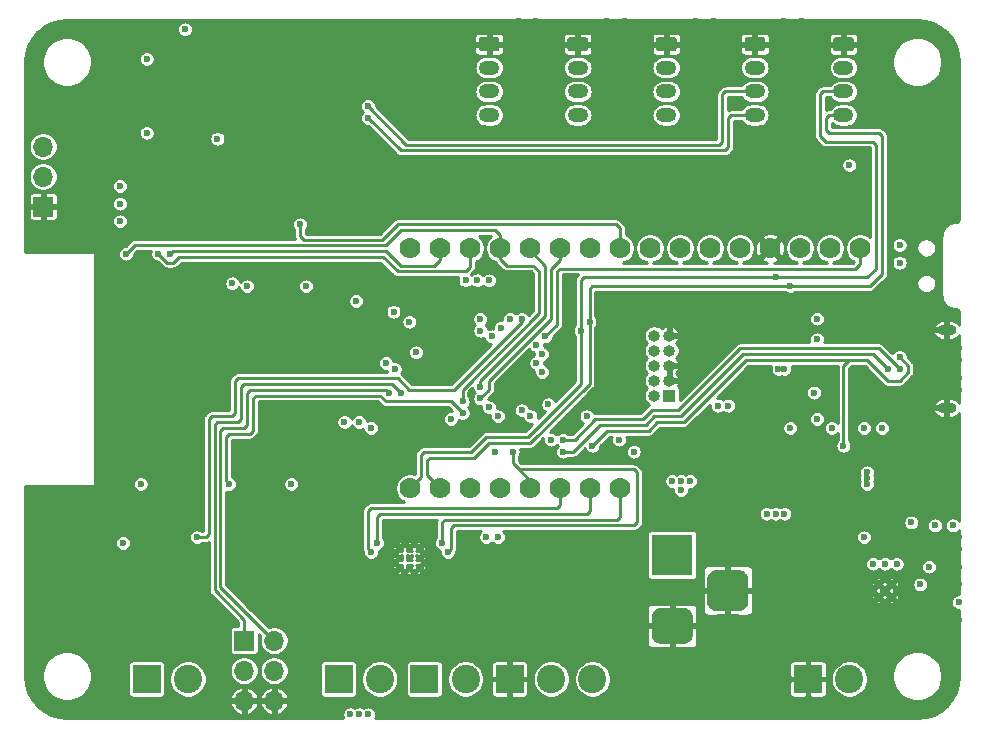
<source format=gbr>
G04 #@! TF.GenerationSoftware,KiCad,Pcbnew,5.1.5-1.fc31*
G04 #@! TF.CreationDate,2020-07-10T22:42:19+07:00*
G04 #@! TF.ProjectId,MP_SamBaseBoard_V1,4d505f53-616d-4426-9173-65426f617264,rev?*
G04 #@! TF.SameCoordinates,Original*
G04 #@! TF.FileFunction,Copper,L3,Inr*
G04 #@! TF.FilePolarity,Positive*
%FSLAX45Y45*%
G04 Gerber Fmt 4.5, Leading zero omitted, Abs format (unit mm)*
G04 Created by KiCad (PCBNEW 5.1.5-1.fc31) date 2020-07-10 22:42:19*
%MOMM*%
%LPD*%
G04 APERTURE LIST*
%ADD10C,1.778000*%
%ADD11O,1.700000X1.700000*%
%ADD12R,1.700000X1.700000*%
%ADD13O,1.750000X1.200000*%
%ADD14C,0.100000*%
%ADD15O,1.000000X1.000000*%
%ADD16R,1.000000X1.000000*%
%ADD17R,3.500000X3.500000*%
%ADD18C,0.500000*%
%ADD19O,1.600000X0.900000*%
%ADD20C,2.400000*%
%ADD21R,2.400000X2.400000*%
%ADD22C,0.600000*%
%ADD23C,0.250000*%
G04 APERTURE END LIST*
D10*
X19615000Y-9227000D03*
X19361000Y-9227000D03*
X19107000Y-9227000D03*
X18853000Y-9227000D03*
X15805000Y-9227000D03*
X16059000Y-9227000D03*
X16313000Y-9227000D03*
X16567000Y-9227000D03*
X16821000Y-9227000D03*
X17075000Y-9227000D03*
X17329000Y-9227000D03*
X17583000Y-9227000D03*
X17837000Y-9227000D03*
X18091000Y-9227000D03*
X18345000Y-9227000D03*
X18599000Y-9227000D03*
X15805000Y-11259000D03*
X16059000Y-11259000D03*
X16313000Y-11259000D03*
X16567000Y-11259000D03*
X16821000Y-11259000D03*
X17075000Y-11259000D03*
X17329000Y-11259000D03*
X17583000Y-11259000D03*
D11*
X14654000Y-13058000D03*
X14400000Y-13058000D03*
X14654000Y-12804000D03*
X14400000Y-12804000D03*
X14654000Y-12550000D03*
D12*
X14400000Y-12550000D03*
D13*
X16475000Y-8100000D03*
X16475000Y-7900000D03*
X16475000Y-7700000D03*
G04 #@! TA.AperFunction,ViaPad*
D14*
G36*
X16539950Y-7440120D02*
G01*
X16542377Y-7440480D01*
X16544757Y-7441076D01*
X16547067Y-7441903D01*
X16549285Y-7442952D01*
X16551389Y-7444213D01*
X16553360Y-7445675D01*
X16555178Y-7447322D01*
X16556825Y-7449140D01*
X16558287Y-7451111D01*
X16559548Y-7453215D01*
X16560597Y-7455433D01*
X16561423Y-7457743D01*
X16562020Y-7460123D01*
X16562380Y-7462549D01*
X16562500Y-7465000D01*
X16562500Y-7535000D01*
X16562380Y-7537450D01*
X16562020Y-7539877D01*
X16561423Y-7542257D01*
X16560597Y-7544567D01*
X16559548Y-7546785D01*
X16558287Y-7548889D01*
X16556825Y-7550860D01*
X16555178Y-7552678D01*
X16553360Y-7554325D01*
X16551389Y-7555787D01*
X16549285Y-7557048D01*
X16547067Y-7558097D01*
X16544757Y-7558923D01*
X16542377Y-7559520D01*
X16539950Y-7559880D01*
X16537500Y-7560000D01*
X16412500Y-7560000D01*
X16410049Y-7559880D01*
X16407623Y-7559520D01*
X16405243Y-7558923D01*
X16402933Y-7558097D01*
X16400715Y-7557048D01*
X16398611Y-7555787D01*
X16396640Y-7554325D01*
X16394822Y-7552678D01*
X16393175Y-7550860D01*
X16391713Y-7548889D01*
X16390452Y-7546785D01*
X16389403Y-7544567D01*
X16388576Y-7542257D01*
X16387980Y-7539877D01*
X16387620Y-7537450D01*
X16387500Y-7535000D01*
X16387500Y-7465000D01*
X16387620Y-7462549D01*
X16387980Y-7460123D01*
X16388576Y-7457743D01*
X16389403Y-7455433D01*
X16390452Y-7453215D01*
X16391713Y-7451111D01*
X16393175Y-7449140D01*
X16394822Y-7447322D01*
X16396640Y-7445675D01*
X16398611Y-7444213D01*
X16400715Y-7442952D01*
X16402933Y-7441903D01*
X16405243Y-7441076D01*
X16407623Y-7440480D01*
X16410049Y-7440120D01*
X16412500Y-7440000D01*
X16537500Y-7440000D01*
X16539950Y-7440120D01*
G37*
G04 #@! TD.AperFunction*
D13*
X17225000Y-8100000D03*
X17225000Y-7900000D03*
X17225000Y-7700000D03*
G04 #@! TA.AperFunction,ViaPad*
D14*
G36*
X17289951Y-7440120D02*
G01*
X17292377Y-7440480D01*
X17294757Y-7441076D01*
X17297067Y-7441903D01*
X17299285Y-7442952D01*
X17301389Y-7444213D01*
X17303360Y-7445675D01*
X17305178Y-7447322D01*
X17306825Y-7449140D01*
X17308287Y-7451111D01*
X17309548Y-7453215D01*
X17310597Y-7455433D01*
X17311424Y-7457743D01*
X17312020Y-7460123D01*
X17312380Y-7462549D01*
X17312500Y-7465000D01*
X17312500Y-7535000D01*
X17312380Y-7537450D01*
X17312020Y-7539877D01*
X17311424Y-7542257D01*
X17310597Y-7544567D01*
X17309548Y-7546785D01*
X17308287Y-7548889D01*
X17306825Y-7550860D01*
X17305178Y-7552678D01*
X17303360Y-7554325D01*
X17301389Y-7555787D01*
X17299285Y-7557048D01*
X17297067Y-7558097D01*
X17294757Y-7558923D01*
X17292377Y-7559520D01*
X17289951Y-7559880D01*
X17287500Y-7560000D01*
X17162500Y-7560000D01*
X17160050Y-7559880D01*
X17157623Y-7559520D01*
X17155243Y-7558923D01*
X17152933Y-7558097D01*
X17150715Y-7557048D01*
X17148611Y-7555787D01*
X17146640Y-7554325D01*
X17144822Y-7552678D01*
X17143175Y-7550860D01*
X17141713Y-7548889D01*
X17140452Y-7546785D01*
X17139403Y-7544567D01*
X17138577Y-7542257D01*
X17137980Y-7539877D01*
X17137620Y-7537450D01*
X17137500Y-7535000D01*
X17137500Y-7465000D01*
X17137620Y-7462549D01*
X17137980Y-7460123D01*
X17138577Y-7457743D01*
X17139403Y-7455433D01*
X17140452Y-7453215D01*
X17141713Y-7451111D01*
X17143175Y-7449140D01*
X17144822Y-7447322D01*
X17146640Y-7445675D01*
X17148611Y-7444213D01*
X17150715Y-7442952D01*
X17152933Y-7441903D01*
X17155243Y-7441076D01*
X17157623Y-7440480D01*
X17160050Y-7440120D01*
X17162500Y-7440000D01*
X17287500Y-7440000D01*
X17289951Y-7440120D01*
G37*
G04 #@! TD.AperFunction*
D13*
X17975000Y-8100000D03*
X17975000Y-7900000D03*
X17975000Y-7700000D03*
G04 #@! TA.AperFunction,ViaPad*
D14*
G36*
X18039951Y-7440120D02*
G01*
X18042377Y-7440480D01*
X18044757Y-7441076D01*
X18047067Y-7441903D01*
X18049285Y-7442952D01*
X18051389Y-7444213D01*
X18053360Y-7445675D01*
X18055178Y-7447322D01*
X18056825Y-7449140D01*
X18058287Y-7451111D01*
X18059548Y-7453215D01*
X18060597Y-7455433D01*
X18061424Y-7457743D01*
X18062020Y-7460123D01*
X18062380Y-7462549D01*
X18062500Y-7465000D01*
X18062500Y-7535000D01*
X18062380Y-7537450D01*
X18062020Y-7539877D01*
X18061424Y-7542257D01*
X18060597Y-7544567D01*
X18059548Y-7546785D01*
X18058287Y-7548889D01*
X18056825Y-7550860D01*
X18055178Y-7552678D01*
X18053360Y-7554325D01*
X18051389Y-7555787D01*
X18049285Y-7557048D01*
X18047067Y-7558097D01*
X18044757Y-7558923D01*
X18042377Y-7559520D01*
X18039951Y-7559880D01*
X18037500Y-7560000D01*
X17912500Y-7560000D01*
X17910050Y-7559880D01*
X17907623Y-7559520D01*
X17905243Y-7558923D01*
X17902933Y-7558097D01*
X17900715Y-7557048D01*
X17898611Y-7555787D01*
X17896640Y-7554325D01*
X17894822Y-7552678D01*
X17893175Y-7550860D01*
X17891713Y-7548889D01*
X17890452Y-7546785D01*
X17889403Y-7544567D01*
X17888577Y-7542257D01*
X17887980Y-7539877D01*
X17887620Y-7537450D01*
X17887500Y-7535000D01*
X17887500Y-7465000D01*
X17887620Y-7462549D01*
X17887980Y-7460123D01*
X17888577Y-7457743D01*
X17889403Y-7455433D01*
X17890452Y-7453215D01*
X17891713Y-7451111D01*
X17893175Y-7449140D01*
X17894822Y-7447322D01*
X17896640Y-7445675D01*
X17898611Y-7444213D01*
X17900715Y-7442952D01*
X17902933Y-7441903D01*
X17905243Y-7441076D01*
X17907623Y-7440480D01*
X17910050Y-7440120D01*
X17912500Y-7440000D01*
X18037500Y-7440000D01*
X18039951Y-7440120D01*
G37*
G04 #@! TD.AperFunction*
D13*
X18725000Y-8100000D03*
X18725000Y-7900000D03*
X18725000Y-7700000D03*
G04 #@! TA.AperFunction,ViaPad*
D14*
G36*
X18789951Y-7440120D02*
G01*
X18792377Y-7440480D01*
X18794757Y-7441076D01*
X18797067Y-7441903D01*
X18799285Y-7442952D01*
X18801389Y-7444213D01*
X18803360Y-7445675D01*
X18805178Y-7447322D01*
X18806825Y-7449140D01*
X18808287Y-7451111D01*
X18809548Y-7453215D01*
X18810597Y-7455433D01*
X18811424Y-7457743D01*
X18812020Y-7460123D01*
X18812380Y-7462549D01*
X18812500Y-7465000D01*
X18812500Y-7535000D01*
X18812380Y-7537450D01*
X18812020Y-7539877D01*
X18811424Y-7542257D01*
X18810597Y-7544567D01*
X18809548Y-7546785D01*
X18808287Y-7548889D01*
X18806825Y-7550860D01*
X18805178Y-7552678D01*
X18803360Y-7554325D01*
X18801389Y-7555787D01*
X18799285Y-7557048D01*
X18797067Y-7558097D01*
X18794757Y-7558923D01*
X18792377Y-7559520D01*
X18789951Y-7559880D01*
X18787500Y-7560000D01*
X18662500Y-7560000D01*
X18660050Y-7559880D01*
X18657623Y-7559520D01*
X18655243Y-7558923D01*
X18652933Y-7558097D01*
X18650715Y-7557048D01*
X18648611Y-7555787D01*
X18646640Y-7554325D01*
X18644822Y-7552678D01*
X18643175Y-7550860D01*
X18641713Y-7548889D01*
X18640452Y-7546785D01*
X18639403Y-7544567D01*
X18638577Y-7542257D01*
X18637980Y-7539877D01*
X18637620Y-7537450D01*
X18637500Y-7535000D01*
X18637500Y-7465000D01*
X18637620Y-7462549D01*
X18637980Y-7460123D01*
X18638577Y-7457743D01*
X18639403Y-7455433D01*
X18640452Y-7453215D01*
X18641713Y-7451111D01*
X18643175Y-7449140D01*
X18644822Y-7447322D01*
X18646640Y-7445675D01*
X18648611Y-7444213D01*
X18650715Y-7442952D01*
X18652933Y-7441903D01*
X18655243Y-7441076D01*
X18657623Y-7440480D01*
X18660050Y-7440120D01*
X18662500Y-7440000D01*
X18787500Y-7440000D01*
X18789951Y-7440120D01*
G37*
G04 #@! TD.AperFunction*
D13*
X19475000Y-8100000D03*
X19475000Y-7900000D03*
X19475000Y-7700000D03*
G04 #@! TA.AperFunction,ViaPad*
D14*
G36*
X19539951Y-7440120D02*
G01*
X19542377Y-7440480D01*
X19544757Y-7441076D01*
X19547067Y-7441903D01*
X19549285Y-7442952D01*
X19551389Y-7444213D01*
X19553360Y-7445675D01*
X19555178Y-7447322D01*
X19556825Y-7449140D01*
X19558287Y-7451111D01*
X19559548Y-7453215D01*
X19560597Y-7455433D01*
X19561424Y-7457743D01*
X19562020Y-7460123D01*
X19562380Y-7462549D01*
X19562500Y-7465000D01*
X19562500Y-7535000D01*
X19562380Y-7537450D01*
X19562020Y-7539877D01*
X19561424Y-7542257D01*
X19560597Y-7544567D01*
X19559548Y-7546785D01*
X19558287Y-7548889D01*
X19556825Y-7550860D01*
X19555178Y-7552678D01*
X19553360Y-7554325D01*
X19551389Y-7555787D01*
X19549285Y-7557048D01*
X19547067Y-7558097D01*
X19544757Y-7558923D01*
X19542377Y-7559520D01*
X19539951Y-7559880D01*
X19537500Y-7560000D01*
X19412500Y-7560000D01*
X19410050Y-7559880D01*
X19407623Y-7559520D01*
X19405243Y-7558923D01*
X19402933Y-7558097D01*
X19400715Y-7557048D01*
X19398611Y-7555787D01*
X19396640Y-7554325D01*
X19394822Y-7552678D01*
X19393175Y-7550860D01*
X19391713Y-7548889D01*
X19390452Y-7546785D01*
X19389403Y-7544567D01*
X19388577Y-7542257D01*
X19387980Y-7539877D01*
X19387620Y-7537450D01*
X19387500Y-7535000D01*
X19387500Y-7465000D01*
X19387620Y-7462549D01*
X19387980Y-7460123D01*
X19388577Y-7457743D01*
X19389403Y-7455433D01*
X19390452Y-7453215D01*
X19391713Y-7451111D01*
X19393175Y-7449140D01*
X19394822Y-7447322D01*
X19396640Y-7445675D01*
X19398611Y-7444213D01*
X19400715Y-7442952D01*
X19402933Y-7441903D01*
X19405243Y-7441076D01*
X19407623Y-7440480D01*
X19410050Y-7440120D01*
X19412500Y-7440000D01*
X19537500Y-7440000D01*
X19539951Y-7440120D01*
G37*
G04 #@! TD.AperFunction*
D15*
X17873000Y-9967000D03*
X18000000Y-9967000D03*
X17873000Y-10094000D03*
X18000000Y-10094000D03*
X17873000Y-10221000D03*
X18000000Y-10221000D03*
X17873000Y-10348000D03*
X18000000Y-10348000D03*
X17873000Y-10475000D03*
D16*
X18000000Y-10475000D03*
D11*
X12700000Y-8367000D03*
X12700000Y-8621000D03*
D12*
X12700000Y-8875000D03*
G04 #@! TA.AperFunction,ViaPad*
D14*
G36*
X18591077Y-11950421D02*
G01*
X18599570Y-11951681D01*
X18607900Y-11953768D01*
X18615985Y-11956660D01*
X18623747Y-11960332D01*
X18631112Y-11964746D01*
X18638009Y-11969862D01*
X18644372Y-11975628D01*
X18650138Y-11981991D01*
X18655254Y-11988888D01*
X18659668Y-11996253D01*
X18663340Y-12004015D01*
X18666232Y-12012100D01*
X18668319Y-12020430D01*
X18669579Y-12028923D01*
X18670000Y-12037500D01*
X18670000Y-12212500D01*
X18669579Y-12221076D01*
X18668319Y-12229570D01*
X18666232Y-12237900D01*
X18663340Y-12245985D01*
X18659668Y-12253747D01*
X18655254Y-12261112D01*
X18650138Y-12268009D01*
X18644372Y-12274372D01*
X18638009Y-12280138D01*
X18631112Y-12285254D01*
X18623747Y-12289668D01*
X18615985Y-12293339D01*
X18607900Y-12296232D01*
X18599570Y-12298319D01*
X18591077Y-12299579D01*
X18582500Y-12300000D01*
X18407500Y-12300000D01*
X18398924Y-12299579D01*
X18390430Y-12298319D01*
X18382100Y-12296232D01*
X18374015Y-12293339D01*
X18366253Y-12289668D01*
X18358888Y-12285254D01*
X18351991Y-12280138D01*
X18345628Y-12274372D01*
X18339862Y-12268009D01*
X18334746Y-12261112D01*
X18330332Y-12253747D01*
X18326661Y-12245985D01*
X18323768Y-12237900D01*
X18321681Y-12229570D01*
X18320421Y-12221076D01*
X18320000Y-12212500D01*
X18320000Y-12037500D01*
X18320421Y-12028923D01*
X18321681Y-12020430D01*
X18323768Y-12012100D01*
X18326661Y-12004015D01*
X18330332Y-11996253D01*
X18334746Y-11988888D01*
X18339862Y-11981991D01*
X18345628Y-11975628D01*
X18351991Y-11969862D01*
X18358888Y-11964746D01*
X18366253Y-11960332D01*
X18374015Y-11956660D01*
X18382100Y-11953768D01*
X18390430Y-11951681D01*
X18398924Y-11950421D01*
X18407500Y-11950000D01*
X18582500Y-11950000D01*
X18591077Y-11950421D01*
G37*
G04 #@! TD.AperFunction*
G04 #@! TA.AperFunction,ViaPad*
G36*
X18132351Y-12275361D02*
G01*
X18139632Y-12276441D01*
X18146771Y-12278229D01*
X18153701Y-12280709D01*
X18160355Y-12283856D01*
X18166668Y-12287640D01*
X18172580Y-12292024D01*
X18178033Y-12296967D01*
X18182976Y-12302420D01*
X18187360Y-12308332D01*
X18191144Y-12314645D01*
X18194291Y-12321299D01*
X18196771Y-12328229D01*
X18198559Y-12335368D01*
X18199639Y-12342649D01*
X18200000Y-12350000D01*
X18200000Y-12500000D01*
X18199639Y-12507351D01*
X18198559Y-12514632D01*
X18196771Y-12521771D01*
X18194291Y-12528701D01*
X18191144Y-12535355D01*
X18187360Y-12541668D01*
X18182976Y-12547579D01*
X18178033Y-12553033D01*
X18172580Y-12557976D01*
X18166668Y-12562360D01*
X18160355Y-12566144D01*
X18153701Y-12569291D01*
X18146771Y-12571770D01*
X18139632Y-12573559D01*
X18132351Y-12574639D01*
X18125000Y-12575000D01*
X17925000Y-12575000D01*
X17917649Y-12574639D01*
X17910368Y-12573559D01*
X17903229Y-12571770D01*
X17896299Y-12569291D01*
X17889645Y-12566144D01*
X17883332Y-12562360D01*
X17877421Y-12557976D01*
X17871967Y-12553033D01*
X17867024Y-12547579D01*
X17862640Y-12541668D01*
X17858856Y-12535355D01*
X17855709Y-12528701D01*
X17853230Y-12521771D01*
X17851441Y-12514632D01*
X17850361Y-12507351D01*
X17850000Y-12500000D01*
X17850000Y-12350000D01*
X17850361Y-12342649D01*
X17851441Y-12335368D01*
X17853230Y-12328229D01*
X17855709Y-12321299D01*
X17858856Y-12314645D01*
X17862640Y-12308332D01*
X17867024Y-12302420D01*
X17871967Y-12296967D01*
X17877421Y-12292024D01*
X17883332Y-12287640D01*
X17889645Y-12283856D01*
X17896299Y-12280709D01*
X17903229Y-12278229D01*
X17910368Y-12276441D01*
X17917649Y-12275361D01*
X17925000Y-12275000D01*
X18125000Y-12275000D01*
X18132351Y-12275361D01*
G37*
G04 #@! TD.AperFunction*
D17*
X18025000Y-11825000D03*
D18*
X15879358Y-11769358D03*
X15879358Y-11849358D03*
X15879358Y-11929358D03*
X15799358Y-11769358D03*
X15799358Y-11849358D03*
X15799358Y-11929358D03*
X15719358Y-11769358D03*
X15719358Y-11849358D03*
X15719358Y-11929358D03*
D19*
X20350000Y-10580000D03*
X20350000Y-9920000D03*
D20*
X19525000Y-12875000D03*
D21*
X19175000Y-12875000D03*
D20*
X13925000Y-12875000D03*
D21*
X13575000Y-12875000D03*
D18*
X19880000Y-12070000D03*
X19880000Y-12180000D03*
X19770000Y-12070000D03*
X19770000Y-12180000D03*
D20*
X15550000Y-12875000D03*
D21*
X15200000Y-12875000D03*
D20*
X16275000Y-12875000D03*
D21*
X15925000Y-12875000D03*
D20*
X17000000Y-12875000D03*
X17350000Y-12875000D03*
D21*
X16650000Y-12875000D03*
D22*
X14025000Y-10350000D03*
X13825000Y-10550000D03*
X14225000Y-10550000D03*
X14225000Y-10150000D03*
X13825000Y-10150000D03*
X17000000Y-10375000D03*
X17550000Y-10525000D03*
X20450000Y-10325000D03*
X20450000Y-10425000D03*
X20450000Y-10175000D03*
X20450000Y-10075000D03*
X15225000Y-11350000D03*
X15350000Y-11350000D03*
X15575000Y-12050000D03*
X16025000Y-12050000D03*
X17675000Y-10600000D03*
X16125000Y-10175000D03*
X12775000Y-11650000D03*
X12775000Y-11450000D03*
X12775000Y-11550000D03*
X17625000Y-7300000D03*
X17625000Y-7400000D03*
X18375000Y-7400000D03*
X18375000Y-7300000D03*
X19125000Y-7300000D03*
X19125000Y-7400000D03*
X16875000Y-7400000D03*
X16875000Y-7300000D03*
X16625000Y-9550000D03*
X16700000Y-9550000D03*
X16125000Y-10325000D03*
X16250000Y-10250000D03*
X17700000Y-10100000D03*
X17700000Y-10000000D03*
X13275000Y-9275000D03*
X13275000Y-9525000D03*
X13275000Y-10975000D03*
X13275000Y-11225000D03*
X17475000Y-7300000D03*
X17475000Y-7400000D03*
X16725000Y-7400000D03*
X16725000Y-7300000D03*
X18225000Y-7300000D03*
X18225000Y-7400000D03*
X18975000Y-7400000D03*
X18975000Y-7300000D03*
X18250000Y-7875000D03*
X18350000Y-7875000D03*
X17600000Y-7875000D03*
X17500000Y-7875000D03*
X16850000Y-7875000D03*
X16750000Y-7875000D03*
X15875000Y-9500000D03*
X15775000Y-9500000D03*
X16150000Y-9500000D03*
X15275000Y-10150000D03*
X15275000Y-10050000D03*
X15275000Y-10250000D03*
X15575000Y-9500000D03*
X15675000Y-9500000D03*
X15375000Y-10150000D03*
X15375000Y-10250000D03*
X15100000Y-11350000D03*
X15475000Y-11350000D03*
X15920000Y-10725000D03*
X15985000Y-10725000D03*
X17100000Y-10750000D03*
X17200000Y-10750000D03*
X15375000Y-11725000D03*
X15225000Y-11725000D03*
X19550000Y-12150000D03*
X20050000Y-12300000D03*
X20125000Y-12300000D03*
X20125000Y-11975000D03*
X15575000Y-12125000D03*
X15650000Y-12125000D03*
X16025000Y-12125000D03*
X15950000Y-12125000D03*
X20450000Y-11925000D03*
X20450000Y-12075000D03*
X20450000Y-12375000D03*
X20450000Y-11675000D03*
X20450000Y-11775000D03*
X19650000Y-11525000D03*
X19550000Y-11425000D03*
X19750000Y-11425000D03*
X19950000Y-9875000D03*
X19950000Y-9950000D03*
X19950000Y-10025000D03*
X19950000Y-10550000D03*
X19950000Y-10475000D03*
X20125000Y-11875000D03*
X16925000Y-11725000D03*
X17000000Y-11725000D03*
X17075000Y-11725000D03*
X19350000Y-12575000D03*
X19525000Y-12575000D03*
X19175000Y-12575000D03*
X19950000Y-10625000D03*
X19750000Y-11525000D03*
X19650000Y-11425000D03*
X19550000Y-11525000D03*
X18550000Y-10800000D03*
X18550000Y-10850000D03*
X19400000Y-10975000D03*
X19975000Y-11075000D03*
X19975000Y-11175000D03*
X19975000Y-11275000D03*
X18550000Y-11200000D03*
X18750000Y-11200000D03*
X18650000Y-11200000D03*
X18850000Y-11200000D03*
X18550000Y-11000000D03*
X18550000Y-11100000D03*
X17875000Y-10875000D03*
X18075000Y-10875000D03*
X17975000Y-10875000D03*
X18175000Y-10875000D03*
X18275000Y-10875000D03*
X19225000Y-11550000D03*
X19225000Y-11400000D03*
X18590000Y-10560000D03*
X18680000Y-10560000D03*
X18860000Y-10560000D03*
X18770000Y-10560000D03*
X18950000Y-12200000D03*
X19075000Y-12200000D03*
X19225000Y-11900000D03*
X19225000Y-12050000D03*
X19200000Y-10250000D03*
X19275000Y-10250000D03*
X19350000Y-10250000D03*
X18550000Y-11775000D03*
X18650000Y-11775000D03*
X18650000Y-11875000D03*
X18550000Y-11875000D03*
X18550000Y-11300000D03*
X18550000Y-11400000D03*
X18550000Y-11500000D03*
X19750000Y-10350000D03*
X19675000Y-10275000D03*
X19950000Y-9525000D03*
X19950000Y-9675000D03*
X19875000Y-9525000D03*
X19875000Y-9675000D03*
X20225000Y-8025000D03*
X19925000Y-8075000D03*
X20025000Y-8075000D03*
X20075000Y-8625000D03*
X20275000Y-8625000D03*
X20175000Y-8625000D03*
X20400000Y-8975000D03*
X20400000Y-9775000D03*
X20300000Y-8425000D03*
X20250000Y-8425000D03*
X15100000Y-11225000D03*
X15225000Y-11225000D03*
X15475000Y-11225000D03*
X15350000Y-11225000D03*
X15600000Y-11225000D03*
X15600000Y-11350000D03*
X14975000Y-11350000D03*
X14975000Y-11225000D03*
X16425000Y-10075000D03*
X16350000Y-10000000D03*
X13600000Y-12300000D03*
X14100000Y-12175000D03*
X13925000Y-12175000D03*
X13750000Y-7525000D03*
X13750000Y-7725000D03*
X13750000Y-8150000D03*
X13750000Y-8350000D03*
X14350000Y-8400000D03*
X14350000Y-7775000D03*
X13900000Y-8500000D03*
X13900000Y-7875000D03*
X16150000Y-9825000D03*
X16440000Y-9330000D03*
X17150000Y-9775000D03*
X18875000Y-9775000D03*
X16375000Y-8275000D03*
X16475000Y-8275000D03*
X17125000Y-8275000D03*
X17225000Y-8275000D03*
X17875000Y-8275000D03*
X17975000Y-8275000D03*
X18625000Y-8275000D03*
X18725000Y-8275000D03*
X14975000Y-8825000D03*
X15125000Y-8825000D03*
X15275000Y-8825000D03*
X15425000Y-8825000D03*
X14975000Y-8900000D03*
X15125000Y-8900000D03*
X15775000Y-8825000D03*
X15925000Y-8825000D03*
X15205000Y-8125000D03*
X15205000Y-8050000D03*
X15205000Y-8425000D03*
X15205000Y-8500000D03*
X15275000Y-9000000D03*
X15425000Y-9000000D03*
X13600000Y-11525000D03*
X13800000Y-11525000D03*
X14000000Y-11525000D03*
X17000000Y-10850000D03*
X15350000Y-9675000D03*
X15855000Y-10110000D03*
X15475000Y-10750000D03*
X16150000Y-10675000D03*
X16925000Y-10275000D03*
X17575000Y-10850000D03*
X19675000Y-11125000D03*
X19675000Y-11225000D03*
X19675000Y-11175000D03*
X15300000Y-13175000D03*
X19800000Y-10750000D03*
X20050000Y-11550000D03*
X15375000Y-13175000D03*
X15450000Y-13175000D03*
X19525000Y-8525000D03*
X16650000Y-9825000D03*
X19025000Y-10750000D03*
X18975000Y-11475000D03*
X18900000Y-11475000D03*
X18825000Y-11475000D03*
X18975000Y-10250000D03*
X18925000Y-10250000D03*
X13350000Y-8850000D03*
X13350000Y-8700000D03*
X13350000Y-9000000D03*
X16550000Y-11675000D03*
X16450000Y-11675000D03*
X18025000Y-11200000D03*
X18100000Y-11200000D03*
X18175000Y-11200000D03*
X18500000Y-10560000D03*
X19375000Y-10750000D03*
X19825000Y-11900000D03*
X20450000Y-12225000D03*
X19950000Y-9200000D03*
X17300000Y-10650000D03*
X14175000Y-8300000D03*
X13900000Y-7375000D03*
X16075000Y-11725000D03*
X15525000Y-11725000D03*
X15475000Y-11800000D03*
X16675000Y-10950000D03*
X16125000Y-11800000D03*
X13375000Y-11725000D03*
X17325000Y-9850000D03*
X19025000Y-9550000D03*
X15450000Y-8125000D03*
X17250000Y-9925000D03*
X18900000Y-9475000D03*
X15450000Y-8025000D03*
X16750000Y-9825000D03*
X14000000Y-11675000D03*
X16400000Y-9825000D03*
X16400000Y-9925000D03*
X16275000Y-9500000D03*
X16475000Y-9500000D03*
X14875000Y-9025000D03*
X16375000Y-9500000D03*
X14300000Y-9525000D03*
X16400000Y-10500000D03*
X14800000Y-11225000D03*
X16400000Y-10400000D03*
X13400000Y-9275000D03*
X16250000Y-10525000D03*
X16825000Y-10650000D03*
X13675000Y-9275000D03*
X13575000Y-8250000D03*
X16750000Y-10600000D03*
X13775000Y-9275000D03*
X13575000Y-7625000D03*
X15725000Y-10450000D03*
X16950000Y-9975000D03*
X15625000Y-10450000D03*
X16925000Y-10125000D03*
X16875000Y-10200000D03*
X16875000Y-10050000D03*
X17700000Y-10950000D03*
X19225000Y-10450000D03*
X19650000Y-10750000D03*
X16500000Y-9975000D03*
X15665500Y-9764500D03*
X15675000Y-10250000D03*
X19950000Y-9350000D03*
X19650000Y-11675000D03*
X16975000Y-10550000D03*
X19250000Y-10000000D03*
X19250000Y-9825000D03*
X16575000Y-9900000D03*
X15800000Y-9850000D03*
X15250000Y-10700000D03*
X15375000Y-10700000D03*
X15600000Y-10200000D03*
X17100000Y-10950000D03*
X19850000Y-10250000D03*
X19950000Y-10250000D03*
X17100000Y-10850000D03*
X19950000Y-10150000D03*
X19475000Y-10900000D03*
X17350000Y-10900000D03*
X19725000Y-11900000D03*
X20200000Y-11925000D03*
X20250000Y-11575000D03*
X20125000Y-12075000D03*
X19925000Y-11900000D03*
X20400000Y-11575000D03*
X16550000Y-10650000D03*
X14425000Y-9550000D03*
X16475000Y-10575000D03*
X14925000Y-9550000D03*
X16250000Y-10625000D03*
X14275000Y-11225000D03*
X13525000Y-11225000D03*
X16525000Y-10950000D03*
X18100000Y-11275000D03*
X19250000Y-10675000D03*
X18410000Y-10560000D03*
D23*
X17583000Y-11500000D02*
X17583000Y-11259000D01*
X16100000Y-11525000D02*
X17558000Y-11525000D01*
X17558000Y-11525000D02*
X17583000Y-11500000D01*
X16075000Y-11725000D02*
X16075000Y-11550000D01*
X16075000Y-11550000D02*
X16100000Y-11525000D01*
X17304000Y-11475000D02*
X17329000Y-11450000D01*
X15550000Y-11475000D02*
X17304000Y-11475000D01*
X15525000Y-11725000D02*
X15525000Y-11500000D01*
X17329000Y-11450000D02*
X17329000Y-11259000D01*
X15525000Y-11500000D02*
X15550000Y-11475000D01*
X17075000Y-11400000D02*
X17075000Y-11259000D01*
X15475000Y-11800000D02*
X15450000Y-11775000D01*
X15450000Y-11450000D02*
X15475000Y-11425000D01*
X15475000Y-11425000D02*
X17050000Y-11425000D01*
X15450000Y-11775000D02*
X15450000Y-11450000D01*
X17050000Y-11425000D02*
X17075000Y-11400000D01*
X16821000Y-11196000D02*
X16821000Y-11259000D01*
X16675000Y-11050000D02*
X16675000Y-10950000D01*
X16725000Y-11100000D02*
X16821000Y-11196000D01*
X16675000Y-11050000D02*
X16725000Y-11100000D01*
X17700000Y-11100000D02*
X16725000Y-11100000D01*
X17725000Y-11550000D02*
X17725000Y-11125000D01*
X16150000Y-11775000D02*
X16150000Y-11600000D01*
X17725000Y-11125000D02*
X17700000Y-11100000D01*
X16175000Y-11575000D02*
X17700000Y-11575000D01*
X16150000Y-11600000D02*
X16175000Y-11575000D01*
X16125000Y-11800000D02*
X16150000Y-11775000D01*
X17700000Y-11575000D02*
X17725000Y-11550000D01*
X17325000Y-10375000D02*
X17325000Y-9850000D01*
X16825000Y-10875000D02*
X17325000Y-10375000D01*
X16475000Y-10875000D02*
X16825000Y-10875000D01*
X15950000Y-11150000D02*
X15950000Y-11025000D01*
X16350000Y-11000000D02*
X16475000Y-10875000D01*
X16059000Y-11259000D02*
X15950000Y-11150000D01*
X15950000Y-11025000D02*
X15975000Y-11000000D01*
X15975000Y-11000000D02*
X16350000Y-11000000D01*
X19800000Y-9450000D02*
X19700000Y-9550000D01*
X19800000Y-8275000D02*
X19800000Y-9450000D01*
X17350000Y-9550000D02*
X17325000Y-9575000D01*
X19775000Y-8250000D02*
X19800000Y-8275000D01*
X19350000Y-8100000D02*
X19325000Y-8125000D01*
X19475000Y-8100000D02*
X19350000Y-8100000D01*
X19350000Y-8250000D02*
X19775000Y-8250000D01*
X17325000Y-9575000D02*
X17325000Y-9850000D01*
X19325000Y-8225000D02*
X19350000Y-8250000D01*
X19325000Y-8125000D02*
X19325000Y-8225000D01*
X19025000Y-9550000D02*
X17350000Y-9550000D01*
X19700000Y-9550000D02*
X19025000Y-9550000D01*
X18475000Y-8400000D02*
X15725000Y-8400000D01*
X15725000Y-8400000D02*
X15450000Y-8125000D01*
X18500000Y-8375000D02*
X18475000Y-8400000D01*
X18500000Y-8125000D02*
X18500000Y-8375000D01*
X18725000Y-8100000D02*
X18525000Y-8100000D01*
X18525000Y-8100000D02*
X18500000Y-8125000D01*
X16450000Y-10825000D02*
X16800000Y-10825000D01*
X16800000Y-10825000D02*
X17250000Y-10375000D01*
X15900000Y-11164000D02*
X15900000Y-10975000D01*
X15925000Y-10950000D02*
X16325000Y-10950000D01*
X15805000Y-11259000D02*
X15900000Y-11164000D01*
X17250000Y-10375000D02*
X17250000Y-9925000D01*
X15900000Y-10975000D02*
X15925000Y-10950000D01*
X16325000Y-10950000D02*
X16450000Y-10825000D01*
X17275000Y-9475000D02*
X17250000Y-9500000D01*
X17250000Y-9500000D02*
X17250000Y-9925000D01*
X19750000Y-9400000D02*
X19675000Y-9475000D01*
X19750000Y-8350000D02*
X19750000Y-9400000D01*
X19475000Y-7900000D02*
X19300000Y-7900000D01*
X19275000Y-7925000D02*
X19275000Y-8275000D01*
X19725000Y-8325000D02*
X19750000Y-8350000D01*
X19300000Y-7900000D02*
X19275000Y-7925000D01*
X19275000Y-8275000D02*
X19325000Y-8325000D01*
X19325000Y-8325000D02*
X19725000Y-8325000D01*
X18875000Y-9475000D02*
X18900000Y-9475000D01*
X18875000Y-9475000D02*
X17275000Y-9475000D01*
X19675000Y-9475000D02*
X18875000Y-9475000D01*
X15775000Y-8350000D02*
X18425000Y-8350000D01*
X18450000Y-7925000D02*
X18475000Y-7900000D01*
X18450000Y-8325000D02*
X18450000Y-7925000D01*
X18425000Y-8350000D02*
X18450000Y-8325000D01*
X15450000Y-8025000D02*
X15775000Y-8350000D01*
X18475000Y-7900000D02*
X18725000Y-7900000D01*
X14125000Y-10650000D02*
X14100000Y-10675000D01*
X14325000Y-10625000D02*
X14300000Y-10650000D01*
X14300000Y-10650000D02*
X14125000Y-10650000D01*
X14325000Y-10350000D02*
X14325000Y-10625000D01*
X14100000Y-10675000D02*
X14100000Y-11475000D01*
X14350000Y-10325000D02*
X14325000Y-10350000D01*
X16750000Y-9850000D02*
X16175000Y-10425000D01*
X16750000Y-9825000D02*
X16750000Y-9850000D01*
X16175000Y-10425000D02*
X15800000Y-10425000D01*
X15800000Y-10425000D02*
X15700000Y-10325000D01*
X15700000Y-10325000D02*
X14350000Y-10325000D01*
X14100000Y-11475000D02*
X14100000Y-11650000D01*
X14100000Y-11650000D02*
X14075000Y-11675000D01*
X14075000Y-11675000D02*
X14000000Y-11675000D01*
X15570001Y-9154999D02*
X15700000Y-9025000D01*
X14904999Y-9154999D02*
X15570001Y-9154999D01*
X14875000Y-9025000D02*
X14875000Y-9125000D01*
X14875000Y-9125000D02*
X14904999Y-9154999D01*
X15700000Y-9025000D02*
X17550000Y-9025000D01*
X17583000Y-9058000D02*
X17550000Y-9025000D01*
X17583000Y-9227000D02*
X17583000Y-9058000D01*
X17000000Y-9400000D02*
X17000000Y-9825000D01*
X17000000Y-9825000D02*
X16475000Y-10350000D01*
X16475000Y-10425000D02*
X16400000Y-10500000D01*
X17075000Y-9227000D02*
X17075000Y-9325000D01*
X16475000Y-10350000D02*
X16475000Y-10425000D01*
X17075000Y-9325000D02*
X17000000Y-9400000D01*
X16950000Y-9800000D02*
X16950000Y-9375000D01*
X16400000Y-10400000D02*
X16400000Y-10350000D01*
X16950000Y-9375000D02*
X16821000Y-9246000D01*
X16821000Y-9246000D02*
X16821000Y-9227000D01*
X16400000Y-10350000D02*
X16950000Y-9800000D01*
X16900000Y-9775000D02*
X16250000Y-10425000D01*
X16250000Y-10425000D02*
X16250000Y-10525000D01*
X16567000Y-9317000D02*
X16625000Y-9375000D01*
X16567000Y-9227000D02*
X16567000Y-9317000D01*
X16625000Y-9375000D02*
X16850000Y-9375000D01*
X16850000Y-9375000D02*
X16900000Y-9425000D01*
X16900000Y-9425000D02*
X16900000Y-9775000D01*
X13475000Y-9200000D02*
X13400000Y-9275000D01*
X16567000Y-9117000D02*
X16525000Y-9075000D01*
X16567000Y-9227000D02*
X16567000Y-9117000D01*
X15600000Y-9200000D02*
X13475000Y-9200000D01*
X16525000Y-9075000D02*
X15725000Y-9075000D01*
X15725000Y-9075000D02*
X15600000Y-9200000D01*
X16313000Y-9227000D02*
X16313000Y-9387000D01*
X16313000Y-9387000D02*
X16275000Y-9425000D01*
X15725000Y-9425000D02*
X15700000Y-9425000D01*
X16275000Y-9425000D02*
X15725000Y-9425000D01*
X15700000Y-9425000D02*
X15575000Y-9300000D01*
X15575000Y-9300000D02*
X13850000Y-9300000D01*
X13850000Y-9300000D02*
X13800000Y-9350000D01*
X13800000Y-9350000D02*
X13750000Y-9350000D01*
X13750000Y-9350000D02*
X13675000Y-9275000D01*
X16059000Y-9227000D02*
X16059000Y-9328500D01*
X16059000Y-9328500D02*
X16012500Y-9375000D01*
X15725000Y-9375000D02*
X15600000Y-9250000D01*
X16012500Y-9375000D02*
X15725000Y-9375000D01*
X15600000Y-9250000D02*
X13800000Y-9250000D01*
X13800000Y-9250000D02*
X13775000Y-9275000D01*
X14400000Y-10375000D02*
X15650000Y-10375000D01*
X14375000Y-10675000D02*
X14375000Y-10400000D01*
X14400000Y-12375000D02*
X14150000Y-12125000D01*
X14350000Y-10700000D02*
X14375000Y-10675000D01*
X14400000Y-12550000D02*
X14400000Y-12375000D01*
X15650000Y-10375000D02*
X15725000Y-10450000D01*
X14150000Y-10725000D02*
X14175000Y-10700000D01*
X14150000Y-12125000D02*
X14150000Y-10725000D01*
X14375000Y-10400000D02*
X14400000Y-10375000D01*
X14175000Y-10700000D02*
X14350000Y-10700000D01*
X19615000Y-9360000D02*
X19615000Y-9227000D01*
X17050000Y-9425000D02*
X17075000Y-9400000D01*
X16950000Y-9975000D02*
X17050000Y-9875000D01*
X17075000Y-9400000D02*
X19575000Y-9400000D01*
X17050000Y-9875000D02*
X17050000Y-9425000D01*
X19575000Y-9400000D02*
X19615000Y-9360000D01*
X14200000Y-11100000D02*
X14200000Y-11475000D01*
X14200000Y-10775000D02*
X14200000Y-11100000D01*
X14225000Y-10750000D02*
X14200000Y-10775000D01*
X15600000Y-10425000D02*
X14450000Y-10425000D01*
X15625000Y-10450000D02*
X15600000Y-10425000D01*
X14450000Y-10425000D02*
X14425000Y-10450000D01*
X14400000Y-10750000D02*
X14225000Y-10750000D01*
X14425000Y-10450000D02*
X14425000Y-10725000D01*
X14425000Y-10725000D02*
X14400000Y-10750000D01*
X14200000Y-11475000D02*
X14200000Y-12100000D01*
X14200000Y-12100000D02*
X14650000Y-12550000D01*
X19725000Y-10125000D02*
X19850000Y-10250000D01*
X18625000Y-10125000D02*
X19725000Y-10125000D01*
X18100000Y-10650000D02*
X18625000Y-10125000D01*
X17187500Y-10950000D02*
X17412500Y-10725000D01*
X17875000Y-10650000D02*
X18100000Y-10650000D01*
X17100000Y-10950000D02*
X17187500Y-10950000D01*
X17412500Y-10725000D02*
X17800000Y-10725000D01*
X17800000Y-10725000D02*
X17875000Y-10650000D01*
X19775000Y-10075000D02*
X18600000Y-10075000D01*
X17200000Y-10850000D02*
X17100000Y-10850000D01*
X18600000Y-10075000D02*
X18075000Y-10600000D01*
X17375000Y-10675000D02*
X17200000Y-10850000D01*
X19950000Y-10250000D02*
X19775000Y-10075000D01*
X18075000Y-10600000D02*
X17850000Y-10600000D01*
X17775000Y-10675000D02*
X17375000Y-10675000D01*
X17850000Y-10600000D02*
X17775000Y-10675000D01*
X19525000Y-10175000D02*
X19475000Y-10225000D01*
X19675000Y-10175000D02*
X19525000Y-10175000D01*
X19950000Y-10150000D02*
X20025000Y-10225000D01*
X20025000Y-10275000D02*
X19950000Y-10350000D01*
X19475000Y-10225000D02*
X19475000Y-10900000D01*
X20025000Y-10225000D02*
X20025000Y-10275000D01*
X19850000Y-10350000D02*
X19675000Y-10175000D01*
X19950000Y-10350000D02*
X19850000Y-10350000D01*
X17475000Y-10775000D02*
X17350000Y-10900000D01*
X18650000Y-10175000D02*
X18125000Y-10700000D01*
X19525000Y-10175000D02*
X18650000Y-10175000D01*
X17900000Y-10700000D02*
X17825000Y-10775000D01*
X18125000Y-10700000D02*
X17900000Y-10700000D01*
X17825000Y-10775000D02*
X17475000Y-10775000D01*
X14250000Y-11200000D02*
X14275000Y-11225000D01*
X14250000Y-10825000D02*
X14250000Y-11200000D01*
X14275000Y-10800000D02*
X14250000Y-10825000D01*
X14450000Y-10800000D02*
X14275000Y-10800000D01*
X14475000Y-10775000D02*
X14450000Y-10800000D01*
X14475000Y-10500000D02*
X14475000Y-10775000D01*
X16150000Y-10525000D02*
X15600000Y-10525000D01*
X15600000Y-10525000D02*
X15550000Y-10475000D01*
X16250000Y-10625000D02*
X16150000Y-10525000D01*
X15550000Y-10475000D02*
X14500000Y-10475000D01*
X14500000Y-10475000D02*
X14475000Y-10500000D01*
G36*
X20168911Y-7301972D02*
G01*
X20235198Y-7321986D01*
X20296335Y-7354493D01*
X20349993Y-7398255D01*
X20394129Y-7451607D01*
X20427063Y-7512516D01*
X20447538Y-7578660D01*
X20454999Y-7649644D01*
X20455000Y-7650070D01*
X20455000Y-8972798D01*
X20454217Y-8980785D01*
X20452537Y-8986350D01*
X20449808Y-8991482D01*
X20446134Y-8995987D01*
X20441655Y-8999692D01*
X20436542Y-9002457D01*
X20430989Y-9004176D01*
X20421308Y-9005193D01*
X20420398Y-9005187D01*
X20419772Y-9005248D01*
X20405215Y-9006778D01*
X20401216Y-9007599D01*
X20397214Y-9008363D01*
X20396612Y-9008544D01*
X20382630Y-9012873D01*
X20378865Y-9014455D01*
X20375088Y-9015981D01*
X20374534Y-9016276D01*
X20374533Y-9016276D01*
X20374533Y-9016276D01*
X20361658Y-9023238D01*
X20358274Y-9025520D01*
X20354863Y-9027752D01*
X20354377Y-9028149D01*
X20354377Y-9028149D01*
X20354376Y-9028150D01*
X20343098Y-9037479D01*
X20340224Y-9040374D01*
X20337310Y-9043227D01*
X20336910Y-9043711D01*
X20327658Y-9055054D01*
X20325400Y-9058454D01*
X20323097Y-9061817D01*
X20322798Y-9062369D01*
X20315926Y-9075293D01*
X20314371Y-9079066D01*
X20312765Y-9082813D01*
X20312580Y-9083414D01*
X20308349Y-9097426D01*
X20307556Y-9101430D01*
X20306709Y-9105416D01*
X20306643Y-9106041D01*
X20306643Y-9106041D01*
X20306643Y-9106042D01*
X20305217Y-9120588D01*
X20305000Y-9122790D01*
X20305000Y-9627211D01*
X20305190Y-9629141D01*
X20305187Y-9629602D01*
X20305248Y-9630228D01*
X20306778Y-9644785D01*
X20307599Y-9648784D01*
X20308363Y-9652786D01*
X20308544Y-9653388D01*
X20312873Y-9667371D01*
X20314455Y-9671135D01*
X20315981Y-9674912D01*
X20316276Y-9675466D01*
X20316276Y-9675467D01*
X20316277Y-9675467D01*
X20323238Y-9688343D01*
X20325521Y-9691727D01*
X20327752Y-9695137D01*
X20328149Y-9695623D01*
X20328149Y-9695624D01*
X20328150Y-9695624D01*
X20337479Y-9706902D01*
X20340375Y-9709778D01*
X20343227Y-9712690D01*
X20343711Y-9713090D01*
X20343711Y-9713090D01*
X20343711Y-9713090D01*
X20355054Y-9722342D01*
X20358456Y-9724601D01*
X20361817Y-9726903D01*
X20362369Y-9727202D01*
X20375293Y-9734074D01*
X20379068Y-9735629D01*
X20382813Y-9737235D01*
X20383412Y-9737420D01*
X20383413Y-9737420D01*
X20383414Y-9737421D01*
X20397426Y-9741651D01*
X20401430Y-9742444D01*
X20405416Y-9743291D01*
X20406041Y-9743357D01*
X20406041Y-9743357D01*
X20406042Y-9743357D01*
X20420609Y-9744785D01*
X20430785Y-9745783D01*
X20436350Y-9747463D01*
X20441482Y-9750192D01*
X20445987Y-9753866D01*
X20449692Y-9758345D01*
X20452457Y-9763458D01*
X20454176Y-9769011D01*
X20455000Y-9776852D01*
X20455000Y-9875249D01*
X20452175Y-9870503D01*
X20441228Y-9858348D01*
X20428120Y-9848563D01*
X20413355Y-9841524D01*
X20397500Y-9837500D01*
X20362500Y-9837500D01*
X20362500Y-9907500D01*
X20364500Y-9907500D01*
X20364500Y-9932500D01*
X20362500Y-9932500D01*
X20362500Y-10002500D01*
X20397500Y-10002500D01*
X20413355Y-9998476D01*
X20428120Y-9991437D01*
X20441228Y-9981652D01*
X20452175Y-9969498D01*
X20455000Y-9964751D01*
X20455000Y-10535249D01*
X20452175Y-10530503D01*
X20441228Y-10518348D01*
X20428120Y-10508563D01*
X20413355Y-10501524D01*
X20397500Y-10497500D01*
X20362500Y-10497500D01*
X20362500Y-10567500D01*
X20364500Y-10567500D01*
X20364500Y-10592500D01*
X20362500Y-10592500D01*
X20362500Y-10662500D01*
X20397500Y-10662500D01*
X20413355Y-10658476D01*
X20428120Y-10651437D01*
X20441228Y-10641652D01*
X20452175Y-10629498D01*
X20455000Y-10624751D01*
X20455000Y-11535817D01*
X20452431Y-11531971D01*
X20443029Y-11522569D01*
X20431973Y-11515182D01*
X20419689Y-11510094D01*
X20406648Y-11507500D01*
X20393352Y-11507500D01*
X20380311Y-11510094D01*
X20368027Y-11515182D01*
X20356971Y-11522569D01*
X20347569Y-11531971D01*
X20340182Y-11543027D01*
X20335094Y-11555311D01*
X20332500Y-11568352D01*
X20332500Y-11581648D01*
X20335094Y-11594689D01*
X20340182Y-11606973D01*
X20347569Y-11618029D01*
X20356971Y-11627431D01*
X20368027Y-11634818D01*
X20380311Y-11639906D01*
X20393352Y-11642500D01*
X20406648Y-11642500D01*
X20419689Y-11639906D01*
X20431973Y-11634818D01*
X20443029Y-11627431D01*
X20452431Y-11618029D01*
X20455000Y-11614183D01*
X20455000Y-12157500D01*
X20443352Y-12157500D01*
X20430311Y-12160094D01*
X20418027Y-12165182D01*
X20406971Y-12172569D01*
X20397569Y-12181971D01*
X20390182Y-12193027D01*
X20385094Y-12205311D01*
X20382500Y-12218352D01*
X20382500Y-12231648D01*
X20385094Y-12244689D01*
X20390182Y-12256973D01*
X20397569Y-12268029D01*
X20406971Y-12277431D01*
X20418027Y-12284818D01*
X20430311Y-12289906D01*
X20443352Y-12292500D01*
X20455000Y-12292500D01*
X20455000Y-12847798D01*
X20448028Y-12918911D01*
X20428014Y-12985198D01*
X20395507Y-13046334D01*
X20351744Y-13099993D01*
X20298393Y-13144129D01*
X20237484Y-13177063D01*
X20171339Y-13197538D01*
X20100356Y-13204998D01*
X20099930Y-13205000D01*
X15510635Y-13205000D01*
X15514906Y-13194689D01*
X15517500Y-13181648D01*
X15517500Y-13168352D01*
X15514906Y-13155311D01*
X15509818Y-13143027D01*
X15502431Y-13131971D01*
X15493029Y-13122569D01*
X15481973Y-13115182D01*
X15469689Y-13110094D01*
X15456648Y-13107500D01*
X15443352Y-13107500D01*
X15430311Y-13110094D01*
X15418027Y-13115182D01*
X15412500Y-13118875D01*
X15406973Y-13115182D01*
X15394689Y-13110094D01*
X15381648Y-13107500D01*
X15368352Y-13107500D01*
X15355311Y-13110094D01*
X15343027Y-13115182D01*
X15337500Y-13118875D01*
X15331973Y-13115182D01*
X15319689Y-13110094D01*
X15306648Y-13107500D01*
X15293352Y-13107500D01*
X15280311Y-13110094D01*
X15268027Y-13115182D01*
X15256971Y-13122569D01*
X15247569Y-13131971D01*
X15240182Y-13143027D01*
X15235094Y-13155311D01*
X15232500Y-13168352D01*
X15232500Y-13181648D01*
X15235094Y-13194689D01*
X15239365Y-13205000D01*
X12902200Y-13205000D01*
X12831089Y-13198027D01*
X12764802Y-13178014D01*
X12703666Y-13145507D01*
X12650007Y-13101744D01*
X12639802Y-13089409D01*
X14281595Y-13089409D01*
X14284099Y-13097667D01*
X14294065Y-13119516D01*
X14308101Y-13139000D01*
X14325670Y-13155373D01*
X14346094Y-13168003D01*
X14368591Y-13176405D01*
X14387500Y-13170486D01*
X14387500Y-13070500D01*
X14412500Y-13070500D01*
X14412500Y-13170486D01*
X14431409Y-13176405D01*
X14453906Y-13168003D01*
X14474330Y-13155373D01*
X14491898Y-13139000D01*
X14505935Y-13119516D01*
X14515901Y-13097667D01*
X14518405Y-13089409D01*
X14535595Y-13089409D01*
X14538099Y-13097667D01*
X14548065Y-13119516D01*
X14562101Y-13139000D01*
X14579670Y-13155373D01*
X14600094Y-13168003D01*
X14622591Y-13176405D01*
X14641500Y-13170486D01*
X14641500Y-13070500D01*
X14666500Y-13070500D01*
X14666500Y-13170486D01*
X14685409Y-13176405D01*
X14707906Y-13168003D01*
X14728330Y-13155373D01*
X14745898Y-13139000D01*
X14759935Y-13119516D01*
X14769901Y-13097667D01*
X14772405Y-13089409D01*
X14766432Y-13070500D01*
X14666500Y-13070500D01*
X14641500Y-13070500D01*
X14541568Y-13070500D01*
X14535595Y-13089409D01*
X14518405Y-13089409D01*
X14512432Y-13070500D01*
X14412500Y-13070500D01*
X14387500Y-13070500D01*
X14287568Y-13070500D01*
X14281595Y-13089409D01*
X12639802Y-13089409D01*
X12605871Y-13048393D01*
X12572937Y-12987484D01*
X12552462Y-12921339D01*
X12545001Y-12850356D01*
X12545000Y-12849930D01*
X12545000Y-12829071D01*
X12687500Y-12829071D01*
X12687500Y-12870929D01*
X12695666Y-12911984D01*
X12711685Y-12950656D01*
X12734940Y-12985461D01*
X12764539Y-13015059D01*
X12799343Y-13038315D01*
X12838016Y-13054334D01*
X12879071Y-13062500D01*
X12920929Y-13062500D01*
X12961984Y-13054334D01*
X13000656Y-13038315D01*
X13035461Y-13015059D01*
X13065059Y-12985461D01*
X13088315Y-12950656D01*
X13104334Y-12911984D01*
X13112500Y-12870929D01*
X13112500Y-12829071D01*
X13104334Y-12788016D01*
X13090658Y-12755000D01*
X13417319Y-12755000D01*
X13417319Y-12995000D01*
X13418043Y-13002351D01*
X13420187Y-13009420D01*
X13423669Y-13015935D01*
X13428355Y-13021645D01*
X13434065Y-13026331D01*
X13440580Y-13029813D01*
X13447649Y-13031957D01*
X13455000Y-13032681D01*
X13695000Y-13032681D01*
X13702351Y-13031957D01*
X13709420Y-13029813D01*
X13715935Y-13026331D01*
X13721645Y-13021645D01*
X13726331Y-13015935D01*
X13729813Y-13009420D01*
X13731957Y-13002351D01*
X13732681Y-12995000D01*
X13732681Y-12859488D01*
X13767500Y-12859488D01*
X13767500Y-12890512D01*
X13773553Y-12920941D01*
X13785425Y-12949604D01*
X13802662Y-12975400D01*
X13824600Y-12997338D01*
X13850396Y-13014575D01*
X13879059Y-13026447D01*
X13909488Y-13032500D01*
X13940512Y-13032500D01*
X13970221Y-13026591D01*
X14281595Y-13026591D01*
X14287568Y-13045500D01*
X14387500Y-13045500D01*
X14387500Y-12945514D01*
X14412500Y-12945514D01*
X14412500Y-13045500D01*
X14512432Y-13045500D01*
X14518405Y-13026591D01*
X14535595Y-13026591D01*
X14541568Y-13045500D01*
X14641500Y-13045500D01*
X14641500Y-12945514D01*
X14666500Y-12945514D01*
X14666500Y-13045500D01*
X14766432Y-13045500D01*
X14772405Y-13026591D01*
X14769901Y-13018333D01*
X14759935Y-12996484D01*
X14745898Y-12976999D01*
X14728330Y-12960627D01*
X14707906Y-12947997D01*
X14685409Y-12939594D01*
X14666500Y-12945514D01*
X14641500Y-12945514D01*
X14622591Y-12939594D01*
X14600094Y-12947997D01*
X14579670Y-12960627D01*
X14562101Y-12976999D01*
X14548065Y-12996484D01*
X14538099Y-13018333D01*
X14535595Y-13026591D01*
X14518405Y-13026591D01*
X14515901Y-13018333D01*
X14505935Y-12996484D01*
X14491898Y-12976999D01*
X14474330Y-12960627D01*
X14453906Y-12947997D01*
X14431409Y-12939594D01*
X14412500Y-12945514D01*
X14387500Y-12945514D01*
X14368591Y-12939594D01*
X14346094Y-12947997D01*
X14325670Y-12960627D01*
X14308101Y-12976999D01*
X14294065Y-12996484D01*
X14284099Y-13018333D01*
X14281595Y-13026591D01*
X13970221Y-13026591D01*
X13970941Y-13026447D01*
X13999604Y-13014575D01*
X14025400Y-12997338D01*
X14047338Y-12975400D01*
X14064575Y-12949604D01*
X14076447Y-12920941D01*
X14082500Y-12890512D01*
X14082500Y-12859488D01*
X14076447Y-12829059D01*
X14064575Y-12800396D01*
X14058921Y-12791935D01*
X14277500Y-12791935D01*
X14277500Y-12816065D01*
X14282208Y-12839732D01*
X14291442Y-12862025D01*
X14304848Y-12882089D01*
X14321911Y-12899152D01*
X14341974Y-12912558D01*
X14364268Y-12921792D01*
X14387935Y-12926500D01*
X14412065Y-12926500D01*
X14435732Y-12921792D01*
X14458025Y-12912558D01*
X14478089Y-12899152D01*
X14495152Y-12882089D01*
X14508558Y-12862025D01*
X14517792Y-12839732D01*
X14522500Y-12816065D01*
X14522500Y-12791935D01*
X14531500Y-12791935D01*
X14531500Y-12816065D01*
X14536208Y-12839732D01*
X14545442Y-12862025D01*
X14558848Y-12882089D01*
X14575911Y-12899152D01*
X14595974Y-12912558D01*
X14618268Y-12921792D01*
X14641935Y-12926500D01*
X14666065Y-12926500D01*
X14689732Y-12921792D01*
X14712025Y-12912558D01*
X14732089Y-12899152D01*
X14749152Y-12882089D01*
X14762558Y-12862025D01*
X14771792Y-12839732D01*
X14776500Y-12816065D01*
X14776500Y-12791935D01*
X14771792Y-12768268D01*
X14766297Y-12755000D01*
X15042319Y-12755000D01*
X15042319Y-12995000D01*
X15043043Y-13002351D01*
X15045187Y-13009420D01*
X15048669Y-13015935D01*
X15053355Y-13021645D01*
X15059065Y-13026331D01*
X15065580Y-13029813D01*
X15072649Y-13031957D01*
X15080000Y-13032681D01*
X15320000Y-13032681D01*
X15327351Y-13031957D01*
X15334420Y-13029813D01*
X15340935Y-13026331D01*
X15346645Y-13021645D01*
X15351331Y-13015935D01*
X15354813Y-13009420D01*
X15356957Y-13002351D01*
X15357681Y-12995000D01*
X15357681Y-12859488D01*
X15392500Y-12859488D01*
X15392500Y-12890512D01*
X15398553Y-12920941D01*
X15410425Y-12949604D01*
X15427662Y-12975400D01*
X15449600Y-12997338D01*
X15475396Y-13014575D01*
X15504059Y-13026447D01*
X15534488Y-13032500D01*
X15565512Y-13032500D01*
X15595941Y-13026447D01*
X15624604Y-13014575D01*
X15650400Y-12997338D01*
X15672338Y-12975400D01*
X15689575Y-12949604D01*
X15701447Y-12920941D01*
X15707500Y-12890512D01*
X15707500Y-12859488D01*
X15701447Y-12829059D01*
X15689575Y-12800396D01*
X15672338Y-12774600D01*
X15652739Y-12755000D01*
X15767319Y-12755000D01*
X15767319Y-12995000D01*
X15768043Y-13002351D01*
X15770187Y-13009420D01*
X15773669Y-13015935D01*
X15778355Y-13021645D01*
X15784065Y-13026331D01*
X15790580Y-13029813D01*
X15797649Y-13031957D01*
X15805000Y-13032681D01*
X16045000Y-13032681D01*
X16052351Y-13031957D01*
X16059420Y-13029813D01*
X16065935Y-13026331D01*
X16071645Y-13021645D01*
X16076331Y-13015935D01*
X16079813Y-13009420D01*
X16081957Y-13002351D01*
X16082681Y-12995000D01*
X16082681Y-12859488D01*
X16117500Y-12859488D01*
X16117500Y-12890512D01*
X16123553Y-12920941D01*
X16135425Y-12949604D01*
X16152662Y-12975400D01*
X16174600Y-12997338D01*
X16200396Y-13014575D01*
X16229059Y-13026447D01*
X16259488Y-13032500D01*
X16290512Y-13032500D01*
X16320941Y-13026447D01*
X16349604Y-13014575D01*
X16375400Y-12997338D01*
X16377739Y-12995000D01*
X16492319Y-12995000D01*
X16493043Y-13002351D01*
X16495187Y-13009420D01*
X16498669Y-13015935D01*
X16503355Y-13021645D01*
X16509065Y-13026331D01*
X16515580Y-13029813D01*
X16522649Y-13031957D01*
X16530000Y-13032681D01*
X16628125Y-13032500D01*
X16637500Y-13023125D01*
X16637500Y-12887500D01*
X16662500Y-12887500D01*
X16662500Y-13023125D01*
X16671875Y-13032500D01*
X16770000Y-13032681D01*
X16777351Y-13031957D01*
X16784420Y-13029813D01*
X16790935Y-13026331D01*
X16796645Y-13021645D01*
X16801331Y-13015935D01*
X16804813Y-13009420D01*
X16806957Y-13002351D01*
X16807681Y-12995000D01*
X16807500Y-12896875D01*
X16798125Y-12887500D01*
X16662500Y-12887500D01*
X16637500Y-12887500D01*
X16501875Y-12887500D01*
X16492500Y-12896875D01*
X16492319Y-12995000D01*
X16377739Y-12995000D01*
X16397338Y-12975400D01*
X16414575Y-12949604D01*
X16426447Y-12920941D01*
X16432500Y-12890512D01*
X16432500Y-12859488D01*
X16426447Y-12829059D01*
X16414575Y-12800396D01*
X16397338Y-12774600D01*
X16377739Y-12755000D01*
X16492319Y-12755000D01*
X16492500Y-12853125D01*
X16501875Y-12862500D01*
X16637500Y-12862500D01*
X16637500Y-12726875D01*
X16662500Y-12726875D01*
X16662500Y-12862500D01*
X16798125Y-12862500D01*
X16801137Y-12859488D01*
X16842500Y-12859488D01*
X16842500Y-12890512D01*
X16848553Y-12920941D01*
X16860425Y-12949604D01*
X16877662Y-12975400D01*
X16899600Y-12997338D01*
X16925396Y-13014575D01*
X16954059Y-13026447D01*
X16984488Y-13032500D01*
X17015512Y-13032500D01*
X17045941Y-13026447D01*
X17074604Y-13014575D01*
X17100400Y-12997338D01*
X17122338Y-12975400D01*
X17139575Y-12949604D01*
X17151447Y-12920941D01*
X17157500Y-12890512D01*
X17157500Y-12859488D01*
X17192500Y-12859488D01*
X17192500Y-12890512D01*
X17198553Y-12920941D01*
X17210425Y-12949604D01*
X17227662Y-12975400D01*
X17249600Y-12997338D01*
X17275396Y-13014575D01*
X17304059Y-13026447D01*
X17334488Y-13032500D01*
X17365512Y-13032500D01*
X17395941Y-13026447D01*
X17424604Y-13014575D01*
X17450400Y-12997338D01*
X17452739Y-12995000D01*
X19017319Y-12995000D01*
X19018043Y-13002351D01*
X19020187Y-13009420D01*
X19023669Y-13015935D01*
X19028355Y-13021645D01*
X19034065Y-13026331D01*
X19040580Y-13029813D01*
X19047649Y-13031957D01*
X19055000Y-13032681D01*
X19153125Y-13032500D01*
X19162500Y-13023125D01*
X19162500Y-12887500D01*
X19187500Y-12887500D01*
X19187500Y-13023125D01*
X19196875Y-13032500D01*
X19295000Y-13032681D01*
X19302351Y-13031957D01*
X19309420Y-13029813D01*
X19315935Y-13026331D01*
X19321645Y-13021645D01*
X19326331Y-13015935D01*
X19329813Y-13009420D01*
X19331957Y-13002351D01*
X19332681Y-12995000D01*
X19332500Y-12896875D01*
X19323125Y-12887500D01*
X19187500Y-12887500D01*
X19162500Y-12887500D01*
X19026875Y-12887500D01*
X19017500Y-12896875D01*
X19017319Y-12995000D01*
X17452739Y-12995000D01*
X17472338Y-12975400D01*
X17489575Y-12949604D01*
X17501447Y-12920941D01*
X17507500Y-12890512D01*
X17507500Y-12859488D01*
X17501447Y-12829059D01*
X17489575Y-12800396D01*
X17472338Y-12774600D01*
X17452739Y-12755000D01*
X19017319Y-12755000D01*
X19017500Y-12853125D01*
X19026875Y-12862500D01*
X19162500Y-12862500D01*
X19162500Y-12726875D01*
X19187500Y-12726875D01*
X19187500Y-12862500D01*
X19323125Y-12862500D01*
X19326137Y-12859488D01*
X19367500Y-12859488D01*
X19367500Y-12890512D01*
X19373553Y-12920941D01*
X19385425Y-12949604D01*
X19402662Y-12975400D01*
X19424600Y-12997338D01*
X19450396Y-13014575D01*
X19479059Y-13026447D01*
X19509488Y-13032500D01*
X19540512Y-13032500D01*
X19570941Y-13026447D01*
X19599604Y-13014575D01*
X19625400Y-12997338D01*
X19647338Y-12975400D01*
X19664575Y-12949604D01*
X19676447Y-12920941D01*
X19682500Y-12890512D01*
X19682500Y-12859488D01*
X19676450Y-12829071D01*
X19887500Y-12829071D01*
X19887500Y-12870929D01*
X19895666Y-12911984D01*
X19911685Y-12950656D01*
X19934941Y-12985461D01*
X19964539Y-13015059D01*
X19999344Y-13038315D01*
X20038016Y-13054334D01*
X20079071Y-13062500D01*
X20120929Y-13062500D01*
X20161984Y-13054334D01*
X20200657Y-13038315D01*
X20235461Y-13015059D01*
X20265060Y-12985461D01*
X20288315Y-12950656D01*
X20304334Y-12911984D01*
X20312500Y-12870929D01*
X20312500Y-12829071D01*
X20304334Y-12788016D01*
X20288315Y-12749343D01*
X20265060Y-12714539D01*
X20235461Y-12684940D01*
X20200657Y-12661685D01*
X20161984Y-12645666D01*
X20120929Y-12637500D01*
X20079071Y-12637500D01*
X20038016Y-12645666D01*
X19999344Y-12661685D01*
X19964539Y-12684940D01*
X19934941Y-12714539D01*
X19911685Y-12749343D01*
X19895666Y-12788016D01*
X19887500Y-12829071D01*
X19676450Y-12829071D01*
X19676447Y-12829059D01*
X19664575Y-12800396D01*
X19647338Y-12774600D01*
X19625400Y-12752662D01*
X19599604Y-12735425D01*
X19570941Y-12723553D01*
X19540512Y-12717500D01*
X19509488Y-12717500D01*
X19479059Y-12723553D01*
X19450396Y-12735425D01*
X19424600Y-12752662D01*
X19402662Y-12774600D01*
X19385425Y-12800396D01*
X19373553Y-12829059D01*
X19367500Y-12859488D01*
X19326137Y-12859488D01*
X19332500Y-12853125D01*
X19332681Y-12755000D01*
X19331957Y-12747649D01*
X19329813Y-12740580D01*
X19326331Y-12734065D01*
X19321645Y-12728355D01*
X19315935Y-12723669D01*
X19309420Y-12720187D01*
X19302351Y-12718043D01*
X19295000Y-12717319D01*
X19196875Y-12717500D01*
X19187500Y-12726875D01*
X19162500Y-12726875D01*
X19153125Y-12717500D01*
X19055000Y-12717319D01*
X19047649Y-12718043D01*
X19040580Y-12720187D01*
X19034065Y-12723669D01*
X19028355Y-12728355D01*
X19023669Y-12734065D01*
X19020187Y-12740580D01*
X19018043Y-12747649D01*
X19017319Y-12755000D01*
X17452739Y-12755000D01*
X17450400Y-12752662D01*
X17424604Y-12735425D01*
X17395941Y-12723553D01*
X17365512Y-12717500D01*
X17334488Y-12717500D01*
X17304059Y-12723553D01*
X17275396Y-12735425D01*
X17249600Y-12752662D01*
X17227662Y-12774600D01*
X17210425Y-12800396D01*
X17198553Y-12829059D01*
X17192500Y-12859488D01*
X17157500Y-12859488D01*
X17151447Y-12829059D01*
X17139575Y-12800396D01*
X17122338Y-12774600D01*
X17100400Y-12752662D01*
X17074604Y-12735425D01*
X17045941Y-12723553D01*
X17015512Y-12717500D01*
X16984488Y-12717500D01*
X16954059Y-12723553D01*
X16925396Y-12735425D01*
X16899600Y-12752662D01*
X16877662Y-12774600D01*
X16860425Y-12800396D01*
X16848553Y-12829059D01*
X16842500Y-12859488D01*
X16801137Y-12859488D01*
X16807500Y-12853125D01*
X16807681Y-12755000D01*
X16806957Y-12747649D01*
X16804813Y-12740580D01*
X16801331Y-12734065D01*
X16796645Y-12728355D01*
X16790935Y-12723669D01*
X16784420Y-12720187D01*
X16777351Y-12718043D01*
X16770000Y-12717319D01*
X16671875Y-12717500D01*
X16662500Y-12726875D01*
X16637500Y-12726875D01*
X16628125Y-12717500D01*
X16530000Y-12717319D01*
X16522649Y-12718043D01*
X16515580Y-12720187D01*
X16509065Y-12723669D01*
X16503355Y-12728355D01*
X16498669Y-12734065D01*
X16495187Y-12740580D01*
X16493043Y-12747649D01*
X16492319Y-12755000D01*
X16377739Y-12755000D01*
X16375400Y-12752662D01*
X16349604Y-12735425D01*
X16320941Y-12723553D01*
X16290512Y-12717500D01*
X16259488Y-12717500D01*
X16229059Y-12723553D01*
X16200396Y-12735425D01*
X16174600Y-12752662D01*
X16152662Y-12774600D01*
X16135425Y-12800396D01*
X16123553Y-12829059D01*
X16117500Y-12859488D01*
X16082681Y-12859488D01*
X16082681Y-12755000D01*
X16081957Y-12747649D01*
X16079813Y-12740580D01*
X16076331Y-12734065D01*
X16071645Y-12728355D01*
X16065935Y-12723669D01*
X16059420Y-12720187D01*
X16052351Y-12718043D01*
X16045000Y-12717319D01*
X15805000Y-12717319D01*
X15797649Y-12718043D01*
X15790580Y-12720187D01*
X15784065Y-12723669D01*
X15778355Y-12728355D01*
X15773669Y-12734065D01*
X15770187Y-12740580D01*
X15768043Y-12747649D01*
X15767319Y-12755000D01*
X15652739Y-12755000D01*
X15650400Y-12752662D01*
X15624604Y-12735425D01*
X15595941Y-12723553D01*
X15565512Y-12717500D01*
X15534488Y-12717500D01*
X15504059Y-12723553D01*
X15475396Y-12735425D01*
X15449600Y-12752662D01*
X15427662Y-12774600D01*
X15410425Y-12800396D01*
X15398553Y-12829059D01*
X15392500Y-12859488D01*
X15357681Y-12859488D01*
X15357681Y-12755000D01*
X15356957Y-12747649D01*
X15354813Y-12740580D01*
X15351331Y-12734065D01*
X15346645Y-12728355D01*
X15340935Y-12723669D01*
X15334420Y-12720187D01*
X15327351Y-12718043D01*
X15320000Y-12717319D01*
X15080000Y-12717319D01*
X15072649Y-12718043D01*
X15065580Y-12720187D01*
X15059065Y-12723669D01*
X15053355Y-12728355D01*
X15048669Y-12734065D01*
X15045187Y-12740580D01*
X15043043Y-12747649D01*
X15042319Y-12755000D01*
X14766297Y-12755000D01*
X14762558Y-12745974D01*
X14749152Y-12725911D01*
X14732089Y-12708848D01*
X14712025Y-12695442D01*
X14689732Y-12686208D01*
X14666065Y-12681500D01*
X14641935Y-12681500D01*
X14618268Y-12686208D01*
X14595974Y-12695442D01*
X14575911Y-12708848D01*
X14558848Y-12725911D01*
X14545442Y-12745974D01*
X14536208Y-12768268D01*
X14531500Y-12791935D01*
X14522500Y-12791935D01*
X14517792Y-12768268D01*
X14508558Y-12745974D01*
X14495152Y-12725911D01*
X14478089Y-12708848D01*
X14458025Y-12695442D01*
X14435732Y-12686208D01*
X14412065Y-12681500D01*
X14387935Y-12681500D01*
X14364268Y-12686208D01*
X14341974Y-12695442D01*
X14321911Y-12708848D01*
X14304848Y-12725911D01*
X14291442Y-12745974D01*
X14282208Y-12768268D01*
X14277500Y-12791935D01*
X14058921Y-12791935D01*
X14047338Y-12774600D01*
X14025400Y-12752662D01*
X13999604Y-12735425D01*
X13970941Y-12723553D01*
X13940512Y-12717500D01*
X13909488Y-12717500D01*
X13879059Y-12723553D01*
X13850396Y-12735425D01*
X13824600Y-12752662D01*
X13802662Y-12774600D01*
X13785425Y-12800396D01*
X13773553Y-12829059D01*
X13767500Y-12859488D01*
X13732681Y-12859488D01*
X13732681Y-12755000D01*
X13731957Y-12747649D01*
X13729813Y-12740580D01*
X13726331Y-12734065D01*
X13721645Y-12728355D01*
X13715935Y-12723669D01*
X13709420Y-12720187D01*
X13702351Y-12718043D01*
X13695000Y-12717319D01*
X13455000Y-12717319D01*
X13447649Y-12718043D01*
X13440580Y-12720187D01*
X13434065Y-12723669D01*
X13428355Y-12728355D01*
X13423669Y-12734065D01*
X13420187Y-12740580D01*
X13418043Y-12747649D01*
X13417319Y-12755000D01*
X13090658Y-12755000D01*
X13088315Y-12749343D01*
X13065059Y-12714539D01*
X13035461Y-12684940D01*
X13000656Y-12661685D01*
X12961984Y-12645666D01*
X12920929Y-12637500D01*
X12879071Y-12637500D01*
X12838016Y-12645666D01*
X12799343Y-12661685D01*
X12764539Y-12684940D01*
X12734940Y-12714539D01*
X12711685Y-12749343D01*
X12695666Y-12788016D01*
X12687500Y-12829071D01*
X12545000Y-12829071D01*
X12545000Y-11718352D01*
X13307500Y-11718352D01*
X13307500Y-11731648D01*
X13310094Y-11744689D01*
X13315182Y-11756973D01*
X13322569Y-11768029D01*
X13331971Y-11777431D01*
X13343027Y-11784818D01*
X13355311Y-11789906D01*
X13368352Y-11792500D01*
X13381648Y-11792500D01*
X13394689Y-11789906D01*
X13406973Y-11784818D01*
X13418029Y-11777431D01*
X13427431Y-11768029D01*
X13434818Y-11756973D01*
X13439906Y-11744689D01*
X13442500Y-11731648D01*
X13442500Y-11718352D01*
X13439906Y-11705311D01*
X13434818Y-11693027D01*
X13427431Y-11681971D01*
X13418029Y-11672569D01*
X13406973Y-11665182D01*
X13394689Y-11660094D01*
X13381648Y-11657500D01*
X13368352Y-11657500D01*
X13355311Y-11660094D01*
X13343027Y-11665182D01*
X13331971Y-11672569D01*
X13322569Y-11681971D01*
X13315182Y-11693027D01*
X13310094Y-11705311D01*
X13307500Y-11718352D01*
X12545000Y-11718352D01*
X12545000Y-11237500D01*
X13125000Y-11237500D01*
X13127439Y-11237260D01*
X13129783Y-11236548D01*
X13131945Y-11235393D01*
X13133839Y-11233839D01*
X13135393Y-11231945D01*
X13136548Y-11229783D01*
X13137260Y-11227439D01*
X13137500Y-11225000D01*
X13137500Y-11218352D01*
X13457500Y-11218352D01*
X13457500Y-11231648D01*
X13460094Y-11244689D01*
X13465182Y-11256973D01*
X13472569Y-11268029D01*
X13481971Y-11277431D01*
X13493027Y-11284818D01*
X13505311Y-11289906D01*
X13518352Y-11292500D01*
X13531648Y-11292500D01*
X13544689Y-11289906D01*
X13556973Y-11284818D01*
X13568029Y-11277431D01*
X13577431Y-11268029D01*
X13584818Y-11256973D01*
X13589906Y-11244689D01*
X13592500Y-11231648D01*
X13592500Y-11218352D01*
X13589906Y-11205311D01*
X13584818Y-11193027D01*
X13577431Y-11181971D01*
X13568029Y-11172569D01*
X13556973Y-11165182D01*
X13544689Y-11160094D01*
X13531648Y-11157500D01*
X13518352Y-11157500D01*
X13505311Y-11160094D01*
X13493027Y-11165182D01*
X13481971Y-11172569D01*
X13472569Y-11181971D01*
X13465182Y-11193027D01*
X13460094Y-11205311D01*
X13457500Y-11218352D01*
X13137500Y-11218352D01*
X13137500Y-10103352D01*
X15787500Y-10103352D01*
X15787500Y-10116648D01*
X15790094Y-10129689D01*
X15795182Y-10141973D01*
X15802569Y-10153029D01*
X15811971Y-10162431D01*
X15823027Y-10169818D01*
X15835311Y-10174906D01*
X15848352Y-10177500D01*
X15861648Y-10177500D01*
X15874689Y-10174906D01*
X15886973Y-10169818D01*
X15898029Y-10162431D01*
X15907431Y-10153029D01*
X15914818Y-10141973D01*
X15919906Y-10129689D01*
X15922500Y-10116648D01*
X15922500Y-10103352D01*
X15919906Y-10090311D01*
X15914818Y-10078027D01*
X15907431Y-10066971D01*
X15898029Y-10057569D01*
X15886973Y-10050182D01*
X15874689Y-10045094D01*
X15861648Y-10042500D01*
X15848352Y-10042500D01*
X15835311Y-10045094D01*
X15823027Y-10050182D01*
X15811971Y-10057569D01*
X15802569Y-10066971D01*
X15795182Y-10078027D01*
X15790094Y-10090311D01*
X15787500Y-10103352D01*
X13137500Y-10103352D01*
X13137500Y-9843352D01*
X15732500Y-9843352D01*
X15732500Y-9856648D01*
X15735094Y-9869689D01*
X15740182Y-9881973D01*
X15747569Y-9893029D01*
X15756971Y-9902431D01*
X15768027Y-9909818D01*
X15780311Y-9914906D01*
X15793352Y-9917500D01*
X15806648Y-9917500D01*
X15819689Y-9914906D01*
X15831973Y-9909818D01*
X15843029Y-9902431D01*
X15852431Y-9893029D01*
X15859818Y-9881973D01*
X15864906Y-9869689D01*
X15867500Y-9856648D01*
X15867500Y-9843352D01*
X15864906Y-9830311D01*
X15859818Y-9818027D01*
X15852431Y-9806971D01*
X15843029Y-9797569D01*
X15831973Y-9790182D01*
X15819689Y-9785094D01*
X15806648Y-9782500D01*
X15793352Y-9782500D01*
X15780311Y-9785094D01*
X15768027Y-9790182D01*
X15756971Y-9797569D01*
X15747569Y-9806971D01*
X15740182Y-9818027D01*
X15735094Y-9830311D01*
X15732500Y-9843352D01*
X13137500Y-9843352D01*
X13137500Y-9757852D01*
X15598000Y-9757852D01*
X15598000Y-9771148D01*
X15600594Y-9784189D01*
X15605682Y-9796473D01*
X15613069Y-9807529D01*
X15622471Y-9816931D01*
X15633527Y-9824318D01*
X15645811Y-9829406D01*
X15658852Y-9832000D01*
X15672148Y-9832000D01*
X15685189Y-9829406D01*
X15697473Y-9824318D01*
X15708529Y-9816931D01*
X15717931Y-9807529D01*
X15725318Y-9796473D01*
X15730406Y-9784189D01*
X15733000Y-9771148D01*
X15733000Y-9757852D01*
X15730406Y-9744811D01*
X15725318Y-9732527D01*
X15717931Y-9721471D01*
X15708529Y-9712069D01*
X15697473Y-9704682D01*
X15685189Y-9699594D01*
X15672148Y-9697000D01*
X15658852Y-9697000D01*
X15645811Y-9699594D01*
X15633527Y-9704682D01*
X15622471Y-9712069D01*
X15613069Y-9721471D01*
X15605682Y-9732527D01*
X15600594Y-9744811D01*
X15598000Y-9757852D01*
X13137500Y-9757852D01*
X13137500Y-9668352D01*
X15282500Y-9668352D01*
X15282500Y-9681648D01*
X15285094Y-9694689D01*
X15290182Y-9706973D01*
X15297569Y-9718029D01*
X15306971Y-9727431D01*
X15318027Y-9734818D01*
X15330311Y-9739906D01*
X15343352Y-9742500D01*
X15356648Y-9742500D01*
X15369689Y-9739906D01*
X15381973Y-9734818D01*
X15393029Y-9727431D01*
X15402431Y-9718029D01*
X15409818Y-9706973D01*
X15414906Y-9694689D01*
X15417500Y-9681648D01*
X15417500Y-9668352D01*
X15414906Y-9655311D01*
X15409818Y-9643027D01*
X15402431Y-9631971D01*
X15393029Y-9622569D01*
X15381973Y-9615182D01*
X15369689Y-9610094D01*
X15356648Y-9607500D01*
X15343352Y-9607500D01*
X15330311Y-9610094D01*
X15318027Y-9615182D01*
X15306971Y-9622569D01*
X15297569Y-9631971D01*
X15290182Y-9643027D01*
X15285094Y-9655311D01*
X15282500Y-9668352D01*
X13137500Y-9668352D01*
X13137500Y-9518352D01*
X14232500Y-9518352D01*
X14232500Y-9531648D01*
X14235094Y-9544689D01*
X14240182Y-9556973D01*
X14247569Y-9568029D01*
X14256971Y-9577431D01*
X14268027Y-9584818D01*
X14280311Y-9589906D01*
X14293352Y-9592500D01*
X14306648Y-9592500D01*
X14319689Y-9589906D01*
X14331973Y-9584818D01*
X14343029Y-9577431D01*
X14352431Y-9568029D01*
X14358081Y-9559572D01*
X14360094Y-9569689D01*
X14365182Y-9581973D01*
X14372569Y-9593029D01*
X14381971Y-9602431D01*
X14393027Y-9609818D01*
X14405311Y-9614906D01*
X14418352Y-9617500D01*
X14431648Y-9617500D01*
X14444689Y-9614906D01*
X14456973Y-9609818D01*
X14468029Y-9602431D01*
X14477431Y-9593029D01*
X14484818Y-9581973D01*
X14489906Y-9569689D01*
X14492500Y-9556648D01*
X14492500Y-9543352D01*
X14857500Y-9543352D01*
X14857500Y-9556648D01*
X14860094Y-9569689D01*
X14865182Y-9581973D01*
X14872569Y-9593029D01*
X14881971Y-9602431D01*
X14893027Y-9609818D01*
X14905311Y-9614906D01*
X14918352Y-9617500D01*
X14931648Y-9617500D01*
X14944689Y-9614906D01*
X14956973Y-9609818D01*
X14968029Y-9602431D01*
X14977431Y-9593029D01*
X14984818Y-9581973D01*
X14989906Y-9569689D01*
X14992500Y-9556648D01*
X14992500Y-9543352D01*
X14989906Y-9530311D01*
X14984818Y-9518027D01*
X14977431Y-9506971D01*
X14968029Y-9497569D01*
X14956973Y-9490182D01*
X14944689Y-9485094D01*
X14931648Y-9482500D01*
X14918352Y-9482500D01*
X14905311Y-9485094D01*
X14893027Y-9490182D01*
X14881971Y-9497569D01*
X14872569Y-9506971D01*
X14865182Y-9518027D01*
X14860094Y-9530311D01*
X14857500Y-9543352D01*
X14492500Y-9543352D01*
X14489906Y-9530311D01*
X14484818Y-9518027D01*
X14477431Y-9506971D01*
X14468029Y-9497569D01*
X14456973Y-9490182D01*
X14444689Y-9485094D01*
X14431648Y-9482500D01*
X14418352Y-9482500D01*
X14405311Y-9485094D01*
X14393027Y-9490182D01*
X14381971Y-9497569D01*
X14372569Y-9506971D01*
X14366918Y-9515428D01*
X14364906Y-9505311D01*
X14359818Y-9493027D01*
X14352431Y-9481971D01*
X14343029Y-9472569D01*
X14331973Y-9465182D01*
X14319689Y-9460094D01*
X14306648Y-9457500D01*
X14293352Y-9457500D01*
X14280311Y-9460094D01*
X14268027Y-9465182D01*
X14256971Y-9472569D01*
X14247569Y-9481971D01*
X14240182Y-9493027D01*
X14235094Y-9505311D01*
X14232500Y-9518352D01*
X13137500Y-9518352D01*
X13137500Y-9275000D01*
X13137260Y-9272561D01*
X13136548Y-9270217D01*
X13135552Y-9268352D01*
X13332500Y-9268352D01*
X13332500Y-9281648D01*
X13335094Y-9294689D01*
X13340182Y-9306973D01*
X13347569Y-9318029D01*
X13356971Y-9327431D01*
X13368027Y-9334818D01*
X13380311Y-9339906D01*
X13393352Y-9342500D01*
X13406648Y-9342500D01*
X13419689Y-9339906D01*
X13431973Y-9334818D01*
X13443029Y-9327431D01*
X13452431Y-9318029D01*
X13459818Y-9306973D01*
X13464906Y-9294689D01*
X13467500Y-9281648D01*
X13467500Y-9278211D01*
X13495711Y-9250000D01*
X13612294Y-9250000D01*
X13610094Y-9255311D01*
X13607500Y-9268352D01*
X13607500Y-9281648D01*
X13610094Y-9294689D01*
X13615182Y-9306973D01*
X13622569Y-9318029D01*
X13631971Y-9327431D01*
X13643027Y-9334818D01*
X13655311Y-9339906D01*
X13668352Y-9342500D01*
X13671789Y-9342500D01*
X13712907Y-9383618D01*
X13714474Y-9385526D01*
X13722087Y-9391775D01*
X13730773Y-9396418D01*
X13740198Y-9399277D01*
X13747544Y-9400000D01*
X13747544Y-9400000D01*
X13750000Y-9400242D01*
X13752456Y-9400000D01*
X13797544Y-9400000D01*
X13800000Y-9400242D01*
X13802456Y-9400000D01*
X13809802Y-9399277D01*
X13819227Y-9396418D01*
X13827913Y-9391775D01*
X13835526Y-9385526D01*
X13837093Y-9383618D01*
X13870711Y-9350000D01*
X15554289Y-9350000D01*
X15662907Y-9458618D01*
X15664474Y-9460526D01*
X15672087Y-9466775D01*
X15680773Y-9471418D01*
X15690198Y-9474277D01*
X15700000Y-9475242D01*
X15702456Y-9475000D01*
X16212294Y-9475000D01*
X16210094Y-9480311D01*
X16207500Y-9493352D01*
X16207500Y-9506648D01*
X16210094Y-9519689D01*
X16215182Y-9531973D01*
X16222569Y-9543029D01*
X16231971Y-9552431D01*
X16243027Y-9559818D01*
X16255311Y-9564906D01*
X16268352Y-9567500D01*
X16281648Y-9567500D01*
X16294689Y-9564906D01*
X16306973Y-9559818D01*
X16318029Y-9552431D01*
X16325000Y-9545459D01*
X16331971Y-9552431D01*
X16343027Y-9559818D01*
X16355311Y-9564906D01*
X16368352Y-9567500D01*
X16381648Y-9567500D01*
X16394689Y-9564906D01*
X16406973Y-9559818D01*
X16418029Y-9552431D01*
X16425000Y-9545459D01*
X16431971Y-9552431D01*
X16443027Y-9559818D01*
X16455311Y-9564906D01*
X16468352Y-9567500D01*
X16481648Y-9567500D01*
X16494689Y-9564906D01*
X16506973Y-9559818D01*
X16518029Y-9552431D01*
X16527431Y-9543029D01*
X16534818Y-9531973D01*
X16539906Y-9519689D01*
X16542500Y-9506648D01*
X16542500Y-9493352D01*
X16539906Y-9480311D01*
X16534818Y-9468027D01*
X16527431Y-9456971D01*
X16518029Y-9447569D01*
X16506973Y-9440182D01*
X16494689Y-9435094D01*
X16481648Y-9432500D01*
X16468352Y-9432500D01*
X16455311Y-9435094D01*
X16443027Y-9440182D01*
X16431971Y-9447569D01*
X16425000Y-9454541D01*
X16418029Y-9447569D01*
X16406973Y-9440182D01*
X16394689Y-9435094D01*
X16381648Y-9432500D01*
X16368352Y-9432500D01*
X16355311Y-9435094D01*
X16343027Y-9440182D01*
X16331971Y-9447569D01*
X16325000Y-9454541D01*
X16320585Y-9450126D01*
X16346618Y-9424093D01*
X16348526Y-9422526D01*
X16354775Y-9414913D01*
X16359417Y-9406227D01*
X16362276Y-9396802D01*
X16363000Y-9389456D01*
X16363000Y-9389456D01*
X16363242Y-9387000D01*
X16363000Y-9384544D01*
X16363000Y-9343104D01*
X16372873Y-9339014D01*
X16393575Y-9325181D01*
X16411181Y-9307575D01*
X16425014Y-9286873D01*
X16434542Y-9263870D01*
X16439400Y-9239449D01*
X16439400Y-9214551D01*
X16434542Y-9190131D01*
X16425014Y-9167127D01*
X16411181Y-9146425D01*
X16393575Y-9128819D01*
X16387860Y-9125000D01*
X16492140Y-9125000D01*
X16486425Y-9128819D01*
X16468819Y-9146425D01*
X16454986Y-9167127D01*
X16445457Y-9190131D01*
X16440600Y-9214551D01*
X16440600Y-9239449D01*
X16445457Y-9263870D01*
X16454986Y-9286873D01*
X16468819Y-9307575D01*
X16486425Y-9325181D01*
X16507127Y-9339014D01*
X16527212Y-9347334D01*
X16531474Y-9352526D01*
X16533382Y-9354092D01*
X16587908Y-9408619D01*
X16589474Y-9410526D01*
X16597087Y-9416775D01*
X16605773Y-9421418D01*
X16615198Y-9424276D01*
X16615198Y-9424277D01*
X16625000Y-9425242D01*
X16627456Y-9425000D01*
X16829289Y-9425000D01*
X16850000Y-9445711D01*
X16850000Y-9754289D01*
X16810241Y-9794049D01*
X16809818Y-9793027D01*
X16802431Y-9781971D01*
X16793029Y-9772569D01*
X16781973Y-9765182D01*
X16769689Y-9760094D01*
X16756648Y-9757500D01*
X16743352Y-9757500D01*
X16730311Y-9760094D01*
X16718027Y-9765182D01*
X16706971Y-9772569D01*
X16700000Y-9779541D01*
X16693029Y-9772569D01*
X16681973Y-9765182D01*
X16669689Y-9760094D01*
X16656648Y-9757500D01*
X16643352Y-9757500D01*
X16630311Y-9760094D01*
X16618027Y-9765182D01*
X16606971Y-9772569D01*
X16597569Y-9781971D01*
X16590182Y-9793027D01*
X16585094Y-9805311D01*
X16582500Y-9818352D01*
X16582500Y-9831648D01*
X16582711Y-9832712D01*
X16581648Y-9832500D01*
X16568352Y-9832500D01*
X16555311Y-9835094D01*
X16543027Y-9840182D01*
X16531971Y-9847569D01*
X16522569Y-9856971D01*
X16515182Y-9868027D01*
X16510094Y-9880311D01*
X16507500Y-9893352D01*
X16507500Y-9906648D01*
X16507711Y-9907712D01*
X16506648Y-9907500D01*
X16493352Y-9907500D01*
X16480311Y-9910094D01*
X16468027Y-9915182D01*
X16467005Y-9915865D01*
X16464906Y-9905311D01*
X16459818Y-9893027D01*
X16452431Y-9881971D01*
X16445459Y-9875000D01*
X16452431Y-9868029D01*
X16459818Y-9856973D01*
X16464906Y-9844689D01*
X16467500Y-9831648D01*
X16467500Y-9818352D01*
X16464906Y-9805311D01*
X16459818Y-9793027D01*
X16452431Y-9781971D01*
X16443029Y-9772569D01*
X16431973Y-9765182D01*
X16419689Y-9760094D01*
X16406648Y-9757500D01*
X16393352Y-9757500D01*
X16380311Y-9760094D01*
X16368027Y-9765182D01*
X16356971Y-9772569D01*
X16347569Y-9781971D01*
X16340182Y-9793027D01*
X16335094Y-9805311D01*
X16332500Y-9818352D01*
X16332500Y-9831648D01*
X16335094Y-9844689D01*
X16340182Y-9856973D01*
X16347569Y-9868029D01*
X16354541Y-9875000D01*
X16347569Y-9881971D01*
X16340182Y-9893027D01*
X16335094Y-9905311D01*
X16332500Y-9918352D01*
X16332500Y-9931648D01*
X16335094Y-9944689D01*
X16340182Y-9956973D01*
X16347569Y-9968029D01*
X16356971Y-9977431D01*
X16368027Y-9984818D01*
X16380311Y-9989906D01*
X16393352Y-9992500D01*
X16406648Y-9992500D01*
X16419689Y-9989906D01*
X16431973Y-9984818D01*
X16432995Y-9984135D01*
X16435094Y-9994689D01*
X16440182Y-10006973D01*
X16447569Y-10018029D01*
X16456971Y-10027431D01*
X16468027Y-10034818D01*
X16480311Y-10039906D01*
X16487878Y-10041411D01*
X16154289Y-10375000D01*
X15820711Y-10375000D01*
X15737093Y-10291382D01*
X15735526Y-10289474D01*
X15731832Y-10286442D01*
X15734818Y-10281973D01*
X15739906Y-10269689D01*
X15742500Y-10256648D01*
X15742500Y-10243352D01*
X15739906Y-10230311D01*
X15734818Y-10218027D01*
X15727431Y-10206971D01*
X15718029Y-10197569D01*
X15706973Y-10190182D01*
X15694689Y-10185094D01*
X15681648Y-10182500D01*
X15668352Y-10182500D01*
X15665456Y-10183076D01*
X15664906Y-10180311D01*
X15659818Y-10168027D01*
X15652431Y-10156971D01*
X15643029Y-10147569D01*
X15631973Y-10140182D01*
X15619689Y-10135094D01*
X15606648Y-10132500D01*
X15593352Y-10132500D01*
X15580311Y-10135094D01*
X15568027Y-10140182D01*
X15556971Y-10147569D01*
X15547569Y-10156971D01*
X15540182Y-10168027D01*
X15535094Y-10180311D01*
X15532500Y-10193352D01*
X15532500Y-10206648D01*
X15535094Y-10219689D01*
X15540182Y-10231973D01*
X15547569Y-10243029D01*
X15556971Y-10252431D01*
X15568027Y-10259818D01*
X15580311Y-10264906D01*
X15593352Y-10267500D01*
X15606648Y-10267500D01*
X15609544Y-10266924D01*
X15610094Y-10269689D01*
X15612294Y-10275000D01*
X14352455Y-10275000D01*
X14350000Y-10274758D01*
X14347545Y-10275000D01*
X14347544Y-10275000D01*
X14340198Y-10275724D01*
X14330773Y-10278583D01*
X14322087Y-10283225D01*
X14314474Y-10289474D01*
X14312907Y-10291382D01*
X14291382Y-10312907D01*
X14289474Y-10314474D01*
X14283225Y-10322087D01*
X14278582Y-10330773D01*
X14277360Y-10334802D01*
X14275723Y-10340198D01*
X14274758Y-10350000D01*
X14275000Y-10352456D01*
X14275000Y-10600000D01*
X14127455Y-10600000D01*
X14125000Y-10599758D01*
X14122545Y-10600000D01*
X14122544Y-10600000D01*
X14115198Y-10600724D01*
X14105773Y-10603583D01*
X14097087Y-10608225D01*
X14089474Y-10614474D01*
X14087907Y-10616382D01*
X14066382Y-10637907D01*
X14064474Y-10639474D01*
X14058225Y-10647087D01*
X14053582Y-10655773D01*
X14052360Y-10659802D01*
X14050723Y-10665198D01*
X14049758Y-10675000D01*
X14050000Y-10677456D01*
X14050000Y-11472543D01*
X14050000Y-11472544D01*
X14050000Y-11625000D01*
X14045459Y-11625000D01*
X14043029Y-11622569D01*
X14031973Y-11615182D01*
X14019689Y-11610094D01*
X14006648Y-11607500D01*
X13993352Y-11607500D01*
X13980311Y-11610094D01*
X13968027Y-11615182D01*
X13956971Y-11622569D01*
X13947569Y-11631971D01*
X13940182Y-11643027D01*
X13935094Y-11655311D01*
X13932500Y-11668352D01*
X13932500Y-11681648D01*
X13935094Y-11694689D01*
X13940182Y-11706973D01*
X13947569Y-11718029D01*
X13956971Y-11727431D01*
X13968027Y-11734818D01*
X13980311Y-11739906D01*
X13993352Y-11742500D01*
X14006648Y-11742500D01*
X14019689Y-11739906D01*
X14031973Y-11734818D01*
X14043029Y-11727431D01*
X14045459Y-11725000D01*
X14072544Y-11725000D01*
X14075000Y-11725242D01*
X14077456Y-11725000D01*
X14084802Y-11724276D01*
X14094227Y-11721417D01*
X14100000Y-11718332D01*
X14100000Y-12122544D01*
X14099758Y-12125000D01*
X14100723Y-12134802D01*
X14101542Y-12137500D01*
X14103582Y-12144227D01*
X14108225Y-12152913D01*
X14114474Y-12160526D01*
X14116382Y-12162093D01*
X14350000Y-12395711D01*
X14350000Y-12427319D01*
X14315000Y-12427319D01*
X14307649Y-12428043D01*
X14300580Y-12430187D01*
X14294065Y-12433669D01*
X14288355Y-12438355D01*
X14283669Y-12444065D01*
X14280187Y-12450580D01*
X14278043Y-12457649D01*
X14277319Y-12465000D01*
X14277319Y-12635000D01*
X14278043Y-12642351D01*
X14280187Y-12649420D01*
X14283669Y-12655935D01*
X14288355Y-12661645D01*
X14294065Y-12666331D01*
X14300580Y-12669813D01*
X14307649Y-12671957D01*
X14315000Y-12672681D01*
X14485000Y-12672681D01*
X14492351Y-12671957D01*
X14499420Y-12669813D01*
X14505935Y-12666331D01*
X14511645Y-12661645D01*
X14516331Y-12655935D01*
X14519813Y-12649420D01*
X14521957Y-12642351D01*
X14522681Y-12635000D01*
X14522681Y-12493392D01*
X14538360Y-12509071D01*
X14536208Y-12514268D01*
X14531500Y-12537935D01*
X14531500Y-12562065D01*
X14536208Y-12585732D01*
X14545442Y-12608025D01*
X14558848Y-12628089D01*
X14575911Y-12645152D01*
X14595974Y-12658558D01*
X14618268Y-12667792D01*
X14641935Y-12672500D01*
X14666065Y-12672500D01*
X14689732Y-12667792D01*
X14712025Y-12658558D01*
X14732089Y-12645152D01*
X14749152Y-12628089D01*
X14762558Y-12608025D01*
X14771792Y-12585732D01*
X14773927Y-12575000D01*
X17812319Y-12575000D01*
X17813043Y-12582351D01*
X17815187Y-12589420D01*
X17818669Y-12595935D01*
X17823355Y-12601645D01*
X17829065Y-12606331D01*
X17835580Y-12609813D01*
X17842649Y-12611957D01*
X17850000Y-12612681D01*
X18003125Y-12612500D01*
X18012500Y-12603125D01*
X18012500Y-12437500D01*
X18037500Y-12437500D01*
X18037500Y-12603125D01*
X18046875Y-12612500D01*
X18200000Y-12612681D01*
X18207351Y-12611957D01*
X18214420Y-12609813D01*
X18220935Y-12606331D01*
X18226645Y-12601645D01*
X18231331Y-12595935D01*
X18234813Y-12589420D01*
X18236957Y-12582351D01*
X18237681Y-12575000D01*
X18237500Y-12446875D01*
X18228125Y-12437500D01*
X18037500Y-12437500D01*
X18012500Y-12437500D01*
X17821875Y-12437500D01*
X17812500Y-12446875D01*
X17812319Y-12575000D01*
X14773927Y-12575000D01*
X14776500Y-12562065D01*
X14776500Y-12537935D01*
X14771792Y-12514268D01*
X14762558Y-12491974D01*
X14749152Y-12471911D01*
X14732089Y-12454848D01*
X14712025Y-12441442D01*
X14689732Y-12432208D01*
X14666065Y-12427500D01*
X14641935Y-12427500D01*
X14618268Y-12432208D01*
X14607414Y-12436703D01*
X14445711Y-12275000D01*
X17812319Y-12275000D01*
X17812500Y-12403125D01*
X17821875Y-12412500D01*
X18012500Y-12412500D01*
X18012500Y-12246875D01*
X18037500Y-12246875D01*
X18037500Y-12412500D01*
X18228125Y-12412500D01*
X18237500Y-12403125D01*
X18237646Y-12300000D01*
X18282319Y-12300000D01*
X18283043Y-12307351D01*
X18285187Y-12314420D01*
X18288669Y-12320935D01*
X18293355Y-12326645D01*
X18299065Y-12331331D01*
X18305580Y-12334813D01*
X18312649Y-12336957D01*
X18320000Y-12337681D01*
X18473125Y-12337500D01*
X18482500Y-12328125D01*
X18482500Y-12137500D01*
X18507500Y-12137500D01*
X18507500Y-12328125D01*
X18516875Y-12337500D01*
X18670000Y-12337681D01*
X18677351Y-12336957D01*
X18684420Y-12334813D01*
X18690935Y-12331331D01*
X18696645Y-12326645D01*
X18701331Y-12320935D01*
X18704813Y-12314420D01*
X18706957Y-12307351D01*
X18707681Y-12300000D01*
X18707593Y-12225569D01*
X19742109Y-12225569D01*
X19743937Y-12237139D01*
X19755585Y-12241126D01*
X19767787Y-12242763D01*
X19780074Y-12241989D01*
X19791974Y-12238833D01*
X19796063Y-12237139D01*
X19797892Y-12225569D01*
X19852109Y-12225569D01*
X19853937Y-12237139D01*
X19865585Y-12241126D01*
X19877787Y-12242763D01*
X19890074Y-12241989D01*
X19901974Y-12238833D01*
X19906063Y-12237139D01*
X19907892Y-12225569D01*
X19880000Y-12197678D01*
X19852109Y-12225569D01*
X19797892Y-12225569D01*
X19770000Y-12197678D01*
X19742109Y-12225569D01*
X18707593Y-12225569D01*
X18707537Y-12177787D01*
X19707237Y-12177787D01*
X19708011Y-12190074D01*
X19711167Y-12201974D01*
X19712861Y-12206063D01*
X19724431Y-12207891D01*
X19752322Y-12180000D01*
X19787678Y-12180000D01*
X19815569Y-12207891D01*
X19825000Y-12206401D01*
X19834431Y-12207891D01*
X19862322Y-12180000D01*
X19897678Y-12180000D01*
X19925569Y-12207891D01*
X19937139Y-12206063D01*
X19941126Y-12194415D01*
X19942763Y-12182213D01*
X19941989Y-12169926D01*
X19938833Y-12158026D01*
X19937139Y-12153937D01*
X19925569Y-12152108D01*
X19897678Y-12180000D01*
X19862322Y-12180000D01*
X19834431Y-12152108D01*
X19825000Y-12153599D01*
X19815569Y-12152108D01*
X19787678Y-12180000D01*
X19752322Y-12180000D01*
X19724431Y-12152108D01*
X19712861Y-12153937D01*
X19708874Y-12165585D01*
X19707237Y-12177787D01*
X18707537Y-12177787D01*
X18707500Y-12146875D01*
X18698125Y-12137500D01*
X18507500Y-12137500D01*
X18482500Y-12137500D01*
X18291875Y-12137500D01*
X18282500Y-12146875D01*
X18282319Y-12300000D01*
X18237646Y-12300000D01*
X18237681Y-12275000D01*
X18236957Y-12267649D01*
X18234813Y-12260580D01*
X18231331Y-12254065D01*
X18226645Y-12248355D01*
X18220935Y-12243669D01*
X18214420Y-12240187D01*
X18207351Y-12238043D01*
X18200000Y-12237319D01*
X18046875Y-12237500D01*
X18037500Y-12246875D01*
X18012500Y-12246875D01*
X18003125Y-12237500D01*
X17850000Y-12237319D01*
X17842649Y-12238043D01*
X17835580Y-12240187D01*
X17829065Y-12243669D01*
X17823355Y-12248355D01*
X17818669Y-12254065D01*
X17815187Y-12260580D01*
X17813043Y-12267649D01*
X17812319Y-12275000D01*
X14445711Y-12275000D01*
X14286280Y-12115569D01*
X19742109Y-12115569D01*
X19743599Y-12125000D01*
X19742109Y-12134431D01*
X19770000Y-12162322D01*
X19797892Y-12134431D01*
X19796401Y-12125000D01*
X19797892Y-12115569D01*
X19852109Y-12115569D01*
X19853599Y-12125000D01*
X19852109Y-12134431D01*
X19880000Y-12162322D01*
X19907892Y-12134431D01*
X19906401Y-12125000D01*
X19907892Y-12115569D01*
X19880000Y-12087678D01*
X19852109Y-12115569D01*
X19797892Y-12115569D01*
X19770000Y-12087678D01*
X19742109Y-12115569D01*
X14286280Y-12115569D01*
X14250000Y-12079289D01*
X14250000Y-11974928D01*
X15691467Y-11974928D01*
X15693295Y-11986497D01*
X15704944Y-11990484D01*
X15717145Y-11992122D01*
X15729433Y-11991347D01*
X15741332Y-11988191D01*
X15745421Y-11986497D01*
X15747250Y-11974928D01*
X15771467Y-11974928D01*
X15773295Y-11986497D01*
X15784944Y-11990484D01*
X15797145Y-11992122D01*
X15809433Y-11991347D01*
X15821332Y-11988191D01*
X15825421Y-11986497D01*
X15827250Y-11974928D01*
X15851467Y-11974928D01*
X15853295Y-11986497D01*
X15864944Y-11990484D01*
X15877145Y-11992122D01*
X15889433Y-11991347D01*
X15901332Y-11988191D01*
X15905421Y-11986497D01*
X15907250Y-11974928D01*
X15879358Y-11947036D01*
X15851467Y-11974928D01*
X15827250Y-11974928D01*
X15799358Y-11947036D01*
X15771467Y-11974928D01*
X15747250Y-11974928D01*
X15719358Y-11947036D01*
X15691467Y-11974928D01*
X14250000Y-11974928D01*
X14250000Y-11927145D01*
X15656595Y-11927145D01*
X15657369Y-11939433D01*
X15660526Y-11951332D01*
X15662220Y-11955421D01*
X15673789Y-11957250D01*
X15701681Y-11929358D01*
X15673789Y-11901467D01*
X15662220Y-11903295D01*
X15658233Y-11914944D01*
X15656595Y-11927145D01*
X14250000Y-11927145D01*
X14250000Y-11287706D01*
X14255311Y-11289906D01*
X14268352Y-11292500D01*
X14281648Y-11292500D01*
X14294689Y-11289906D01*
X14306973Y-11284818D01*
X14318029Y-11277431D01*
X14327431Y-11268029D01*
X14334818Y-11256973D01*
X14339906Y-11244689D01*
X14342500Y-11231648D01*
X14342500Y-11218352D01*
X14732500Y-11218352D01*
X14732500Y-11231648D01*
X14735094Y-11244689D01*
X14740182Y-11256973D01*
X14747569Y-11268029D01*
X14756971Y-11277431D01*
X14768027Y-11284818D01*
X14780311Y-11289906D01*
X14793352Y-11292500D01*
X14806648Y-11292500D01*
X14819689Y-11289906D01*
X14831973Y-11284818D01*
X14843029Y-11277431D01*
X14852431Y-11268029D01*
X14859818Y-11256973D01*
X14864906Y-11244689D01*
X14867500Y-11231648D01*
X14867500Y-11218352D01*
X14864906Y-11205311D01*
X14859818Y-11193027D01*
X14852431Y-11181971D01*
X14843029Y-11172569D01*
X14831973Y-11165182D01*
X14819689Y-11160094D01*
X14806648Y-11157500D01*
X14793352Y-11157500D01*
X14780311Y-11160094D01*
X14768027Y-11165182D01*
X14756971Y-11172569D01*
X14747569Y-11181971D01*
X14740182Y-11193027D01*
X14735094Y-11205311D01*
X14732500Y-11218352D01*
X14342500Y-11218352D01*
X14339906Y-11205311D01*
X14334818Y-11193027D01*
X14327431Y-11181971D01*
X14318029Y-11172569D01*
X14306973Y-11165182D01*
X14300000Y-11162294D01*
X14300000Y-10850000D01*
X14447544Y-10850000D01*
X14450000Y-10850242D01*
X14452456Y-10850000D01*
X14459802Y-10849277D01*
X14469227Y-10846418D01*
X14477913Y-10841775D01*
X14485526Y-10835526D01*
X14487093Y-10833618D01*
X14508618Y-10812093D01*
X14510526Y-10810526D01*
X14516775Y-10802913D01*
X14521417Y-10794227D01*
X14524276Y-10784802D01*
X14525000Y-10777456D01*
X14525000Y-10777455D01*
X14525242Y-10775000D01*
X14525000Y-10772545D01*
X14525000Y-10693352D01*
X15182500Y-10693352D01*
X15182500Y-10706648D01*
X15185094Y-10719689D01*
X15190182Y-10731973D01*
X15197569Y-10743029D01*
X15206971Y-10752431D01*
X15218027Y-10759818D01*
X15230311Y-10764906D01*
X15243352Y-10767500D01*
X15256648Y-10767500D01*
X15269689Y-10764906D01*
X15281973Y-10759818D01*
X15293029Y-10752431D01*
X15302431Y-10743029D01*
X15309818Y-10731973D01*
X15312500Y-10725498D01*
X15315182Y-10731973D01*
X15322569Y-10743029D01*
X15331971Y-10752431D01*
X15343027Y-10759818D01*
X15355311Y-10764906D01*
X15368352Y-10767500D01*
X15381648Y-10767500D01*
X15394689Y-10764906D01*
X15406973Y-10759818D01*
X15407995Y-10759135D01*
X15410094Y-10769689D01*
X15415182Y-10781973D01*
X15422569Y-10793029D01*
X15431971Y-10802431D01*
X15443027Y-10809818D01*
X15455311Y-10814906D01*
X15468352Y-10817500D01*
X15481648Y-10817500D01*
X15494689Y-10814906D01*
X15506973Y-10809818D01*
X15518029Y-10802431D01*
X15527431Y-10793029D01*
X15534818Y-10781973D01*
X15539906Y-10769689D01*
X15542500Y-10756648D01*
X15542500Y-10743352D01*
X15539906Y-10730311D01*
X15534818Y-10718027D01*
X15527431Y-10706971D01*
X15518029Y-10697569D01*
X15506973Y-10690182D01*
X15494689Y-10685094D01*
X15481648Y-10682500D01*
X15468352Y-10682500D01*
X15455311Y-10685094D01*
X15443027Y-10690182D01*
X15442005Y-10690865D01*
X15439906Y-10680311D01*
X15434818Y-10668027D01*
X15427431Y-10656971D01*
X15418029Y-10647569D01*
X15406973Y-10640182D01*
X15394689Y-10635094D01*
X15381648Y-10632500D01*
X15368352Y-10632500D01*
X15355311Y-10635094D01*
X15343027Y-10640182D01*
X15331971Y-10647569D01*
X15322569Y-10656971D01*
X15315182Y-10668027D01*
X15312500Y-10674502D01*
X15309818Y-10668027D01*
X15302431Y-10656971D01*
X15293029Y-10647569D01*
X15281973Y-10640182D01*
X15269689Y-10635094D01*
X15256648Y-10632500D01*
X15243352Y-10632500D01*
X15230311Y-10635094D01*
X15218027Y-10640182D01*
X15206971Y-10647569D01*
X15197569Y-10656971D01*
X15190182Y-10668027D01*
X15185094Y-10680311D01*
X15182500Y-10693352D01*
X14525000Y-10693352D01*
X14525000Y-10525000D01*
X15529289Y-10525000D01*
X15562908Y-10558619D01*
X15564474Y-10560526D01*
X15572087Y-10566775D01*
X15580773Y-10571418D01*
X15590198Y-10574277D01*
X15600000Y-10575242D01*
X15602456Y-10575000D01*
X16129289Y-10575000D01*
X16163066Y-10608777D01*
X16156648Y-10607500D01*
X16143352Y-10607500D01*
X16130311Y-10610094D01*
X16118027Y-10615182D01*
X16106971Y-10622569D01*
X16097569Y-10631971D01*
X16090182Y-10643027D01*
X16085094Y-10655311D01*
X16082500Y-10668352D01*
X16082500Y-10681648D01*
X16085094Y-10694689D01*
X16090182Y-10706973D01*
X16097569Y-10718029D01*
X16106971Y-10727431D01*
X16118027Y-10734818D01*
X16130311Y-10739906D01*
X16143352Y-10742500D01*
X16156648Y-10742500D01*
X16169689Y-10739906D01*
X16181973Y-10734818D01*
X16193029Y-10727431D01*
X16202431Y-10718029D01*
X16209818Y-10706973D01*
X16214906Y-10694689D01*
X16217005Y-10684135D01*
X16218027Y-10684818D01*
X16230311Y-10689906D01*
X16243352Y-10692500D01*
X16256648Y-10692500D01*
X16269689Y-10689906D01*
X16281973Y-10684818D01*
X16293029Y-10677431D01*
X16302431Y-10668029D01*
X16309818Y-10656973D01*
X16314906Y-10644689D01*
X16317500Y-10631648D01*
X16317500Y-10618352D01*
X16314906Y-10605311D01*
X16309818Y-10593027D01*
X16302431Y-10581971D01*
X16295459Y-10575000D01*
X16302431Y-10568029D01*
X16309818Y-10556973D01*
X16314906Y-10544689D01*
X16317500Y-10531648D01*
X16317500Y-10518352D01*
X16314906Y-10505311D01*
X16309818Y-10493027D01*
X16302431Y-10481971D01*
X16300000Y-10479541D01*
X16300000Y-10445711D01*
X16333589Y-10412122D01*
X16335094Y-10419689D01*
X16340182Y-10431973D01*
X16347569Y-10443029D01*
X16354541Y-10450000D01*
X16347569Y-10456971D01*
X16340182Y-10468027D01*
X16335094Y-10480311D01*
X16332500Y-10493352D01*
X16332500Y-10506648D01*
X16335094Y-10519689D01*
X16340182Y-10531973D01*
X16347569Y-10543029D01*
X16356971Y-10552431D01*
X16368027Y-10559818D01*
X16380311Y-10564906D01*
X16393352Y-10567500D01*
X16406648Y-10567500D01*
X16407711Y-10567289D01*
X16407500Y-10568352D01*
X16407500Y-10581648D01*
X16410094Y-10594689D01*
X16415182Y-10606973D01*
X16422569Y-10618029D01*
X16431971Y-10627431D01*
X16443027Y-10634818D01*
X16455311Y-10639906D01*
X16468352Y-10642500D01*
X16481648Y-10642500D01*
X16482711Y-10642289D01*
X16482500Y-10643352D01*
X16482500Y-10656648D01*
X16485094Y-10669689D01*
X16490182Y-10681973D01*
X16497569Y-10693029D01*
X16506971Y-10702431D01*
X16518027Y-10709818D01*
X16530311Y-10714906D01*
X16543352Y-10717500D01*
X16556648Y-10717500D01*
X16569689Y-10714906D01*
X16581973Y-10709818D01*
X16593029Y-10702431D01*
X16602431Y-10693029D01*
X16609818Y-10681973D01*
X16614906Y-10669689D01*
X16617500Y-10656648D01*
X16617500Y-10643352D01*
X16614906Y-10630311D01*
X16609818Y-10618027D01*
X16602431Y-10606971D01*
X16593029Y-10597569D01*
X16581973Y-10590182D01*
X16569689Y-10585094D01*
X16556648Y-10582500D01*
X16543352Y-10582500D01*
X16542288Y-10582712D01*
X16542500Y-10581648D01*
X16542500Y-10568352D01*
X16539906Y-10555311D01*
X16534818Y-10543027D01*
X16527431Y-10531971D01*
X16518029Y-10522569D01*
X16506973Y-10515182D01*
X16494689Y-10510094D01*
X16481648Y-10507500D01*
X16468352Y-10507500D01*
X16467288Y-10507712D01*
X16467500Y-10506648D01*
X16467500Y-10503211D01*
X16508618Y-10462093D01*
X16510526Y-10460526D01*
X16516775Y-10452913D01*
X16521417Y-10444227D01*
X16524276Y-10434802D01*
X16525000Y-10427456D01*
X16525000Y-10427456D01*
X16525242Y-10425000D01*
X16525000Y-10422544D01*
X16525000Y-10370711D01*
X16814759Y-10080952D01*
X16815182Y-10081973D01*
X16822569Y-10093029D01*
X16831971Y-10102431D01*
X16843027Y-10109818D01*
X16855311Y-10114906D01*
X16858076Y-10115456D01*
X16857500Y-10118352D01*
X16857500Y-10131648D01*
X16858076Y-10134544D01*
X16855311Y-10135094D01*
X16843027Y-10140182D01*
X16831971Y-10147569D01*
X16822569Y-10156971D01*
X16815182Y-10168027D01*
X16810094Y-10180311D01*
X16807500Y-10193352D01*
X16807500Y-10206648D01*
X16810094Y-10219689D01*
X16815182Y-10231973D01*
X16822569Y-10243029D01*
X16831971Y-10252431D01*
X16843027Y-10259818D01*
X16855311Y-10264906D01*
X16858076Y-10265456D01*
X16857500Y-10268352D01*
X16857500Y-10281648D01*
X16860094Y-10294689D01*
X16865182Y-10306973D01*
X16872569Y-10318029D01*
X16881971Y-10327431D01*
X16893027Y-10334818D01*
X16905311Y-10339906D01*
X16918352Y-10342500D01*
X16931648Y-10342500D01*
X16944689Y-10339906D01*
X16956973Y-10334818D01*
X16968029Y-10327431D01*
X16977431Y-10318029D01*
X16984818Y-10306973D01*
X16989906Y-10294689D01*
X16992500Y-10281648D01*
X16992500Y-10268352D01*
X16989906Y-10255311D01*
X16984818Y-10243027D01*
X16977431Y-10231971D01*
X16968029Y-10222569D01*
X16956973Y-10215182D01*
X16944689Y-10210094D01*
X16941924Y-10209544D01*
X16942500Y-10206648D01*
X16942500Y-10193352D01*
X16941924Y-10190456D01*
X16944689Y-10189906D01*
X16956973Y-10184818D01*
X16968029Y-10177431D01*
X16977431Y-10168029D01*
X16984818Y-10156973D01*
X16989906Y-10144689D01*
X16992500Y-10131648D01*
X16992500Y-10118352D01*
X16989906Y-10105311D01*
X16984818Y-10093027D01*
X16977431Y-10081971D01*
X16968029Y-10072569D01*
X16956973Y-10065182D01*
X16944689Y-10060094D01*
X16941924Y-10059544D01*
X16942500Y-10056648D01*
X16942500Y-10043352D01*
X16942289Y-10042289D01*
X16943352Y-10042500D01*
X16956648Y-10042500D01*
X16969689Y-10039906D01*
X16981973Y-10034818D01*
X16993029Y-10027431D01*
X17002431Y-10018029D01*
X17009818Y-10006973D01*
X17014906Y-9994689D01*
X17017500Y-9981648D01*
X17017500Y-9978211D01*
X17083619Y-9912092D01*
X17085526Y-9910526D01*
X17091775Y-9902913D01*
X17096418Y-9894227D01*
X17099277Y-9884802D01*
X17100000Y-9877456D01*
X17100000Y-9877456D01*
X17100242Y-9875000D01*
X17100000Y-9872544D01*
X17100000Y-9450000D01*
X17229289Y-9450000D01*
X17216382Y-9462907D01*
X17214474Y-9464474D01*
X17208225Y-9472087D01*
X17203583Y-9480773D01*
X17202361Y-9484802D01*
X17200724Y-9490198D01*
X17199758Y-9500000D01*
X17200000Y-9502456D01*
X17200000Y-9879541D01*
X17197569Y-9881971D01*
X17190182Y-9893027D01*
X17185094Y-9905311D01*
X17182500Y-9918352D01*
X17182500Y-9931648D01*
X17185094Y-9944689D01*
X17190182Y-9956973D01*
X17197569Y-9968029D01*
X17200000Y-9970460D01*
X17200000Y-10354289D01*
X17035241Y-10519049D01*
X17034818Y-10518027D01*
X17027431Y-10506971D01*
X17018029Y-10497569D01*
X17006973Y-10490182D01*
X16994689Y-10485094D01*
X16981648Y-10482500D01*
X16968352Y-10482500D01*
X16955311Y-10485094D01*
X16943027Y-10490182D01*
X16931971Y-10497569D01*
X16922569Y-10506971D01*
X16915182Y-10518027D01*
X16910094Y-10530311D01*
X16907500Y-10543352D01*
X16907500Y-10556648D01*
X16910094Y-10569689D01*
X16915182Y-10581973D01*
X16922569Y-10593029D01*
X16931971Y-10602431D01*
X16943027Y-10609818D01*
X16944049Y-10610241D01*
X16891223Y-10663066D01*
X16892500Y-10656648D01*
X16892500Y-10643352D01*
X16889906Y-10630311D01*
X16884818Y-10618027D01*
X16877431Y-10606971D01*
X16868029Y-10597569D01*
X16856973Y-10590182D01*
X16844689Y-10585094D01*
X16831648Y-10582500D01*
X16818352Y-10582500D01*
X16815456Y-10583076D01*
X16814906Y-10580311D01*
X16809818Y-10568027D01*
X16802431Y-10556971D01*
X16793029Y-10547569D01*
X16781973Y-10540182D01*
X16769689Y-10535094D01*
X16756648Y-10532500D01*
X16743352Y-10532500D01*
X16730311Y-10535094D01*
X16718027Y-10540182D01*
X16706971Y-10547569D01*
X16697569Y-10556971D01*
X16690182Y-10568027D01*
X16685094Y-10580311D01*
X16682500Y-10593352D01*
X16682500Y-10606648D01*
X16685094Y-10619689D01*
X16690182Y-10631973D01*
X16697569Y-10643029D01*
X16706971Y-10652431D01*
X16718027Y-10659818D01*
X16730311Y-10664906D01*
X16743352Y-10667500D01*
X16756648Y-10667500D01*
X16759544Y-10666924D01*
X16760094Y-10669689D01*
X16765182Y-10681973D01*
X16772569Y-10693029D01*
X16781971Y-10702431D01*
X16793027Y-10709818D01*
X16805311Y-10714906D01*
X16818352Y-10717500D01*
X16831648Y-10717500D01*
X16838066Y-10716223D01*
X16779290Y-10775000D01*
X16452456Y-10775000D01*
X16450000Y-10774758D01*
X16447544Y-10775000D01*
X16440198Y-10775724D01*
X16430773Y-10778583D01*
X16422087Y-10783225D01*
X16414474Y-10789474D01*
X16412907Y-10791382D01*
X16304289Y-10900000D01*
X15927455Y-10900000D01*
X15925000Y-10899758D01*
X15922545Y-10900000D01*
X15922544Y-10900000D01*
X15915198Y-10900724D01*
X15905773Y-10903583D01*
X15897087Y-10908225D01*
X15889474Y-10914474D01*
X15887907Y-10916382D01*
X15866382Y-10937908D01*
X15864474Y-10939474D01*
X15858225Y-10947087D01*
X15855369Y-10952431D01*
X15853583Y-10955773D01*
X15850723Y-10965198D01*
X15849758Y-10975000D01*
X15850000Y-10977457D01*
X15850000Y-11140825D01*
X15841869Y-11137458D01*
X15817449Y-11132600D01*
X15792551Y-11132600D01*
X15768130Y-11137458D01*
X15745127Y-11146986D01*
X15724425Y-11160819D01*
X15706819Y-11178425D01*
X15692986Y-11199127D01*
X15683457Y-11222130D01*
X15678600Y-11246551D01*
X15678600Y-11271449D01*
X15683457Y-11295869D01*
X15692986Y-11318873D01*
X15706819Y-11339575D01*
X15724425Y-11357181D01*
X15745127Y-11371014D01*
X15754750Y-11375000D01*
X15477455Y-11375000D01*
X15475000Y-11374758D01*
X15472545Y-11375000D01*
X15472544Y-11375000D01*
X15465198Y-11375723D01*
X15455773Y-11378582D01*
X15447087Y-11383225D01*
X15439474Y-11389474D01*
X15437907Y-11391382D01*
X15416382Y-11412908D01*
X15414474Y-11414474D01*
X15408225Y-11422087D01*
X15405111Y-11427913D01*
X15403583Y-11430773D01*
X15400723Y-11440198D01*
X15399758Y-11450000D01*
X15400000Y-11452457D01*
X15400000Y-11772544D01*
X15399758Y-11775000D01*
X15400723Y-11784802D01*
X15401591Y-11787661D01*
X15403582Y-11794227D01*
X15407500Y-11801556D01*
X15407500Y-11806648D01*
X15410094Y-11819689D01*
X15415182Y-11831973D01*
X15422569Y-11843029D01*
X15431971Y-11852431D01*
X15443027Y-11859818D01*
X15455311Y-11864906D01*
X15468352Y-11867500D01*
X15481648Y-11867500D01*
X15494689Y-11864906D01*
X15506973Y-11859818D01*
X15518029Y-11852431D01*
X15523314Y-11847145D01*
X15656595Y-11847145D01*
X15657369Y-11859433D01*
X15660526Y-11871332D01*
X15662220Y-11875421D01*
X15673789Y-11877250D01*
X15701681Y-11849358D01*
X15673789Y-11821467D01*
X15662220Y-11823295D01*
X15658233Y-11834944D01*
X15656595Y-11847145D01*
X15523314Y-11847145D01*
X15527431Y-11843029D01*
X15534818Y-11831973D01*
X15539906Y-11819689D01*
X15542500Y-11806648D01*
X15542500Y-11803789D01*
X15691467Y-11803789D01*
X15697036Y-11809358D01*
X15691467Y-11814928D01*
X15693295Y-11826497D01*
X15704944Y-11830484D01*
X15717145Y-11832122D01*
X15729433Y-11831347D01*
X15740465Y-11828421D01*
X15738233Y-11834944D01*
X15736595Y-11847145D01*
X15737369Y-11859433D01*
X15740296Y-11870465D01*
X15733773Y-11868233D01*
X15721571Y-11866595D01*
X15709284Y-11867369D01*
X15697385Y-11870526D01*
X15693295Y-11872220D01*
X15691467Y-11883789D01*
X15697036Y-11889358D01*
X15691467Y-11894928D01*
X15693295Y-11906497D01*
X15704944Y-11910484D01*
X15717145Y-11912122D01*
X15729433Y-11911347D01*
X15740465Y-11908421D01*
X15738233Y-11914944D01*
X15736595Y-11927145D01*
X15737369Y-11939433D01*
X15740526Y-11951332D01*
X15742220Y-11955421D01*
X15753789Y-11957250D01*
X15759358Y-11951681D01*
X15764928Y-11957250D01*
X15776497Y-11955421D01*
X15780484Y-11943773D01*
X15782122Y-11931571D01*
X15781347Y-11919284D01*
X15778421Y-11908252D01*
X15784944Y-11910484D01*
X15797145Y-11912122D01*
X15809433Y-11911347D01*
X15820465Y-11908421D01*
X15818233Y-11914944D01*
X15816595Y-11927145D01*
X15817369Y-11939433D01*
X15820526Y-11951332D01*
X15822220Y-11955421D01*
X15833789Y-11957250D01*
X15839358Y-11951681D01*
X15844928Y-11957250D01*
X15856497Y-11955421D01*
X15860484Y-11943773D01*
X15862122Y-11931571D01*
X15861982Y-11929358D01*
X15897036Y-11929358D01*
X15924928Y-11957250D01*
X15936497Y-11955421D01*
X15940484Y-11943773D01*
X15942122Y-11931571D01*
X15941347Y-11919284D01*
X15938191Y-11907385D01*
X15936497Y-11903295D01*
X15924928Y-11901467D01*
X15897036Y-11929358D01*
X15861982Y-11929358D01*
X15861347Y-11919284D01*
X15858421Y-11908252D01*
X15864944Y-11910484D01*
X15877145Y-11912122D01*
X15889433Y-11911347D01*
X15901332Y-11908191D01*
X15905421Y-11906497D01*
X15907250Y-11894928D01*
X15901681Y-11889358D01*
X15907250Y-11883789D01*
X15905421Y-11872220D01*
X15893773Y-11868233D01*
X15881571Y-11866595D01*
X15869284Y-11867369D01*
X15858252Y-11870296D01*
X15860484Y-11863773D01*
X15862122Y-11851571D01*
X15861982Y-11849358D01*
X15897036Y-11849358D01*
X15924928Y-11877250D01*
X15936497Y-11875421D01*
X15940484Y-11863773D01*
X15942122Y-11851571D01*
X15941347Y-11839284D01*
X15938191Y-11827385D01*
X15936497Y-11823295D01*
X15924928Y-11821467D01*
X15897036Y-11849358D01*
X15861982Y-11849358D01*
X15861347Y-11839284D01*
X15858421Y-11828252D01*
X15864944Y-11830484D01*
X15877145Y-11832122D01*
X15889433Y-11831347D01*
X15901332Y-11828191D01*
X15905421Y-11826497D01*
X15907250Y-11814928D01*
X15901681Y-11809358D01*
X15907250Y-11803789D01*
X15905421Y-11792220D01*
X15893773Y-11788233D01*
X15881571Y-11786595D01*
X15869284Y-11787369D01*
X15858252Y-11790296D01*
X15860484Y-11783773D01*
X15862122Y-11771571D01*
X15861982Y-11769358D01*
X15897036Y-11769358D01*
X15924928Y-11797250D01*
X15936497Y-11795421D01*
X15940484Y-11783773D01*
X15942122Y-11771571D01*
X15941347Y-11759284D01*
X15938191Y-11747385D01*
X15936497Y-11743295D01*
X15924928Y-11741467D01*
X15897036Y-11769358D01*
X15861982Y-11769358D01*
X15861347Y-11759284D01*
X15858191Y-11747385D01*
X15856497Y-11743295D01*
X15844928Y-11741467D01*
X15839358Y-11747036D01*
X15833789Y-11741467D01*
X15822220Y-11743295D01*
X15818233Y-11754944D01*
X15816595Y-11767145D01*
X15817369Y-11779433D01*
X15820296Y-11790465D01*
X15813773Y-11788233D01*
X15801571Y-11786595D01*
X15789284Y-11787369D01*
X15778252Y-11790296D01*
X15780484Y-11783773D01*
X15782122Y-11771571D01*
X15781347Y-11759284D01*
X15778191Y-11747385D01*
X15776497Y-11743295D01*
X15764928Y-11741467D01*
X15759358Y-11747036D01*
X15753789Y-11741467D01*
X15742220Y-11743295D01*
X15738233Y-11754944D01*
X15736595Y-11767145D01*
X15737369Y-11779433D01*
X15740296Y-11790465D01*
X15733773Y-11788233D01*
X15721571Y-11786595D01*
X15709284Y-11787369D01*
X15697385Y-11790526D01*
X15693295Y-11792220D01*
X15691467Y-11803789D01*
X15542500Y-11803789D01*
X15542500Y-11793352D01*
X15541924Y-11790456D01*
X15544689Y-11789906D01*
X15556973Y-11784818D01*
X15568029Y-11777431D01*
X15577431Y-11768029D01*
X15578021Y-11767145D01*
X15656595Y-11767145D01*
X15657369Y-11779433D01*
X15660526Y-11791332D01*
X15662220Y-11795421D01*
X15673789Y-11797250D01*
X15701681Y-11769358D01*
X15673789Y-11741467D01*
X15662220Y-11743295D01*
X15658233Y-11754944D01*
X15656595Y-11767145D01*
X15578021Y-11767145D01*
X15584818Y-11756973D01*
X15589906Y-11744689D01*
X15592500Y-11731648D01*
X15592500Y-11723789D01*
X15691467Y-11723789D01*
X15719358Y-11751681D01*
X15747250Y-11723789D01*
X15771467Y-11723789D01*
X15799358Y-11751681D01*
X15827250Y-11723789D01*
X15851467Y-11723789D01*
X15879358Y-11751681D01*
X15907250Y-11723789D01*
X15905421Y-11712220D01*
X15893773Y-11708233D01*
X15881571Y-11706595D01*
X15869284Y-11707369D01*
X15857385Y-11710526D01*
X15853295Y-11712220D01*
X15851467Y-11723789D01*
X15827250Y-11723789D01*
X15825421Y-11712220D01*
X15813773Y-11708233D01*
X15801571Y-11706595D01*
X15789284Y-11707369D01*
X15777385Y-11710526D01*
X15773295Y-11712220D01*
X15771467Y-11723789D01*
X15747250Y-11723789D01*
X15745421Y-11712220D01*
X15733773Y-11708233D01*
X15721571Y-11706595D01*
X15709284Y-11707369D01*
X15697385Y-11710526D01*
X15693295Y-11712220D01*
X15691467Y-11723789D01*
X15592500Y-11723789D01*
X15592500Y-11718352D01*
X15589906Y-11705311D01*
X15584818Y-11693027D01*
X15577431Y-11681971D01*
X15575000Y-11679541D01*
X15575000Y-11525000D01*
X16031668Y-11525000D01*
X16030369Y-11527431D01*
X16028583Y-11530773D01*
X16025723Y-11540198D01*
X16024758Y-11550000D01*
X16025000Y-11552457D01*
X16025000Y-11679541D01*
X16022569Y-11681971D01*
X16015182Y-11693027D01*
X16010094Y-11705311D01*
X16007500Y-11718352D01*
X16007500Y-11731648D01*
X16010094Y-11744689D01*
X16015182Y-11756973D01*
X16022569Y-11768029D01*
X16031971Y-11777431D01*
X16043027Y-11784818D01*
X16055311Y-11789906D01*
X16058076Y-11790456D01*
X16057500Y-11793352D01*
X16057500Y-11806648D01*
X16060094Y-11819689D01*
X16065182Y-11831973D01*
X16072569Y-11843029D01*
X16081971Y-11852431D01*
X16093027Y-11859818D01*
X16105311Y-11864906D01*
X16118352Y-11867500D01*
X16131648Y-11867500D01*
X16144689Y-11864906D01*
X16156973Y-11859818D01*
X16168029Y-11852431D01*
X16177431Y-11843029D01*
X16184818Y-11831973D01*
X16189906Y-11819689D01*
X16192500Y-11806648D01*
X16192500Y-11801556D01*
X16196417Y-11794227D01*
X16199276Y-11784802D01*
X16200000Y-11777456D01*
X16200000Y-11777455D01*
X16200242Y-11775000D01*
X16200000Y-11772545D01*
X16200000Y-11625000D01*
X16404541Y-11625000D01*
X16397569Y-11631971D01*
X16390182Y-11643027D01*
X16385094Y-11655311D01*
X16382500Y-11668352D01*
X16382500Y-11681648D01*
X16385094Y-11694689D01*
X16390182Y-11706973D01*
X16397569Y-11718029D01*
X16406971Y-11727431D01*
X16418027Y-11734818D01*
X16430311Y-11739906D01*
X16443352Y-11742500D01*
X16456648Y-11742500D01*
X16469689Y-11739906D01*
X16481973Y-11734818D01*
X16493029Y-11727431D01*
X16500000Y-11720459D01*
X16506971Y-11727431D01*
X16518027Y-11734818D01*
X16530311Y-11739906D01*
X16543352Y-11742500D01*
X16556648Y-11742500D01*
X16569689Y-11739906D01*
X16581973Y-11734818D01*
X16593029Y-11727431D01*
X16602431Y-11718029D01*
X16609818Y-11706973D01*
X16614906Y-11694689D01*
X16617500Y-11681648D01*
X16617500Y-11668352D01*
X16614906Y-11655311D01*
X16612706Y-11650000D01*
X17812319Y-11650000D01*
X17812319Y-12000000D01*
X17813043Y-12007351D01*
X17815187Y-12014420D01*
X17818669Y-12020935D01*
X17823355Y-12026645D01*
X17829065Y-12031331D01*
X17835580Y-12034813D01*
X17842649Y-12036957D01*
X17850000Y-12037681D01*
X18200000Y-12037681D01*
X18207351Y-12036957D01*
X18214420Y-12034813D01*
X18220935Y-12031331D01*
X18226645Y-12026645D01*
X18231331Y-12020935D01*
X18234813Y-12014420D01*
X18236957Y-12007351D01*
X18237681Y-12000000D01*
X18237681Y-11950000D01*
X18282319Y-11950000D01*
X18282500Y-12103125D01*
X18291875Y-12112500D01*
X18482500Y-12112500D01*
X18482500Y-11921875D01*
X18507500Y-11921875D01*
X18507500Y-12112500D01*
X18698125Y-12112500D01*
X18707500Y-12103125D01*
X18707542Y-12067787D01*
X19707237Y-12067787D01*
X19708011Y-12080074D01*
X19711167Y-12091974D01*
X19712861Y-12096063D01*
X19724431Y-12097891D01*
X19752322Y-12070000D01*
X19787678Y-12070000D01*
X19815569Y-12097891D01*
X19825000Y-12096401D01*
X19834431Y-12097891D01*
X19862322Y-12070000D01*
X19897678Y-12070000D01*
X19925569Y-12097891D01*
X19937139Y-12096063D01*
X19941126Y-12084415D01*
X19942763Y-12072213D01*
X19942520Y-12068352D01*
X20057500Y-12068352D01*
X20057500Y-12081648D01*
X20060094Y-12094689D01*
X20065182Y-12106973D01*
X20072569Y-12118029D01*
X20081971Y-12127431D01*
X20093027Y-12134818D01*
X20105311Y-12139906D01*
X20118352Y-12142500D01*
X20131648Y-12142500D01*
X20144689Y-12139906D01*
X20156973Y-12134818D01*
X20168029Y-12127431D01*
X20177431Y-12118029D01*
X20184818Y-12106973D01*
X20189906Y-12094689D01*
X20192500Y-12081648D01*
X20192500Y-12068352D01*
X20189906Y-12055311D01*
X20184818Y-12043027D01*
X20177431Y-12031971D01*
X20168029Y-12022569D01*
X20156973Y-12015182D01*
X20144689Y-12010094D01*
X20131648Y-12007500D01*
X20118352Y-12007500D01*
X20105311Y-12010094D01*
X20093027Y-12015182D01*
X20081971Y-12022569D01*
X20072569Y-12031971D01*
X20065182Y-12043027D01*
X20060094Y-12055311D01*
X20057500Y-12068352D01*
X19942520Y-12068352D01*
X19941989Y-12059926D01*
X19938833Y-12048026D01*
X19937139Y-12043937D01*
X19925569Y-12042108D01*
X19897678Y-12070000D01*
X19862322Y-12070000D01*
X19834431Y-12042108D01*
X19825000Y-12043599D01*
X19815569Y-12042108D01*
X19787678Y-12070000D01*
X19752322Y-12070000D01*
X19724431Y-12042108D01*
X19712861Y-12043937D01*
X19708874Y-12055585D01*
X19707237Y-12067787D01*
X18707542Y-12067787D01*
X18707593Y-12024431D01*
X19742109Y-12024431D01*
X19770000Y-12052322D01*
X19797892Y-12024431D01*
X19852109Y-12024431D01*
X19880000Y-12052322D01*
X19907892Y-12024431D01*
X19906063Y-12012861D01*
X19894415Y-12008874D01*
X19882213Y-12007237D01*
X19869926Y-12008011D01*
X19858026Y-12011167D01*
X19853937Y-12012861D01*
X19852109Y-12024431D01*
X19797892Y-12024431D01*
X19796063Y-12012861D01*
X19784415Y-12008874D01*
X19772213Y-12007237D01*
X19759926Y-12008011D01*
X19748026Y-12011167D01*
X19743937Y-12012861D01*
X19742109Y-12024431D01*
X18707593Y-12024431D01*
X18707681Y-11950000D01*
X18706957Y-11942649D01*
X18704813Y-11935580D01*
X18701331Y-11929065D01*
X18696645Y-11923355D01*
X18690935Y-11918669D01*
X18684420Y-11915187D01*
X18677351Y-11913043D01*
X18670000Y-11912319D01*
X18516875Y-11912500D01*
X18507500Y-11921875D01*
X18482500Y-11921875D01*
X18473125Y-11912500D01*
X18320000Y-11912319D01*
X18312649Y-11913043D01*
X18305580Y-11915187D01*
X18299065Y-11918669D01*
X18293355Y-11923355D01*
X18288669Y-11929065D01*
X18285187Y-11935580D01*
X18283043Y-11942649D01*
X18282319Y-11950000D01*
X18237681Y-11950000D01*
X18237681Y-11893352D01*
X19657500Y-11893352D01*
X19657500Y-11906648D01*
X19660094Y-11919689D01*
X19665182Y-11931973D01*
X19672569Y-11943029D01*
X19681971Y-11952431D01*
X19693027Y-11959818D01*
X19705311Y-11964906D01*
X19718352Y-11967500D01*
X19731648Y-11967500D01*
X19744689Y-11964906D01*
X19756973Y-11959818D01*
X19768029Y-11952431D01*
X19775000Y-11945459D01*
X19781971Y-11952431D01*
X19793027Y-11959818D01*
X19805311Y-11964906D01*
X19818352Y-11967500D01*
X19831648Y-11967500D01*
X19844689Y-11964906D01*
X19856973Y-11959818D01*
X19868029Y-11952431D01*
X19875000Y-11945459D01*
X19881971Y-11952431D01*
X19893027Y-11959818D01*
X19905311Y-11964906D01*
X19918352Y-11967500D01*
X19931648Y-11967500D01*
X19944689Y-11964906D01*
X19956973Y-11959818D01*
X19968029Y-11952431D01*
X19977431Y-11943029D01*
X19984818Y-11931973D01*
X19989906Y-11919689D01*
X19990172Y-11918352D01*
X20132500Y-11918352D01*
X20132500Y-11931648D01*
X20135094Y-11944689D01*
X20140182Y-11956973D01*
X20147569Y-11968029D01*
X20156971Y-11977431D01*
X20168027Y-11984818D01*
X20180311Y-11989906D01*
X20193352Y-11992500D01*
X20206648Y-11992500D01*
X20219689Y-11989906D01*
X20231973Y-11984818D01*
X20243029Y-11977431D01*
X20252431Y-11968029D01*
X20259818Y-11956973D01*
X20264906Y-11944689D01*
X20267500Y-11931648D01*
X20267500Y-11918352D01*
X20264906Y-11905311D01*
X20259818Y-11893027D01*
X20252431Y-11881971D01*
X20243029Y-11872569D01*
X20231973Y-11865182D01*
X20219689Y-11860094D01*
X20206648Y-11857500D01*
X20193352Y-11857500D01*
X20180311Y-11860094D01*
X20168027Y-11865182D01*
X20156971Y-11872569D01*
X20147569Y-11881971D01*
X20140182Y-11893027D01*
X20135094Y-11905311D01*
X20132500Y-11918352D01*
X19990172Y-11918352D01*
X19992500Y-11906648D01*
X19992500Y-11893352D01*
X19989906Y-11880311D01*
X19984818Y-11868027D01*
X19977431Y-11856971D01*
X19968029Y-11847569D01*
X19956973Y-11840182D01*
X19944689Y-11835094D01*
X19931648Y-11832500D01*
X19918352Y-11832500D01*
X19905311Y-11835094D01*
X19893027Y-11840182D01*
X19881971Y-11847569D01*
X19875000Y-11854541D01*
X19868029Y-11847569D01*
X19856973Y-11840182D01*
X19844689Y-11835094D01*
X19831648Y-11832500D01*
X19818352Y-11832500D01*
X19805311Y-11835094D01*
X19793027Y-11840182D01*
X19781971Y-11847569D01*
X19775000Y-11854541D01*
X19768029Y-11847569D01*
X19756973Y-11840182D01*
X19744689Y-11835094D01*
X19731648Y-11832500D01*
X19718352Y-11832500D01*
X19705311Y-11835094D01*
X19693027Y-11840182D01*
X19681971Y-11847569D01*
X19672569Y-11856971D01*
X19665182Y-11868027D01*
X19660094Y-11880311D01*
X19657500Y-11893352D01*
X18237681Y-11893352D01*
X18237681Y-11668352D01*
X19582500Y-11668352D01*
X19582500Y-11681648D01*
X19585094Y-11694689D01*
X19590182Y-11706973D01*
X19597569Y-11718029D01*
X19606971Y-11727431D01*
X19618027Y-11734818D01*
X19630311Y-11739906D01*
X19643352Y-11742500D01*
X19656648Y-11742500D01*
X19669689Y-11739906D01*
X19681973Y-11734818D01*
X19693029Y-11727431D01*
X19702431Y-11718029D01*
X19709818Y-11706973D01*
X19714906Y-11694689D01*
X19717500Y-11681648D01*
X19717500Y-11668352D01*
X19714906Y-11655311D01*
X19709818Y-11643027D01*
X19702431Y-11631971D01*
X19693029Y-11622569D01*
X19681973Y-11615182D01*
X19669689Y-11610094D01*
X19656648Y-11607500D01*
X19643352Y-11607500D01*
X19630311Y-11610094D01*
X19618027Y-11615182D01*
X19606971Y-11622569D01*
X19597569Y-11631971D01*
X19590182Y-11643027D01*
X19585094Y-11655311D01*
X19582500Y-11668352D01*
X18237681Y-11668352D01*
X18237681Y-11650000D01*
X18236957Y-11642649D01*
X18234813Y-11635580D01*
X18231331Y-11629065D01*
X18226645Y-11623355D01*
X18220935Y-11618669D01*
X18214420Y-11615187D01*
X18207351Y-11613043D01*
X18200000Y-11612319D01*
X17850000Y-11612319D01*
X17842649Y-11613043D01*
X17835580Y-11615187D01*
X17829065Y-11618669D01*
X17823355Y-11623355D01*
X17818669Y-11629065D01*
X17815187Y-11635580D01*
X17813043Y-11642649D01*
X17812319Y-11650000D01*
X16612706Y-11650000D01*
X16609818Y-11643027D01*
X16602431Y-11631971D01*
X16595459Y-11625000D01*
X17697544Y-11625000D01*
X17700000Y-11625242D01*
X17702456Y-11625000D01*
X17709802Y-11624276D01*
X17719227Y-11621417D01*
X17727913Y-11616775D01*
X17735526Y-11610526D01*
X17737093Y-11608618D01*
X17758618Y-11587092D01*
X17760526Y-11585526D01*
X17766775Y-11577913D01*
X17771418Y-11569227D01*
X17774277Y-11559802D01*
X17775000Y-11552456D01*
X17775000Y-11552455D01*
X17775242Y-11550000D01*
X17775000Y-11547545D01*
X17775000Y-11543352D01*
X19982500Y-11543352D01*
X19982500Y-11556648D01*
X19985094Y-11569689D01*
X19990182Y-11581973D01*
X19997569Y-11593029D01*
X20006971Y-11602431D01*
X20018027Y-11609818D01*
X20030311Y-11614906D01*
X20043352Y-11617500D01*
X20056648Y-11617500D01*
X20069689Y-11614906D01*
X20081973Y-11609818D01*
X20093029Y-11602431D01*
X20102431Y-11593029D01*
X20109818Y-11581973D01*
X20114906Y-11569689D01*
X20115172Y-11568352D01*
X20182500Y-11568352D01*
X20182500Y-11581648D01*
X20185094Y-11594689D01*
X20190182Y-11606973D01*
X20197569Y-11618029D01*
X20206971Y-11627431D01*
X20218027Y-11634818D01*
X20230311Y-11639906D01*
X20243352Y-11642500D01*
X20256648Y-11642500D01*
X20269689Y-11639906D01*
X20281973Y-11634818D01*
X20293029Y-11627431D01*
X20302431Y-11618029D01*
X20309818Y-11606973D01*
X20314906Y-11594689D01*
X20317500Y-11581648D01*
X20317500Y-11568352D01*
X20314906Y-11555311D01*
X20309818Y-11543027D01*
X20302431Y-11531971D01*
X20293029Y-11522569D01*
X20281973Y-11515182D01*
X20269689Y-11510094D01*
X20256648Y-11507500D01*
X20243352Y-11507500D01*
X20230311Y-11510094D01*
X20218027Y-11515182D01*
X20206971Y-11522569D01*
X20197569Y-11531971D01*
X20190182Y-11543027D01*
X20185094Y-11555311D01*
X20182500Y-11568352D01*
X20115172Y-11568352D01*
X20117500Y-11556648D01*
X20117500Y-11543352D01*
X20114906Y-11530311D01*
X20109818Y-11518027D01*
X20102431Y-11506971D01*
X20093029Y-11497569D01*
X20081973Y-11490182D01*
X20069689Y-11485094D01*
X20056648Y-11482500D01*
X20043352Y-11482500D01*
X20030311Y-11485094D01*
X20018027Y-11490182D01*
X20006971Y-11497569D01*
X19997569Y-11506971D01*
X19990182Y-11518027D01*
X19985094Y-11530311D01*
X19982500Y-11543352D01*
X17775000Y-11543352D01*
X17775000Y-11468352D01*
X18757500Y-11468352D01*
X18757500Y-11481648D01*
X18760094Y-11494689D01*
X18765182Y-11506973D01*
X18772569Y-11518029D01*
X18781971Y-11527431D01*
X18793027Y-11534818D01*
X18805311Y-11539906D01*
X18818352Y-11542500D01*
X18831648Y-11542500D01*
X18844689Y-11539906D01*
X18856973Y-11534818D01*
X18862500Y-11531125D01*
X18868027Y-11534818D01*
X18880311Y-11539906D01*
X18893352Y-11542500D01*
X18906648Y-11542500D01*
X18919689Y-11539906D01*
X18931973Y-11534818D01*
X18937500Y-11531125D01*
X18943027Y-11534818D01*
X18955311Y-11539906D01*
X18968352Y-11542500D01*
X18981648Y-11542500D01*
X18994689Y-11539906D01*
X19006973Y-11534818D01*
X19018029Y-11527431D01*
X19027431Y-11518029D01*
X19034818Y-11506973D01*
X19039906Y-11494689D01*
X19042500Y-11481648D01*
X19042500Y-11468352D01*
X19039906Y-11455311D01*
X19034818Y-11443027D01*
X19027431Y-11431971D01*
X19018029Y-11422569D01*
X19006973Y-11415182D01*
X18994689Y-11410094D01*
X18981648Y-11407500D01*
X18968352Y-11407500D01*
X18955311Y-11410094D01*
X18943027Y-11415182D01*
X18937500Y-11418875D01*
X18931973Y-11415182D01*
X18919689Y-11410094D01*
X18906648Y-11407500D01*
X18893352Y-11407500D01*
X18880311Y-11410094D01*
X18868027Y-11415182D01*
X18862500Y-11418875D01*
X18856973Y-11415182D01*
X18844689Y-11410094D01*
X18831648Y-11407500D01*
X18818352Y-11407500D01*
X18805311Y-11410094D01*
X18793027Y-11415182D01*
X18781971Y-11422569D01*
X18772569Y-11431971D01*
X18765182Y-11443027D01*
X18760094Y-11455311D01*
X18757500Y-11468352D01*
X17775000Y-11468352D01*
X17775000Y-11193352D01*
X17957500Y-11193352D01*
X17957500Y-11206648D01*
X17960094Y-11219689D01*
X17965182Y-11231973D01*
X17972569Y-11243029D01*
X17981971Y-11252431D01*
X17993027Y-11259818D01*
X18005311Y-11264906D01*
X18018352Y-11267500D01*
X18031648Y-11267500D01*
X18032712Y-11267288D01*
X18032500Y-11268352D01*
X18032500Y-11281648D01*
X18035094Y-11294689D01*
X18040182Y-11306973D01*
X18047569Y-11318029D01*
X18056971Y-11327431D01*
X18068027Y-11334818D01*
X18080311Y-11339906D01*
X18093352Y-11342500D01*
X18106648Y-11342500D01*
X18119689Y-11339906D01*
X18131973Y-11334818D01*
X18143029Y-11327431D01*
X18152431Y-11318029D01*
X18159818Y-11306973D01*
X18164906Y-11294689D01*
X18167500Y-11281648D01*
X18167500Y-11268352D01*
X18167289Y-11267288D01*
X18168352Y-11267500D01*
X18181648Y-11267500D01*
X18194689Y-11264906D01*
X18206973Y-11259818D01*
X18218029Y-11252431D01*
X18227431Y-11243029D01*
X18234818Y-11231973D01*
X18239906Y-11219689D01*
X18242500Y-11206648D01*
X18242500Y-11193352D01*
X18239906Y-11180311D01*
X18234818Y-11168027D01*
X18227431Y-11156971D01*
X18218029Y-11147569D01*
X18206973Y-11140182D01*
X18194689Y-11135094D01*
X18181648Y-11132500D01*
X18168352Y-11132500D01*
X18155311Y-11135094D01*
X18143027Y-11140182D01*
X18137500Y-11143875D01*
X18131973Y-11140182D01*
X18119689Y-11135094D01*
X18106648Y-11132500D01*
X18093352Y-11132500D01*
X18080311Y-11135094D01*
X18068027Y-11140182D01*
X18062500Y-11143875D01*
X18056973Y-11140182D01*
X18044689Y-11135094D01*
X18031648Y-11132500D01*
X18018352Y-11132500D01*
X18005311Y-11135094D01*
X17993027Y-11140182D01*
X17981971Y-11147569D01*
X17972569Y-11156971D01*
X17965182Y-11168027D01*
X17960094Y-11180311D01*
X17957500Y-11193352D01*
X17775000Y-11193352D01*
X17775000Y-11127455D01*
X17775242Y-11125000D01*
X17775000Y-11122545D01*
X17775000Y-11122544D01*
X17774587Y-11118352D01*
X19607500Y-11118352D01*
X19607500Y-11131648D01*
X19610094Y-11144689D01*
X19612294Y-11150000D01*
X19610094Y-11155311D01*
X19607500Y-11168352D01*
X19607500Y-11181648D01*
X19610094Y-11194689D01*
X19612294Y-11200000D01*
X19610094Y-11205311D01*
X19607500Y-11218352D01*
X19607500Y-11231648D01*
X19610094Y-11244689D01*
X19615182Y-11256973D01*
X19622569Y-11268029D01*
X19631971Y-11277431D01*
X19643027Y-11284818D01*
X19655311Y-11289906D01*
X19668352Y-11292500D01*
X19681648Y-11292500D01*
X19694689Y-11289906D01*
X19706973Y-11284818D01*
X19718029Y-11277431D01*
X19727431Y-11268029D01*
X19734818Y-11256973D01*
X19739906Y-11244689D01*
X19742500Y-11231648D01*
X19742500Y-11218352D01*
X19739906Y-11205311D01*
X19737706Y-11200000D01*
X19739906Y-11194689D01*
X19742500Y-11181648D01*
X19742500Y-11168352D01*
X19739906Y-11155311D01*
X19737706Y-11150000D01*
X19739906Y-11144689D01*
X19742500Y-11131648D01*
X19742500Y-11118352D01*
X19739906Y-11105311D01*
X19734818Y-11093027D01*
X19727431Y-11081971D01*
X19718029Y-11072569D01*
X19706973Y-11065182D01*
X19694689Y-11060094D01*
X19681648Y-11057500D01*
X19668352Y-11057500D01*
X19655311Y-11060094D01*
X19643027Y-11065182D01*
X19631971Y-11072569D01*
X19622569Y-11081971D01*
X19615182Y-11093027D01*
X19610094Y-11105311D01*
X19607500Y-11118352D01*
X17774587Y-11118352D01*
X17774277Y-11115198D01*
X17771418Y-11105773D01*
X17766775Y-11097087D01*
X17760526Y-11089474D01*
X17758618Y-11087908D01*
X17737093Y-11066382D01*
X17735526Y-11064474D01*
X17727913Y-11058225D01*
X17719227Y-11053583D01*
X17709802Y-11050724D01*
X17702456Y-11050000D01*
X17700000Y-11049758D01*
X17697544Y-11050000D01*
X16745711Y-11050000D01*
X16725000Y-11029289D01*
X16725000Y-10995459D01*
X16727431Y-10993029D01*
X16734818Y-10981973D01*
X16739906Y-10969689D01*
X16742500Y-10956648D01*
X16742500Y-10943352D01*
X16739906Y-10930311D01*
X16737706Y-10925000D01*
X16822544Y-10925000D01*
X16825000Y-10925242D01*
X16827456Y-10925000D01*
X16834802Y-10924277D01*
X16844227Y-10921418D01*
X16852913Y-10916775D01*
X16860526Y-10910526D01*
X16862093Y-10908618D01*
X16933777Y-10836934D01*
X16932500Y-10843352D01*
X16932500Y-10856648D01*
X16935094Y-10869689D01*
X16940182Y-10881973D01*
X16947569Y-10893029D01*
X16956971Y-10902431D01*
X16968027Y-10909818D01*
X16980311Y-10914906D01*
X16993352Y-10917500D01*
X17006648Y-10917500D01*
X17019689Y-10914906D01*
X17031973Y-10909818D01*
X17043029Y-10902431D01*
X17050000Y-10895459D01*
X17054541Y-10900000D01*
X17047569Y-10906971D01*
X17040182Y-10918027D01*
X17035094Y-10930311D01*
X17032500Y-10943352D01*
X17032500Y-10956648D01*
X17035094Y-10969689D01*
X17040182Y-10981973D01*
X17047569Y-10993029D01*
X17056971Y-11002431D01*
X17068027Y-11009818D01*
X17080311Y-11014906D01*
X17093352Y-11017500D01*
X17106648Y-11017500D01*
X17119689Y-11014906D01*
X17131973Y-11009818D01*
X17143029Y-11002431D01*
X17145459Y-11000000D01*
X17185044Y-11000000D01*
X17187500Y-11000242D01*
X17189956Y-11000000D01*
X17197302Y-10999277D01*
X17206727Y-10996418D01*
X17215413Y-10991775D01*
X17223026Y-10985526D01*
X17224593Y-10983618D01*
X17286098Y-10922113D01*
X17290182Y-10931973D01*
X17297569Y-10943029D01*
X17306971Y-10952431D01*
X17318027Y-10959818D01*
X17330311Y-10964906D01*
X17343352Y-10967500D01*
X17356648Y-10967500D01*
X17369689Y-10964906D01*
X17381973Y-10959818D01*
X17393029Y-10952431D01*
X17402108Y-10943352D01*
X17632500Y-10943352D01*
X17632500Y-10956648D01*
X17635094Y-10969689D01*
X17640182Y-10981973D01*
X17647569Y-10993029D01*
X17656971Y-11002431D01*
X17668027Y-11009818D01*
X17680311Y-11014906D01*
X17693352Y-11017500D01*
X17706648Y-11017500D01*
X17719689Y-11014906D01*
X17731973Y-11009818D01*
X17743029Y-11002431D01*
X17752431Y-10993029D01*
X17759818Y-10981973D01*
X17764906Y-10969689D01*
X17767500Y-10956648D01*
X17767500Y-10943352D01*
X17764906Y-10930311D01*
X17759818Y-10918027D01*
X17752431Y-10906971D01*
X17743029Y-10897569D01*
X17731973Y-10890182D01*
X17719689Y-10885094D01*
X17706648Y-10882500D01*
X17693352Y-10882500D01*
X17680311Y-10885094D01*
X17668027Y-10890182D01*
X17656971Y-10897569D01*
X17647569Y-10906971D01*
X17640182Y-10918027D01*
X17635094Y-10930311D01*
X17632500Y-10943352D01*
X17402108Y-10943352D01*
X17402431Y-10943029D01*
X17409818Y-10931973D01*
X17414906Y-10919689D01*
X17417500Y-10906648D01*
X17417500Y-10903211D01*
X17495711Y-10825000D01*
X17512294Y-10825000D01*
X17510094Y-10830311D01*
X17507500Y-10843352D01*
X17507500Y-10856648D01*
X17510094Y-10869689D01*
X17515182Y-10881973D01*
X17522569Y-10893029D01*
X17531971Y-10902431D01*
X17543027Y-10909818D01*
X17555311Y-10914906D01*
X17568352Y-10917500D01*
X17581648Y-10917500D01*
X17594689Y-10914906D01*
X17606973Y-10909818D01*
X17618029Y-10902431D01*
X17627431Y-10893029D01*
X17634818Y-10881973D01*
X17639906Y-10869689D01*
X17642500Y-10856648D01*
X17642500Y-10843352D01*
X17639906Y-10830311D01*
X17637706Y-10825000D01*
X17822544Y-10825000D01*
X17825000Y-10825242D01*
X17827456Y-10825000D01*
X17834802Y-10824277D01*
X17844227Y-10821418D01*
X17852913Y-10816775D01*
X17860526Y-10810526D01*
X17862093Y-10808618D01*
X17920711Y-10750000D01*
X18122544Y-10750000D01*
X18125000Y-10750242D01*
X18127456Y-10750000D01*
X18134802Y-10749277D01*
X18144227Y-10746418D01*
X18149962Y-10743352D01*
X18957500Y-10743352D01*
X18957500Y-10756648D01*
X18960094Y-10769689D01*
X18965182Y-10781973D01*
X18972569Y-10793029D01*
X18981971Y-10802431D01*
X18993027Y-10809818D01*
X19005311Y-10814906D01*
X19018352Y-10817500D01*
X19031648Y-10817500D01*
X19044689Y-10814906D01*
X19056973Y-10809818D01*
X19068029Y-10802431D01*
X19077431Y-10793029D01*
X19084818Y-10781973D01*
X19089906Y-10769689D01*
X19092500Y-10756648D01*
X19092500Y-10743352D01*
X19089906Y-10730311D01*
X19084818Y-10718027D01*
X19077431Y-10706971D01*
X19068029Y-10697569D01*
X19056973Y-10690182D01*
X19044689Y-10685094D01*
X19031648Y-10682500D01*
X19018352Y-10682500D01*
X19005311Y-10685094D01*
X18993027Y-10690182D01*
X18981971Y-10697569D01*
X18972569Y-10706971D01*
X18965182Y-10718027D01*
X18960094Y-10730311D01*
X18957500Y-10743352D01*
X18149962Y-10743352D01*
X18152913Y-10741775D01*
X18160526Y-10735526D01*
X18162093Y-10733618D01*
X18227359Y-10668352D01*
X19182500Y-10668352D01*
X19182500Y-10681648D01*
X19185094Y-10694689D01*
X19190182Y-10706973D01*
X19197569Y-10718029D01*
X19206971Y-10727431D01*
X19218027Y-10734818D01*
X19230311Y-10739906D01*
X19243352Y-10742500D01*
X19256648Y-10742500D01*
X19269689Y-10739906D01*
X19281973Y-10734818D01*
X19293029Y-10727431D01*
X19302431Y-10718029D01*
X19309818Y-10706973D01*
X19314906Y-10694689D01*
X19317500Y-10681648D01*
X19317500Y-10668352D01*
X19314906Y-10655311D01*
X19309818Y-10643027D01*
X19302431Y-10631971D01*
X19293029Y-10622569D01*
X19281973Y-10615182D01*
X19269689Y-10610094D01*
X19256648Y-10607500D01*
X19243352Y-10607500D01*
X19230311Y-10610094D01*
X19218027Y-10615182D01*
X19206971Y-10622569D01*
X19197569Y-10631971D01*
X19190182Y-10643027D01*
X19185094Y-10655311D01*
X19182500Y-10668352D01*
X18227359Y-10668352D01*
X18342535Y-10553176D01*
X18342500Y-10553352D01*
X18342500Y-10566648D01*
X18345094Y-10579689D01*
X18350182Y-10591973D01*
X18357569Y-10603029D01*
X18366971Y-10612431D01*
X18378027Y-10619818D01*
X18390311Y-10624906D01*
X18403352Y-10627500D01*
X18416648Y-10627500D01*
X18429689Y-10624906D01*
X18441973Y-10619818D01*
X18453029Y-10612431D01*
X18455000Y-10610459D01*
X18456971Y-10612431D01*
X18468027Y-10619818D01*
X18480311Y-10624906D01*
X18493352Y-10627500D01*
X18506648Y-10627500D01*
X18519689Y-10624906D01*
X18531973Y-10619818D01*
X18543029Y-10612431D01*
X18552431Y-10603029D01*
X18559818Y-10591973D01*
X18564906Y-10579689D01*
X18567500Y-10566648D01*
X18567500Y-10553352D01*
X18564906Y-10540311D01*
X18559818Y-10528027D01*
X18552431Y-10516971D01*
X18543029Y-10507569D01*
X18531973Y-10500182D01*
X18519689Y-10495094D01*
X18506648Y-10492500D01*
X18493352Y-10492500D01*
X18480311Y-10495094D01*
X18468027Y-10500182D01*
X18456971Y-10507569D01*
X18455000Y-10509541D01*
X18453029Y-10507569D01*
X18441973Y-10500182D01*
X18429689Y-10495094D01*
X18416648Y-10492500D01*
X18403352Y-10492500D01*
X18403176Y-10492535D01*
X18452359Y-10443352D01*
X19157500Y-10443352D01*
X19157500Y-10456648D01*
X19160094Y-10469689D01*
X19165182Y-10481973D01*
X19172569Y-10493029D01*
X19181971Y-10502431D01*
X19193027Y-10509818D01*
X19205311Y-10514906D01*
X19218352Y-10517500D01*
X19231648Y-10517500D01*
X19244689Y-10514906D01*
X19256973Y-10509818D01*
X19268029Y-10502431D01*
X19277431Y-10493029D01*
X19284818Y-10481973D01*
X19289906Y-10469689D01*
X19292500Y-10456648D01*
X19292500Y-10443352D01*
X19289906Y-10430311D01*
X19284818Y-10418027D01*
X19277431Y-10406971D01*
X19268029Y-10397569D01*
X19256973Y-10390182D01*
X19244689Y-10385094D01*
X19231648Y-10382500D01*
X19218352Y-10382500D01*
X19205311Y-10385094D01*
X19193027Y-10390182D01*
X19181971Y-10397569D01*
X19172569Y-10406971D01*
X19165182Y-10418027D01*
X19160094Y-10430311D01*
X19157500Y-10443352D01*
X18452359Y-10443352D01*
X18670711Y-10225000D01*
X18862294Y-10225000D01*
X18860094Y-10230311D01*
X18857500Y-10243352D01*
X18857500Y-10256648D01*
X18860094Y-10269689D01*
X18865182Y-10281973D01*
X18872569Y-10293029D01*
X18881971Y-10302431D01*
X18893027Y-10309818D01*
X18905311Y-10314906D01*
X18918352Y-10317500D01*
X18931648Y-10317500D01*
X18944689Y-10314906D01*
X18950000Y-10312706D01*
X18955311Y-10314906D01*
X18968352Y-10317500D01*
X18981648Y-10317500D01*
X18994689Y-10314906D01*
X19006973Y-10309818D01*
X19018029Y-10302431D01*
X19027431Y-10293029D01*
X19034818Y-10281973D01*
X19039906Y-10269689D01*
X19042500Y-10256648D01*
X19042500Y-10243352D01*
X19039906Y-10230311D01*
X19037706Y-10225000D01*
X19424758Y-10225000D01*
X19425000Y-10227456D01*
X19425000Y-10704541D01*
X19418029Y-10697569D01*
X19406973Y-10690182D01*
X19394689Y-10685094D01*
X19381648Y-10682500D01*
X19368352Y-10682500D01*
X19355311Y-10685094D01*
X19343027Y-10690182D01*
X19331971Y-10697569D01*
X19322569Y-10706971D01*
X19315182Y-10718027D01*
X19310094Y-10730311D01*
X19307500Y-10743352D01*
X19307500Y-10756648D01*
X19310094Y-10769689D01*
X19315182Y-10781973D01*
X19322569Y-10793029D01*
X19331971Y-10802431D01*
X19343027Y-10809818D01*
X19355311Y-10814906D01*
X19368352Y-10817500D01*
X19381648Y-10817500D01*
X19394689Y-10814906D01*
X19406973Y-10809818D01*
X19418029Y-10802431D01*
X19425000Y-10795459D01*
X19425000Y-10854541D01*
X19422569Y-10856971D01*
X19415182Y-10868027D01*
X19410094Y-10880311D01*
X19407500Y-10893352D01*
X19407500Y-10906648D01*
X19410094Y-10919689D01*
X19415182Y-10931973D01*
X19422569Y-10943029D01*
X19431971Y-10952431D01*
X19443027Y-10959818D01*
X19455311Y-10964906D01*
X19468352Y-10967500D01*
X19481648Y-10967500D01*
X19494689Y-10964906D01*
X19506973Y-10959818D01*
X19518029Y-10952431D01*
X19527431Y-10943029D01*
X19534818Y-10931973D01*
X19539906Y-10919689D01*
X19542500Y-10906648D01*
X19542500Y-10893352D01*
X19539906Y-10880311D01*
X19534818Y-10868027D01*
X19527431Y-10856971D01*
X19525000Y-10854541D01*
X19525000Y-10743352D01*
X19582500Y-10743352D01*
X19582500Y-10756648D01*
X19585094Y-10769689D01*
X19590182Y-10781973D01*
X19597569Y-10793029D01*
X19606971Y-10802431D01*
X19618027Y-10809818D01*
X19630311Y-10814906D01*
X19643352Y-10817500D01*
X19656648Y-10817500D01*
X19669689Y-10814906D01*
X19681973Y-10809818D01*
X19693029Y-10802431D01*
X19702431Y-10793029D01*
X19709818Y-10781973D01*
X19714906Y-10769689D01*
X19717500Y-10756648D01*
X19717500Y-10743352D01*
X19732500Y-10743352D01*
X19732500Y-10756648D01*
X19735094Y-10769689D01*
X19740182Y-10781973D01*
X19747569Y-10793029D01*
X19756971Y-10802431D01*
X19768027Y-10809818D01*
X19780311Y-10814906D01*
X19793352Y-10817500D01*
X19806648Y-10817500D01*
X19819689Y-10814906D01*
X19831973Y-10809818D01*
X19843029Y-10802431D01*
X19852431Y-10793029D01*
X19859818Y-10781973D01*
X19864906Y-10769689D01*
X19867500Y-10756648D01*
X19867500Y-10743352D01*
X19864906Y-10730311D01*
X19859818Y-10718027D01*
X19852431Y-10706971D01*
X19843029Y-10697569D01*
X19831973Y-10690182D01*
X19819689Y-10685094D01*
X19806648Y-10682500D01*
X19793352Y-10682500D01*
X19780311Y-10685094D01*
X19768027Y-10690182D01*
X19756971Y-10697569D01*
X19747569Y-10706971D01*
X19740182Y-10718027D01*
X19735094Y-10730311D01*
X19732500Y-10743352D01*
X19717500Y-10743352D01*
X19714906Y-10730311D01*
X19709818Y-10718027D01*
X19702431Y-10706971D01*
X19693029Y-10697569D01*
X19681973Y-10690182D01*
X19669689Y-10685094D01*
X19656648Y-10682500D01*
X19643352Y-10682500D01*
X19630311Y-10685094D01*
X19618027Y-10690182D01*
X19606971Y-10697569D01*
X19597569Y-10706971D01*
X19590182Y-10718027D01*
X19585094Y-10730311D01*
X19582500Y-10743352D01*
X19525000Y-10743352D01*
X19525000Y-10605103D01*
X20236412Y-10605103D01*
X20239459Y-10615441D01*
X20247825Y-10629498D01*
X20258772Y-10641652D01*
X20271880Y-10651437D01*
X20286645Y-10658476D01*
X20302500Y-10662500D01*
X20337500Y-10662500D01*
X20337500Y-10592500D01*
X20242951Y-10592500D01*
X20236412Y-10605103D01*
X19525000Y-10605103D01*
X19525000Y-10554897D01*
X20236412Y-10554897D01*
X20242951Y-10567500D01*
X20337500Y-10567500D01*
X20337500Y-10497500D01*
X20302500Y-10497500D01*
X20286645Y-10501524D01*
X20271880Y-10508563D01*
X20258772Y-10518348D01*
X20247825Y-10530503D01*
X20239459Y-10544559D01*
X20236412Y-10554897D01*
X19525000Y-10554897D01*
X19525000Y-10245711D01*
X19545711Y-10225000D01*
X19654290Y-10225000D01*
X19812908Y-10383619D01*
X19814474Y-10385526D01*
X19816381Y-10387092D01*
X19816381Y-10387092D01*
X19819283Y-10389474D01*
X19822087Y-10391775D01*
X19830773Y-10396418D01*
X19840198Y-10399277D01*
X19850000Y-10400242D01*
X19852456Y-10400000D01*
X19947544Y-10400000D01*
X19950000Y-10400242D01*
X19952456Y-10400000D01*
X19959802Y-10399277D01*
X19969227Y-10396418D01*
X19977913Y-10391775D01*
X19985526Y-10385526D01*
X19987093Y-10383618D01*
X20058618Y-10312093D01*
X20060526Y-10310526D01*
X20066775Y-10302913D01*
X20071418Y-10294227D01*
X20074277Y-10284802D01*
X20075000Y-10277456D01*
X20075000Y-10277456D01*
X20075242Y-10275000D01*
X20075000Y-10272544D01*
X20075000Y-10227456D01*
X20075242Y-10225000D01*
X20074719Y-10219689D01*
X20074277Y-10215198D01*
X20071418Y-10205773D01*
X20066775Y-10197087D01*
X20060526Y-10189474D01*
X20058618Y-10187908D01*
X20017500Y-10146790D01*
X20017500Y-10143352D01*
X20014906Y-10130311D01*
X20009818Y-10118027D01*
X20002431Y-10106971D01*
X19993029Y-10097569D01*
X19981973Y-10090182D01*
X19969689Y-10085094D01*
X19956648Y-10082500D01*
X19943352Y-10082500D01*
X19930311Y-10085094D01*
X19918027Y-10090182D01*
X19906971Y-10097569D01*
X19897569Y-10106971D01*
X19890182Y-10118027D01*
X19889759Y-10119049D01*
X19812093Y-10041382D01*
X19810526Y-10039474D01*
X19802913Y-10033225D01*
X19794227Y-10028583D01*
X19784802Y-10025724D01*
X19777456Y-10025000D01*
X19775000Y-10024758D01*
X19772544Y-10025000D01*
X19312706Y-10025000D01*
X19314906Y-10019689D01*
X19317500Y-10006648D01*
X19317500Y-9993352D01*
X19314906Y-9980311D01*
X19309818Y-9968027D01*
X19302431Y-9956971D01*
X19293029Y-9947569D01*
X19289338Y-9945103D01*
X20236412Y-9945103D01*
X20239459Y-9955441D01*
X20247825Y-9969498D01*
X20258772Y-9981652D01*
X20271880Y-9991437D01*
X20286645Y-9998476D01*
X20302500Y-10002500D01*
X20337500Y-10002500D01*
X20337500Y-9932500D01*
X20242951Y-9932500D01*
X20236412Y-9945103D01*
X19289338Y-9945103D01*
X19281973Y-9940182D01*
X19269689Y-9935094D01*
X19256648Y-9932500D01*
X19243352Y-9932500D01*
X19230311Y-9935094D01*
X19218027Y-9940182D01*
X19206971Y-9947569D01*
X19197569Y-9956971D01*
X19190182Y-9968027D01*
X19185094Y-9980311D01*
X19182500Y-9993352D01*
X19182500Y-10006648D01*
X19185094Y-10019689D01*
X19187294Y-10025000D01*
X18602456Y-10025000D01*
X18600000Y-10024758D01*
X18597544Y-10025000D01*
X18597544Y-10025000D01*
X18590198Y-10025724D01*
X18580773Y-10028583D01*
X18572087Y-10033225D01*
X18564474Y-10039474D01*
X18562908Y-10041382D01*
X18087681Y-10516608D01*
X18087681Y-10425000D01*
X18086957Y-10417649D01*
X18084813Y-10410580D01*
X18081331Y-10404065D01*
X18076645Y-10398355D01*
X18073049Y-10395404D01*
X18077411Y-10388792D01*
X18083581Y-10373894D01*
X18077119Y-10360500D01*
X18012500Y-10360500D01*
X18012500Y-10362500D01*
X17987500Y-10362500D01*
X17987500Y-10360500D01*
X17985500Y-10360500D01*
X17985500Y-10335500D01*
X17987500Y-10335500D01*
X17987500Y-10233500D01*
X18012500Y-10233500D01*
X18012500Y-10335500D01*
X18077119Y-10335500D01*
X18083581Y-10322106D01*
X18077411Y-10307209D01*
X18067965Y-10292890D01*
X18059674Y-10284500D01*
X18067965Y-10276110D01*
X18077411Y-10261792D01*
X18083581Y-10246894D01*
X18077119Y-10233500D01*
X18012500Y-10233500D01*
X17987500Y-10233500D01*
X17985500Y-10233500D01*
X17985500Y-10208500D01*
X17987500Y-10208500D01*
X17987500Y-10206500D01*
X18012500Y-10206500D01*
X18012500Y-10208500D01*
X18077119Y-10208500D01*
X18083581Y-10195106D01*
X18077411Y-10180209D01*
X18067965Y-10165890D01*
X18059957Y-10157787D01*
X18067966Y-10149778D01*
X18077542Y-10135447D01*
X18084137Y-10119523D01*
X18087500Y-10102618D01*
X18087500Y-10085382D01*
X18084137Y-10068477D01*
X18077542Y-10052553D01*
X18067966Y-10038222D01*
X18059957Y-10030213D01*
X18067965Y-10022110D01*
X18077411Y-10007792D01*
X18083581Y-9992894D01*
X18077119Y-9979500D01*
X18012500Y-9979500D01*
X18012500Y-9981500D01*
X17987500Y-9981500D01*
X17987500Y-9979500D01*
X17985500Y-9979500D01*
X17985500Y-9954500D01*
X17987500Y-9954500D01*
X17987500Y-9889772D01*
X18012500Y-9889772D01*
X18012500Y-9954500D01*
X18077119Y-9954500D01*
X18083581Y-9941106D01*
X18077411Y-9926209D01*
X18067965Y-9911890D01*
X18055908Y-9899690D01*
X18048826Y-9894897D01*
X20236412Y-9894897D01*
X20242951Y-9907500D01*
X20337500Y-9907500D01*
X20337500Y-9837500D01*
X20302500Y-9837500D01*
X20286645Y-9841524D01*
X20271880Y-9848563D01*
X20258772Y-9858348D01*
X20247825Y-9870503D01*
X20239459Y-9884559D01*
X20236412Y-9894897D01*
X18048826Y-9894897D01*
X18041702Y-9890076D01*
X18025894Y-9883418D01*
X18012500Y-9889772D01*
X17987500Y-9889772D01*
X17974106Y-9883418D01*
X17958298Y-9890076D01*
X17944092Y-9899690D01*
X17936806Y-9907062D01*
X17928778Y-9899034D01*
X17914447Y-9889459D01*
X17898523Y-9882863D01*
X17881618Y-9879500D01*
X17864382Y-9879500D01*
X17847477Y-9882863D01*
X17831553Y-9889459D01*
X17817222Y-9899034D01*
X17805034Y-9911222D01*
X17795459Y-9925553D01*
X17788863Y-9941477D01*
X17785500Y-9958382D01*
X17785500Y-9975618D01*
X17788863Y-9992523D01*
X17795459Y-10008447D01*
X17805034Y-10022778D01*
X17812756Y-10030500D01*
X17805034Y-10038222D01*
X17795459Y-10052553D01*
X17788863Y-10068477D01*
X17785500Y-10085382D01*
X17785500Y-10102618D01*
X17788863Y-10119523D01*
X17795459Y-10135447D01*
X17805034Y-10149778D01*
X17812756Y-10157500D01*
X17805034Y-10165222D01*
X17795459Y-10179553D01*
X17788863Y-10195477D01*
X17785500Y-10212382D01*
X17785500Y-10229618D01*
X17788863Y-10246523D01*
X17795459Y-10262447D01*
X17805034Y-10276778D01*
X17812756Y-10284500D01*
X17805034Y-10292222D01*
X17795459Y-10306553D01*
X17788863Y-10322477D01*
X17785500Y-10339382D01*
X17785500Y-10356618D01*
X17788863Y-10373523D01*
X17795459Y-10389447D01*
X17805034Y-10403778D01*
X17812756Y-10411500D01*
X17805034Y-10419222D01*
X17795459Y-10433553D01*
X17788863Y-10449477D01*
X17785500Y-10466382D01*
X17785500Y-10483618D01*
X17788863Y-10500523D01*
X17795459Y-10516447D01*
X17805034Y-10530778D01*
X17817222Y-10542966D01*
X17831553Y-10552542D01*
X17832674Y-10553006D01*
X17830773Y-10553583D01*
X17822087Y-10558225D01*
X17814474Y-10564474D01*
X17812908Y-10566382D01*
X17754290Y-10625000D01*
X17377456Y-10625000D01*
X17375000Y-10624758D01*
X17372544Y-10625000D01*
X17365198Y-10625724D01*
X17363251Y-10626314D01*
X17359818Y-10618027D01*
X17352431Y-10606971D01*
X17343029Y-10597569D01*
X17331973Y-10590182D01*
X17319689Y-10585094D01*
X17306648Y-10582500D01*
X17293352Y-10582500D01*
X17280311Y-10585094D01*
X17268027Y-10590182D01*
X17256971Y-10597569D01*
X17247569Y-10606971D01*
X17240182Y-10618027D01*
X17235094Y-10630311D01*
X17232500Y-10643352D01*
X17232500Y-10656648D01*
X17235094Y-10669689D01*
X17240182Y-10681973D01*
X17247569Y-10693029D01*
X17256971Y-10702431D01*
X17268027Y-10709818D01*
X17269049Y-10710241D01*
X17179290Y-10800000D01*
X17145459Y-10800000D01*
X17143029Y-10797569D01*
X17131973Y-10790182D01*
X17119689Y-10785094D01*
X17106648Y-10782500D01*
X17093352Y-10782500D01*
X17080311Y-10785094D01*
X17068027Y-10790182D01*
X17056971Y-10797569D01*
X17050000Y-10804541D01*
X17043029Y-10797569D01*
X17031973Y-10790182D01*
X17019689Y-10785094D01*
X17006648Y-10782500D01*
X16993352Y-10782500D01*
X16986934Y-10783777D01*
X17358619Y-10412092D01*
X17360526Y-10410526D01*
X17366775Y-10402913D01*
X17371418Y-10394227D01*
X17374277Y-10384802D01*
X17375000Y-10377456D01*
X17375000Y-10377456D01*
X17375242Y-10375000D01*
X17375000Y-10372544D01*
X17375000Y-9895459D01*
X17377431Y-9893029D01*
X17384818Y-9881973D01*
X17389906Y-9869689D01*
X17392500Y-9856648D01*
X17392500Y-9843352D01*
X17389906Y-9830311D01*
X17384952Y-9818352D01*
X19182500Y-9818352D01*
X19182500Y-9831648D01*
X19185094Y-9844689D01*
X19190182Y-9856973D01*
X19197569Y-9868029D01*
X19206971Y-9877431D01*
X19218027Y-9884818D01*
X19230311Y-9889906D01*
X19243352Y-9892500D01*
X19256648Y-9892500D01*
X19269689Y-9889906D01*
X19281973Y-9884818D01*
X19293029Y-9877431D01*
X19302431Y-9868029D01*
X19309818Y-9856973D01*
X19314906Y-9844689D01*
X19317500Y-9831648D01*
X19317500Y-9818352D01*
X19314906Y-9805311D01*
X19309818Y-9793027D01*
X19302431Y-9781971D01*
X19293029Y-9772569D01*
X19281973Y-9765182D01*
X19269689Y-9760094D01*
X19256648Y-9757500D01*
X19243352Y-9757500D01*
X19230311Y-9760094D01*
X19218027Y-9765182D01*
X19206971Y-9772569D01*
X19197569Y-9781971D01*
X19190182Y-9793027D01*
X19185094Y-9805311D01*
X19182500Y-9818352D01*
X17384952Y-9818352D01*
X17384818Y-9818027D01*
X17377431Y-9806971D01*
X17375000Y-9804541D01*
X17375000Y-9600000D01*
X18979541Y-9600000D01*
X18981971Y-9602431D01*
X18993027Y-9609818D01*
X19005311Y-9614906D01*
X19018352Y-9617500D01*
X19031648Y-9617500D01*
X19044689Y-9614906D01*
X19056973Y-9609818D01*
X19068029Y-9602431D01*
X19070459Y-9600000D01*
X19697544Y-9600000D01*
X19700000Y-9600242D01*
X19702456Y-9600000D01*
X19709802Y-9599277D01*
X19719227Y-9596418D01*
X19727913Y-9591775D01*
X19735526Y-9585526D01*
X19737093Y-9583618D01*
X19803836Y-9516875D01*
X20092500Y-9516875D01*
X20092500Y-9533126D01*
X20095670Y-9549064D01*
X20101889Y-9564078D01*
X20110918Y-9577591D01*
X20122409Y-9589082D01*
X20135922Y-9598111D01*
X20150936Y-9604330D01*
X20166875Y-9607500D01*
X20183126Y-9607500D01*
X20199064Y-9604330D01*
X20214078Y-9598111D01*
X20227591Y-9589082D01*
X20239082Y-9577591D01*
X20248111Y-9564078D01*
X20254330Y-9549064D01*
X20257500Y-9533126D01*
X20257500Y-9516875D01*
X20254330Y-9500936D01*
X20248111Y-9485922D01*
X20239082Y-9472409D01*
X20227591Y-9460918D01*
X20214078Y-9451889D01*
X20199064Y-9445670D01*
X20183126Y-9442500D01*
X20166875Y-9442500D01*
X20150936Y-9445670D01*
X20135922Y-9451889D01*
X20122409Y-9460918D01*
X20110918Y-9472409D01*
X20101889Y-9485922D01*
X20095670Y-9500936D01*
X20092500Y-9516875D01*
X19803836Y-9516875D01*
X19833619Y-9487092D01*
X19835526Y-9485526D01*
X19841775Y-9477913D01*
X19846418Y-9469227D01*
X19849277Y-9459802D01*
X19850000Y-9452456D01*
X19850242Y-9450000D01*
X19850000Y-9447544D01*
X19850000Y-9343352D01*
X19882500Y-9343352D01*
X19882500Y-9356648D01*
X19885094Y-9369689D01*
X19890182Y-9381973D01*
X19897569Y-9393029D01*
X19906971Y-9402431D01*
X19918027Y-9409818D01*
X19930311Y-9414906D01*
X19943352Y-9417500D01*
X19956648Y-9417500D01*
X19969689Y-9414906D01*
X19981973Y-9409818D01*
X19993029Y-9402431D01*
X20002431Y-9393029D01*
X20009818Y-9381973D01*
X20014906Y-9369689D01*
X20017500Y-9356648D01*
X20017500Y-9343352D01*
X20014906Y-9330311D01*
X20009818Y-9318027D01*
X20002431Y-9306971D01*
X19993029Y-9297569D01*
X19981973Y-9290182D01*
X19969689Y-9285094D01*
X19956648Y-9282500D01*
X19943352Y-9282500D01*
X19930311Y-9285094D01*
X19918027Y-9290182D01*
X19906971Y-9297569D01*
X19897569Y-9306971D01*
X19890182Y-9318027D01*
X19885094Y-9330311D01*
X19882500Y-9343352D01*
X19850000Y-9343352D01*
X19850000Y-9193352D01*
X19882500Y-9193352D01*
X19882500Y-9206648D01*
X19885094Y-9219689D01*
X19890182Y-9231973D01*
X19897569Y-9243029D01*
X19906971Y-9252431D01*
X19918027Y-9259818D01*
X19930311Y-9264906D01*
X19943352Y-9267500D01*
X19956648Y-9267500D01*
X19969689Y-9264906D01*
X19981973Y-9259818D01*
X19993029Y-9252431D01*
X20002431Y-9243029D01*
X20009818Y-9231973D01*
X20014906Y-9219689D01*
X20015466Y-9216875D01*
X20092500Y-9216875D01*
X20092500Y-9233126D01*
X20095670Y-9249064D01*
X20101889Y-9264078D01*
X20110918Y-9277591D01*
X20122409Y-9289082D01*
X20135922Y-9298111D01*
X20150936Y-9304330D01*
X20166875Y-9307500D01*
X20183126Y-9307500D01*
X20199064Y-9304330D01*
X20214078Y-9298111D01*
X20227591Y-9289082D01*
X20239082Y-9277591D01*
X20248111Y-9264078D01*
X20254330Y-9249064D01*
X20257500Y-9233126D01*
X20257500Y-9216875D01*
X20254330Y-9200936D01*
X20248111Y-9185922D01*
X20239082Y-9172409D01*
X20227591Y-9160918D01*
X20214078Y-9151889D01*
X20199064Y-9145670D01*
X20183126Y-9142500D01*
X20166875Y-9142500D01*
X20150936Y-9145670D01*
X20135922Y-9151889D01*
X20122409Y-9160918D01*
X20110918Y-9172409D01*
X20101889Y-9185922D01*
X20095670Y-9200936D01*
X20092500Y-9216875D01*
X20015466Y-9216875D01*
X20017500Y-9206648D01*
X20017500Y-9193352D01*
X20014906Y-9180311D01*
X20009818Y-9168027D01*
X20002431Y-9156971D01*
X19993029Y-9147569D01*
X19981973Y-9140182D01*
X19969689Y-9135094D01*
X19956648Y-9132500D01*
X19943352Y-9132500D01*
X19930311Y-9135094D01*
X19918027Y-9140182D01*
X19906971Y-9147569D01*
X19897569Y-9156971D01*
X19890182Y-9168027D01*
X19885094Y-9180311D01*
X19882500Y-9193352D01*
X19850000Y-9193352D01*
X19850000Y-8277455D01*
X19850242Y-8275000D01*
X19850000Y-8272545D01*
X19850000Y-8272544D01*
X19849277Y-8265198D01*
X19846418Y-8255773D01*
X19841775Y-8247087D01*
X19835526Y-8239474D01*
X19833618Y-8237907D01*
X19812093Y-8216382D01*
X19810526Y-8214474D01*
X19802913Y-8208225D01*
X19794227Y-8203582D01*
X19784802Y-8200723D01*
X19777456Y-8200000D01*
X19775000Y-8199758D01*
X19772544Y-8200000D01*
X19375000Y-8200000D01*
X19375000Y-8165349D01*
X19378224Y-8169276D01*
X19393070Y-8181460D01*
X19410008Y-8190514D01*
X19428387Y-8196089D01*
X19442711Y-8197500D01*
X19507289Y-8197500D01*
X19521613Y-8196089D01*
X19539992Y-8190514D01*
X19556930Y-8181460D01*
X19571777Y-8169276D01*
X19583961Y-8154430D01*
X19593014Y-8137492D01*
X19598589Y-8119113D01*
X19600472Y-8100000D01*
X19598589Y-8080887D01*
X19593014Y-8062508D01*
X19583961Y-8045570D01*
X19571777Y-8030723D01*
X19556930Y-8018539D01*
X19539992Y-8009486D01*
X19521613Y-8003911D01*
X19507289Y-8002500D01*
X19442711Y-8002500D01*
X19428387Y-8003911D01*
X19410008Y-8009486D01*
X19393070Y-8018539D01*
X19378224Y-8030723D01*
X19366040Y-8045570D01*
X19363672Y-8050000D01*
X19352455Y-8050000D01*
X19350000Y-8049758D01*
X19347545Y-8050000D01*
X19347544Y-8050000D01*
X19340198Y-8050723D01*
X19330773Y-8053582D01*
X19325000Y-8056668D01*
X19325000Y-7950000D01*
X19363672Y-7950000D01*
X19366040Y-7954430D01*
X19378224Y-7969276D01*
X19393070Y-7981460D01*
X19410008Y-7990514D01*
X19428387Y-7996089D01*
X19442711Y-7997500D01*
X19507289Y-7997500D01*
X19521613Y-7996089D01*
X19539992Y-7990514D01*
X19556930Y-7981460D01*
X19571777Y-7969276D01*
X19583961Y-7954430D01*
X19593014Y-7937492D01*
X19598589Y-7919113D01*
X19600472Y-7900000D01*
X19598589Y-7880887D01*
X19593014Y-7862508D01*
X19583961Y-7845570D01*
X19571777Y-7830723D01*
X19556930Y-7818539D01*
X19539992Y-7809486D01*
X19521613Y-7803911D01*
X19507289Y-7802500D01*
X19442711Y-7802500D01*
X19428387Y-7803911D01*
X19410008Y-7809486D01*
X19393070Y-7818539D01*
X19378224Y-7830723D01*
X19366040Y-7845570D01*
X19363672Y-7850000D01*
X19302455Y-7850000D01*
X19300000Y-7849758D01*
X19297545Y-7850000D01*
X19297544Y-7850000D01*
X19290198Y-7850723D01*
X19280773Y-7853582D01*
X19272087Y-7858225D01*
X19264474Y-7864474D01*
X19262908Y-7866382D01*
X19241382Y-7887907D01*
X19239474Y-7889474D01*
X19233225Y-7897087D01*
X19228583Y-7905773D01*
X19227361Y-7909802D01*
X19225724Y-7915198D01*
X19224758Y-7925000D01*
X19225000Y-7927456D01*
X19225000Y-8272543D01*
X19224758Y-8275000D01*
X19225724Y-8284802D01*
X19228219Y-8293029D01*
X19228583Y-8294227D01*
X19233226Y-8302913D01*
X19239474Y-8310526D01*
X19241382Y-8312092D01*
X19287908Y-8358619D01*
X19289474Y-8360526D01*
X19297087Y-8366775D01*
X19305773Y-8371417D01*
X19315198Y-8374276D01*
X19325000Y-8375242D01*
X19327456Y-8375000D01*
X19700000Y-8375000D01*
X19700000Y-9133244D01*
X19695575Y-9128819D01*
X19674873Y-9114986D01*
X19651870Y-9105458D01*
X19627449Y-9100600D01*
X19602551Y-9100600D01*
X19578131Y-9105458D01*
X19555127Y-9114986D01*
X19534425Y-9128819D01*
X19516819Y-9146425D01*
X19502986Y-9167127D01*
X19493458Y-9190131D01*
X19488600Y-9214551D01*
X19488600Y-9239449D01*
X19493458Y-9263870D01*
X19502986Y-9286873D01*
X19516819Y-9307575D01*
X19534425Y-9325181D01*
X19555127Y-9339014D01*
X19562303Y-9341987D01*
X19554289Y-9350000D01*
X19390542Y-9350000D01*
X19397870Y-9348543D01*
X19420873Y-9339014D01*
X19441575Y-9325181D01*
X19459181Y-9307575D01*
X19473014Y-9286873D01*
X19482543Y-9263870D01*
X19487400Y-9239449D01*
X19487400Y-9214551D01*
X19482543Y-9190131D01*
X19473014Y-9167127D01*
X19459181Y-9146425D01*
X19441575Y-9128819D01*
X19420873Y-9114986D01*
X19397870Y-9105458D01*
X19373449Y-9100600D01*
X19348551Y-9100600D01*
X19324131Y-9105458D01*
X19301127Y-9114986D01*
X19280425Y-9128819D01*
X19262819Y-9146425D01*
X19248986Y-9167127D01*
X19239458Y-9190131D01*
X19234600Y-9214551D01*
X19234600Y-9239449D01*
X19239458Y-9263870D01*
X19248986Y-9286873D01*
X19262819Y-9307575D01*
X19280425Y-9325181D01*
X19301127Y-9339014D01*
X19324131Y-9348543D01*
X19331458Y-9350000D01*
X19136542Y-9350000D01*
X19143870Y-9348543D01*
X19166873Y-9339014D01*
X19187575Y-9325181D01*
X19205181Y-9307575D01*
X19219014Y-9286873D01*
X19228543Y-9263870D01*
X19233400Y-9239449D01*
X19233400Y-9214551D01*
X19228543Y-9190131D01*
X19219014Y-9167127D01*
X19205181Y-9146425D01*
X19187575Y-9128819D01*
X19166873Y-9114986D01*
X19143870Y-9105458D01*
X19119449Y-9100600D01*
X19094551Y-9100600D01*
X19070131Y-9105458D01*
X19047127Y-9114986D01*
X19026425Y-9128819D01*
X19008819Y-9146425D01*
X18994986Y-9167127D01*
X18985458Y-9190131D01*
X18980600Y-9214551D01*
X18980600Y-9239449D01*
X18985458Y-9263870D01*
X18994986Y-9286873D01*
X19008819Y-9307575D01*
X19026425Y-9325181D01*
X19047127Y-9339014D01*
X19070131Y-9348543D01*
X19077458Y-9350000D01*
X18884384Y-9350000D01*
X18885119Y-9349883D01*
X18908475Y-9341256D01*
X18917180Y-9336603D01*
X18926872Y-9318550D01*
X18853000Y-9244678D01*
X18779128Y-9318550D01*
X18788820Y-9336603D01*
X18811435Y-9347018D01*
X18823879Y-9350000D01*
X18628542Y-9350000D01*
X18635870Y-9348543D01*
X18658873Y-9339014D01*
X18679575Y-9325181D01*
X18697181Y-9307575D01*
X18711014Y-9286873D01*
X18720543Y-9263870D01*
X18725400Y-9239449D01*
X18725400Y-9234528D01*
X18726212Y-9234528D01*
X18730117Y-9259119D01*
X18738744Y-9282475D01*
X18743397Y-9291180D01*
X18761451Y-9300872D01*
X18835322Y-9227000D01*
X18870678Y-9227000D01*
X18944550Y-9300872D01*
X18962603Y-9291180D01*
X18973018Y-9268565D01*
X18978821Y-9244352D01*
X18979788Y-9219472D01*
X18975883Y-9194881D01*
X18967256Y-9171525D01*
X18962603Y-9162820D01*
X18944550Y-9153128D01*
X18870678Y-9227000D01*
X18835322Y-9227000D01*
X18761451Y-9153128D01*
X18743397Y-9162820D01*
X18732982Y-9185435D01*
X18727179Y-9209648D01*
X18726212Y-9234528D01*
X18725400Y-9234528D01*
X18725400Y-9214551D01*
X18720543Y-9190131D01*
X18711014Y-9167127D01*
X18697181Y-9146425D01*
X18686207Y-9135451D01*
X18779128Y-9135451D01*
X18853000Y-9209322D01*
X18926872Y-9135451D01*
X18917180Y-9117397D01*
X18894565Y-9106982D01*
X18870352Y-9101179D01*
X18845472Y-9100212D01*
X18820881Y-9104117D01*
X18797525Y-9112744D01*
X18788820Y-9117397D01*
X18779128Y-9135451D01*
X18686207Y-9135451D01*
X18679575Y-9128819D01*
X18658873Y-9114986D01*
X18635870Y-9105458D01*
X18611449Y-9100600D01*
X18586551Y-9100600D01*
X18562131Y-9105458D01*
X18539127Y-9114986D01*
X18518425Y-9128819D01*
X18500819Y-9146425D01*
X18486986Y-9167127D01*
X18477458Y-9190131D01*
X18472600Y-9214551D01*
X18472600Y-9239449D01*
X18477458Y-9263870D01*
X18486986Y-9286873D01*
X18500819Y-9307575D01*
X18518425Y-9325181D01*
X18539127Y-9339014D01*
X18562131Y-9348543D01*
X18569458Y-9350000D01*
X18374542Y-9350000D01*
X18381870Y-9348543D01*
X18404873Y-9339014D01*
X18425575Y-9325181D01*
X18443181Y-9307575D01*
X18457014Y-9286873D01*
X18466543Y-9263870D01*
X18471400Y-9239449D01*
X18471400Y-9214551D01*
X18466543Y-9190131D01*
X18457014Y-9167127D01*
X18443181Y-9146425D01*
X18425575Y-9128819D01*
X18404873Y-9114986D01*
X18381870Y-9105458D01*
X18357449Y-9100600D01*
X18332551Y-9100600D01*
X18308131Y-9105458D01*
X18285127Y-9114986D01*
X18264425Y-9128819D01*
X18246819Y-9146425D01*
X18232986Y-9167127D01*
X18223458Y-9190131D01*
X18218600Y-9214551D01*
X18218600Y-9239449D01*
X18223458Y-9263870D01*
X18232986Y-9286873D01*
X18246819Y-9307575D01*
X18264425Y-9325181D01*
X18285127Y-9339014D01*
X18308131Y-9348543D01*
X18315458Y-9350000D01*
X18120542Y-9350000D01*
X18127870Y-9348543D01*
X18150873Y-9339014D01*
X18171575Y-9325181D01*
X18189181Y-9307575D01*
X18203014Y-9286873D01*
X18212543Y-9263870D01*
X18217400Y-9239449D01*
X18217400Y-9214551D01*
X18212543Y-9190131D01*
X18203014Y-9167127D01*
X18189181Y-9146425D01*
X18171575Y-9128819D01*
X18150873Y-9114986D01*
X18127870Y-9105458D01*
X18103449Y-9100600D01*
X18078551Y-9100600D01*
X18054131Y-9105458D01*
X18031127Y-9114986D01*
X18010425Y-9128819D01*
X17992819Y-9146425D01*
X17978986Y-9167127D01*
X17969458Y-9190131D01*
X17964600Y-9214551D01*
X17964600Y-9239449D01*
X17969458Y-9263870D01*
X17978986Y-9286873D01*
X17992819Y-9307575D01*
X18010425Y-9325181D01*
X18031127Y-9339014D01*
X18054131Y-9348543D01*
X18061458Y-9350000D01*
X17866542Y-9350000D01*
X17873870Y-9348543D01*
X17896873Y-9339014D01*
X17917575Y-9325181D01*
X17935181Y-9307575D01*
X17949014Y-9286873D01*
X17958543Y-9263870D01*
X17963400Y-9239449D01*
X17963400Y-9214551D01*
X17958543Y-9190131D01*
X17949014Y-9167127D01*
X17935181Y-9146425D01*
X17917575Y-9128819D01*
X17896873Y-9114986D01*
X17873870Y-9105458D01*
X17849449Y-9100600D01*
X17824551Y-9100600D01*
X17800131Y-9105458D01*
X17777127Y-9114986D01*
X17756425Y-9128819D01*
X17738819Y-9146425D01*
X17724986Y-9167127D01*
X17715458Y-9190131D01*
X17710600Y-9214551D01*
X17710600Y-9239449D01*
X17715458Y-9263870D01*
X17724986Y-9286873D01*
X17738819Y-9307575D01*
X17756425Y-9325181D01*
X17777127Y-9339014D01*
X17800131Y-9348543D01*
X17807458Y-9350000D01*
X17612542Y-9350000D01*
X17619870Y-9348543D01*
X17642873Y-9339014D01*
X17663575Y-9325181D01*
X17681181Y-9307575D01*
X17695014Y-9286873D01*
X17704543Y-9263870D01*
X17709400Y-9239449D01*
X17709400Y-9214551D01*
X17704543Y-9190131D01*
X17695014Y-9167127D01*
X17681181Y-9146425D01*
X17663575Y-9128819D01*
X17642873Y-9114986D01*
X17633000Y-9110896D01*
X17633000Y-9060455D01*
X17633242Y-9058000D01*
X17633000Y-9055545D01*
X17633000Y-9055544D01*
X17632277Y-9048198D01*
X17629418Y-9038773D01*
X17624775Y-9030087D01*
X17618526Y-9022474D01*
X17616618Y-9020908D01*
X17587093Y-8991382D01*
X17585526Y-8989474D01*
X17577913Y-8983225D01*
X17569227Y-8978583D01*
X17559802Y-8975724D01*
X17552456Y-8975000D01*
X17550000Y-8974758D01*
X17547544Y-8975000D01*
X15702455Y-8975000D01*
X15700000Y-8974758D01*
X15697545Y-8975000D01*
X15697544Y-8975000D01*
X15690198Y-8975724D01*
X15680773Y-8978583D01*
X15672087Y-8983225D01*
X15664474Y-8989474D01*
X15662908Y-8991381D01*
X15549290Y-9104999D01*
X14925709Y-9104999D01*
X14925000Y-9104290D01*
X14925000Y-9070459D01*
X14927431Y-9068029D01*
X14934818Y-9056973D01*
X14939906Y-9044689D01*
X14942500Y-9031648D01*
X14942500Y-9018352D01*
X14939906Y-9005311D01*
X14934818Y-8993027D01*
X14927431Y-8981971D01*
X14918029Y-8972569D01*
X14906973Y-8965182D01*
X14894689Y-8960094D01*
X14881648Y-8957500D01*
X14868352Y-8957500D01*
X14855311Y-8960094D01*
X14843027Y-8965182D01*
X14831971Y-8972569D01*
X14822569Y-8981971D01*
X14815182Y-8993027D01*
X14810094Y-9005311D01*
X14807500Y-9018352D01*
X14807500Y-9031648D01*
X14810094Y-9044689D01*
X14815182Y-9056973D01*
X14822569Y-9068029D01*
X14825000Y-9070459D01*
X14825000Y-9122543D01*
X14824758Y-9125000D01*
X14825723Y-9134802D01*
X14827656Y-9141173D01*
X14828583Y-9144227D01*
X14831668Y-9150000D01*
X13477456Y-9150000D01*
X13475000Y-9149758D01*
X13472544Y-9150000D01*
X13472544Y-9150000D01*
X13465198Y-9150724D01*
X13455773Y-9153583D01*
X13455773Y-9153583D01*
X13455132Y-9153926D01*
X13447087Y-9158225D01*
X13439474Y-9164474D01*
X13437907Y-9166382D01*
X13396789Y-9207500D01*
X13393352Y-9207500D01*
X13380311Y-9210094D01*
X13368027Y-9215182D01*
X13356971Y-9222569D01*
X13347569Y-9231971D01*
X13340182Y-9243027D01*
X13335094Y-9255311D01*
X13332500Y-9268352D01*
X13135552Y-9268352D01*
X13135393Y-9268055D01*
X13133839Y-9266161D01*
X13131945Y-9264607D01*
X13129783Y-9263452D01*
X13127439Y-9262740D01*
X13125000Y-9262500D01*
X12545000Y-9262500D01*
X12545000Y-8960000D01*
X12577319Y-8960000D01*
X12578043Y-8967351D01*
X12580187Y-8974420D01*
X12583669Y-8980935D01*
X12588355Y-8986645D01*
X12594065Y-8991331D01*
X12600580Y-8994813D01*
X12607649Y-8996957D01*
X12615000Y-8997681D01*
X12678125Y-8997500D01*
X12687500Y-8988125D01*
X12687500Y-8887500D01*
X12712500Y-8887500D01*
X12712500Y-8988125D01*
X12721875Y-8997500D01*
X12785000Y-8997681D01*
X12792351Y-8996957D01*
X12799420Y-8994813D01*
X12802154Y-8993352D01*
X13282500Y-8993352D01*
X13282500Y-9006648D01*
X13285094Y-9019689D01*
X13290182Y-9031973D01*
X13297569Y-9043029D01*
X13306971Y-9052431D01*
X13318027Y-9059818D01*
X13330311Y-9064906D01*
X13343352Y-9067500D01*
X13356648Y-9067500D01*
X13369689Y-9064906D01*
X13381973Y-9059818D01*
X13393029Y-9052431D01*
X13402431Y-9043029D01*
X13409818Y-9031973D01*
X13414906Y-9019689D01*
X13417500Y-9006648D01*
X13417500Y-8993352D01*
X13414906Y-8980311D01*
X13409818Y-8968027D01*
X13402431Y-8956971D01*
X13393029Y-8947569D01*
X13381973Y-8940182D01*
X13369689Y-8935094D01*
X13356648Y-8932500D01*
X13343352Y-8932500D01*
X13330311Y-8935094D01*
X13318027Y-8940182D01*
X13306971Y-8947569D01*
X13297569Y-8956971D01*
X13290182Y-8968027D01*
X13285094Y-8980311D01*
X13282500Y-8993352D01*
X12802154Y-8993352D01*
X12805935Y-8991331D01*
X12811645Y-8986645D01*
X12816331Y-8980935D01*
X12819813Y-8974420D01*
X12821957Y-8967351D01*
X12822681Y-8960000D01*
X12822500Y-8896875D01*
X12813125Y-8887500D01*
X12712500Y-8887500D01*
X12687500Y-8887500D01*
X12586875Y-8887500D01*
X12577500Y-8896875D01*
X12577319Y-8960000D01*
X12545000Y-8960000D01*
X12545000Y-8790000D01*
X12577319Y-8790000D01*
X12577500Y-8853125D01*
X12586875Y-8862500D01*
X12687500Y-8862500D01*
X12687500Y-8761875D01*
X12712500Y-8761875D01*
X12712500Y-8862500D01*
X12813125Y-8862500D01*
X12822500Y-8853125D01*
X12822528Y-8843352D01*
X13282500Y-8843352D01*
X13282500Y-8856648D01*
X13285094Y-8869689D01*
X13290182Y-8881973D01*
X13297569Y-8893029D01*
X13306971Y-8902431D01*
X13318027Y-8909818D01*
X13330311Y-8914906D01*
X13343352Y-8917500D01*
X13356648Y-8917500D01*
X13369689Y-8914906D01*
X13381973Y-8909818D01*
X13393029Y-8902431D01*
X13402431Y-8893029D01*
X13409818Y-8881973D01*
X13414906Y-8869689D01*
X13417500Y-8856648D01*
X13417500Y-8843352D01*
X13414906Y-8830311D01*
X13409818Y-8818027D01*
X13402431Y-8806971D01*
X13393029Y-8797569D01*
X13381973Y-8790182D01*
X13369689Y-8785094D01*
X13356648Y-8782500D01*
X13343352Y-8782500D01*
X13330311Y-8785094D01*
X13318027Y-8790182D01*
X13306971Y-8797569D01*
X13297569Y-8806971D01*
X13290182Y-8818027D01*
X13285094Y-8830311D01*
X13282500Y-8843352D01*
X12822528Y-8843352D01*
X12822681Y-8790000D01*
X12821957Y-8782649D01*
X12819813Y-8775580D01*
X12816331Y-8769065D01*
X12811645Y-8763355D01*
X12805935Y-8758669D01*
X12799420Y-8755187D01*
X12792351Y-8753043D01*
X12785000Y-8752319D01*
X12721875Y-8752500D01*
X12712500Y-8761875D01*
X12687500Y-8761875D01*
X12678125Y-8752500D01*
X12615000Y-8752319D01*
X12607649Y-8753043D01*
X12600580Y-8755187D01*
X12594065Y-8758669D01*
X12588355Y-8763355D01*
X12583669Y-8769065D01*
X12580187Y-8775580D01*
X12578043Y-8782649D01*
X12577319Y-8790000D01*
X12545000Y-8790000D01*
X12545000Y-8608935D01*
X12577500Y-8608935D01*
X12577500Y-8633065D01*
X12582208Y-8656732D01*
X12591442Y-8679026D01*
X12604848Y-8699089D01*
X12621911Y-8716152D01*
X12641974Y-8729558D01*
X12664268Y-8738792D01*
X12687935Y-8743500D01*
X12712065Y-8743500D01*
X12735732Y-8738792D01*
X12758025Y-8729558D01*
X12778089Y-8716152D01*
X12795152Y-8699089D01*
X12798985Y-8693352D01*
X13282500Y-8693352D01*
X13282500Y-8706648D01*
X13285094Y-8719689D01*
X13290182Y-8731973D01*
X13297569Y-8743029D01*
X13306971Y-8752431D01*
X13318027Y-8759818D01*
X13330311Y-8764906D01*
X13343352Y-8767500D01*
X13356648Y-8767500D01*
X13369689Y-8764906D01*
X13381973Y-8759818D01*
X13393029Y-8752431D01*
X13402431Y-8743029D01*
X13409818Y-8731973D01*
X13414906Y-8719689D01*
X13417500Y-8706648D01*
X13417500Y-8693352D01*
X13414906Y-8680311D01*
X13409818Y-8668027D01*
X13402431Y-8656971D01*
X13393029Y-8647569D01*
X13381973Y-8640182D01*
X13369689Y-8635094D01*
X13356648Y-8632500D01*
X13343352Y-8632500D01*
X13330311Y-8635094D01*
X13318027Y-8640182D01*
X13306971Y-8647569D01*
X13297569Y-8656971D01*
X13290182Y-8668027D01*
X13285094Y-8680311D01*
X13282500Y-8693352D01*
X12798985Y-8693352D01*
X12808558Y-8679026D01*
X12817792Y-8656732D01*
X12822500Y-8633065D01*
X12822500Y-8608935D01*
X12817792Y-8585268D01*
X12808558Y-8562975D01*
X12795152Y-8542911D01*
X12778089Y-8525848D01*
X12766870Y-8518352D01*
X19457500Y-8518352D01*
X19457500Y-8531648D01*
X19460094Y-8544689D01*
X19465182Y-8556973D01*
X19472569Y-8568029D01*
X19481971Y-8577431D01*
X19493027Y-8584818D01*
X19505311Y-8589906D01*
X19518352Y-8592500D01*
X19531648Y-8592500D01*
X19544689Y-8589906D01*
X19556973Y-8584818D01*
X19568029Y-8577431D01*
X19577431Y-8568029D01*
X19584818Y-8556973D01*
X19589906Y-8544689D01*
X19592500Y-8531648D01*
X19592500Y-8518352D01*
X19589906Y-8505311D01*
X19584818Y-8493027D01*
X19577431Y-8481971D01*
X19568029Y-8472569D01*
X19556973Y-8465182D01*
X19544689Y-8460094D01*
X19531648Y-8457500D01*
X19518352Y-8457500D01*
X19505311Y-8460094D01*
X19493027Y-8465182D01*
X19481971Y-8472569D01*
X19472569Y-8481971D01*
X19465182Y-8493027D01*
X19460094Y-8505311D01*
X19457500Y-8518352D01*
X12766870Y-8518352D01*
X12758025Y-8512442D01*
X12735732Y-8503208D01*
X12712065Y-8498500D01*
X12687935Y-8498500D01*
X12664268Y-8503208D01*
X12641974Y-8512442D01*
X12621911Y-8525848D01*
X12604848Y-8542911D01*
X12591442Y-8562975D01*
X12582208Y-8585268D01*
X12577500Y-8608935D01*
X12545000Y-8608935D01*
X12545000Y-8354935D01*
X12577500Y-8354935D01*
X12577500Y-8379065D01*
X12582208Y-8402732D01*
X12591442Y-8425026D01*
X12604848Y-8445089D01*
X12621911Y-8462152D01*
X12641974Y-8475558D01*
X12664268Y-8484792D01*
X12687935Y-8489500D01*
X12712065Y-8489500D01*
X12735732Y-8484792D01*
X12758025Y-8475558D01*
X12778089Y-8462152D01*
X12795152Y-8445089D01*
X12808558Y-8425026D01*
X12817792Y-8402732D01*
X12822500Y-8379065D01*
X12822500Y-8354935D01*
X12817792Y-8331268D01*
X12808558Y-8308974D01*
X12795152Y-8288911D01*
X12778089Y-8271848D01*
X12758025Y-8258442D01*
X12735732Y-8249208D01*
X12712065Y-8244500D01*
X12687935Y-8244500D01*
X12664268Y-8249208D01*
X12641974Y-8258442D01*
X12621911Y-8271848D01*
X12604848Y-8288911D01*
X12591442Y-8308974D01*
X12582208Y-8331268D01*
X12577500Y-8354935D01*
X12545000Y-8354935D01*
X12545000Y-8243352D01*
X13507500Y-8243352D01*
X13507500Y-8256648D01*
X13510094Y-8269689D01*
X13515182Y-8281973D01*
X13522569Y-8293029D01*
X13531971Y-8302431D01*
X13543027Y-8309818D01*
X13555311Y-8314906D01*
X13568352Y-8317500D01*
X13581648Y-8317500D01*
X13594689Y-8314906D01*
X13606973Y-8309818D01*
X13618029Y-8302431D01*
X13627108Y-8293352D01*
X14107500Y-8293352D01*
X14107500Y-8306648D01*
X14110094Y-8319689D01*
X14115182Y-8331973D01*
X14122569Y-8343029D01*
X14131971Y-8352431D01*
X14143027Y-8359818D01*
X14155311Y-8364906D01*
X14168352Y-8367500D01*
X14181648Y-8367500D01*
X14194689Y-8364906D01*
X14206973Y-8359818D01*
X14218029Y-8352431D01*
X14227431Y-8343029D01*
X14234818Y-8331973D01*
X14239906Y-8319689D01*
X14242500Y-8306648D01*
X14242500Y-8293352D01*
X14239906Y-8280311D01*
X14234818Y-8268027D01*
X14227431Y-8256971D01*
X14218029Y-8247569D01*
X14206973Y-8240182D01*
X14194689Y-8235094D01*
X14181648Y-8232500D01*
X14168352Y-8232500D01*
X14155311Y-8235094D01*
X14143027Y-8240182D01*
X14131971Y-8247569D01*
X14122569Y-8256971D01*
X14115182Y-8268027D01*
X14110094Y-8280311D01*
X14107500Y-8293352D01*
X13627108Y-8293352D01*
X13627431Y-8293029D01*
X13634818Y-8281973D01*
X13639906Y-8269689D01*
X13642500Y-8256648D01*
X13642500Y-8243352D01*
X13639906Y-8230311D01*
X13634818Y-8218027D01*
X13627431Y-8206971D01*
X13618029Y-8197569D01*
X13606973Y-8190182D01*
X13594689Y-8185094D01*
X13581648Y-8182500D01*
X13568352Y-8182500D01*
X13555311Y-8185094D01*
X13543027Y-8190182D01*
X13531971Y-8197569D01*
X13522569Y-8206971D01*
X13515182Y-8218027D01*
X13510094Y-8230311D01*
X13507500Y-8243352D01*
X12545000Y-8243352D01*
X12545000Y-8018352D01*
X15382500Y-8018352D01*
X15382500Y-8031648D01*
X15385094Y-8044689D01*
X15390182Y-8056973D01*
X15397569Y-8068029D01*
X15404541Y-8075000D01*
X15397569Y-8081971D01*
X15390182Y-8093027D01*
X15385094Y-8105311D01*
X15382500Y-8118352D01*
X15382500Y-8131648D01*
X15385094Y-8144689D01*
X15390182Y-8156973D01*
X15397569Y-8168029D01*
X15406971Y-8177431D01*
X15418027Y-8184818D01*
X15430311Y-8189906D01*
X15443352Y-8192500D01*
X15446789Y-8192500D01*
X15687908Y-8433619D01*
X15689474Y-8435526D01*
X15697087Y-8441775D01*
X15705773Y-8446418D01*
X15715198Y-8449277D01*
X15722544Y-8450000D01*
X15722545Y-8450000D01*
X15725000Y-8450242D01*
X15727455Y-8450000D01*
X18472544Y-8450000D01*
X18475000Y-8450242D01*
X18477456Y-8450000D01*
X18484802Y-8449277D01*
X18494227Y-8446418D01*
X18502913Y-8441775D01*
X18510526Y-8435526D01*
X18512093Y-8433618D01*
X18533618Y-8412093D01*
X18535526Y-8410526D01*
X18541775Y-8402913D01*
X18546418Y-8394227D01*
X18549277Y-8384802D01*
X18550000Y-8377456D01*
X18550000Y-8377455D01*
X18550242Y-8375000D01*
X18550000Y-8372545D01*
X18550000Y-8150000D01*
X18613672Y-8150000D01*
X18616040Y-8154430D01*
X18628224Y-8169276D01*
X18643070Y-8181460D01*
X18660008Y-8190514D01*
X18678387Y-8196089D01*
X18692711Y-8197500D01*
X18757289Y-8197500D01*
X18771613Y-8196089D01*
X18789992Y-8190514D01*
X18806930Y-8181460D01*
X18821777Y-8169276D01*
X18833961Y-8154430D01*
X18843014Y-8137492D01*
X18848589Y-8119113D01*
X18850472Y-8100000D01*
X18848589Y-8080887D01*
X18843014Y-8062508D01*
X18833961Y-8045570D01*
X18821777Y-8030723D01*
X18806930Y-8018539D01*
X18789992Y-8009486D01*
X18771613Y-8003911D01*
X18757289Y-8002500D01*
X18692711Y-8002500D01*
X18678387Y-8003911D01*
X18660008Y-8009486D01*
X18643070Y-8018539D01*
X18628224Y-8030723D01*
X18616040Y-8045570D01*
X18613672Y-8050000D01*
X18527455Y-8050000D01*
X18525000Y-8049758D01*
X18522545Y-8050000D01*
X18522544Y-8050000D01*
X18515198Y-8050723D01*
X18505773Y-8053582D01*
X18500000Y-8056668D01*
X18500000Y-7950000D01*
X18613672Y-7950000D01*
X18616040Y-7954430D01*
X18628224Y-7969276D01*
X18643070Y-7981460D01*
X18660008Y-7990514D01*
X18678387Y-7996089D01*
X18692711Y-7997500D01*
X18757289Y-7997500D01*
X18771613Y-7996089D01*
X18789992Y-7990514D01*
X18806930Y-7981460D01*
X18821777Y-7969276D01*
X18833961Y-7954430D01*
X18843014Y-7937492D01*
X18848589Y-7919113D01*
X18850472Y-7900000D01*
X18848589Y-7880887D01*
X18843014Y-7862508D01*
X18833961Y-7845570D01*
X18821777Y-7830723D01*
X18806930Y-7818539D01*
X18789992Y-7809486D01*
X18771613Y-7803911D01*
X18757289Y-7802500D01*
X18692711Y-7802500D01*
X18678387Y-7803911D01*
X18660008Y-7809486D01*
X18643070Y-7818539D01*
X18628224Y-7830723D01*
X18616040Y-7845570D01*
X18613672Y-7850000D01*
X18477455Y-7850000D01*
X18475000Y-7849758D01*
X18472545Y-7850000D01*
X18472544Y-7850000D01*
X18465198Y-7850723D01*
X18455773Y-7853582D01*
X18447087Y-7858225D01*
X18439474Y-7864474D01*
X18437908Y-7866382D01*
X18416382Y-7887908D01*
X18414474Y-7889474D01*
X18408226Y-7897087D01*
X18406669Y-7900000D01*
X18403583Y-7905773D01*
X18400724Y-7915198D01*
X18399758Y-7925000D01*
X18400000Y-7927457D01*
X18400000Y-8300000D01*
X15795711Y-8300000D01*
X15595711Y-8100000D01*
X16349528Y-8100000D01*
X16351411Y-8119113D01*
X16356986Y-8137492D01*
X16366039Y-8154430D01*
X16378223Y-8169276D01*
X16393070Y-8181460D01*
X16410008Y-8190514D01*
X16428387Y-8196089D01*
X16442711Y-8197500D01*
X16507289Y-8197500D01*
X16521613Y-8196089D01*
X16539992Y-8190514D01*
X16556930Y-8181460D01*
X16571776Y-8169276D01*
X16583960Y-8154430D01*
X16593014Y-8137492D01*
X16598589Y-8119113D01*
X16600472Y-8100000D01*
X17099528Y-8100000D01*
X17101411Y-8119113D01*
X17106986Y-8137492D01*
X17116040Y-8154430D01*
X17128224Y-8169276D01*
X17143070Y-8181460D01*
X17160008Y-8190514D01*
X17178387Y-8196089D01*
X17192711Y-8197500D01*
X17257289Y-8197500D01*
X17271613Y-8196089D01*
X17289992Y-8190514D01*
X17306930Y-8181460D01*
X17321777Y-8169276D01*
X17333961Y-8154430D01*
X17343014Y-8137492D01*
X17348589Y-8119113D01*
X17350472Y-8100000D01*
X17849528Y-8100000D01*
X17851411Y-8119113D01*
X17856986Y-8137492D01*
X17866040Y-8154430D01*
X17878224Y-8169276D01*
X17893070Y-8181460D01*
X17910008Y-8190514D01*
X17928387Y-8196089D01*
X17942711Y-8197500D01*
X18007289Y-8197500D01*
X18021613Y-8196089D01*
X18039992Y-8190514D01*
X18056930Y-8181460D01*
X18071777Y-8169276D01*
X18083961Y-8154430D01*
X18093014Y-8137492D01*
X18098589Y-8119113D01*
X18100472Y-8100000D01*
X18098589Y-8080887D01*
X18093014Y-8062508D01*
X18083961Y-8045570D01*
X18071777Y-8030723D01*
X18056930Y-8018539D01*
X18039992Y-8009486D01*
X18021613Y-8003911D01*
X18007289Y-8002500D01*
X17942711Y-8002500D01*
X17928387Y-8003911D01*
X17910008Y-8009486D01*
X17893070Y-8018539D01*
X17878224Y-8030723D01*
X17866040Y-8045570D01*
X17856986Y-8062508D01*
X17851411Y-8080887D01*
X17849528Y-8100000D01*
X17350472Y-8100000D01*
X17348589Y-8080887D01*
X17343014Y-8062508D01*
X17333961Y-8045570D01*
X17321777Y-8030723D01*
X17306930Y-8018539D01*
X17289992Y-8009486D01*
X17271613Y-8003911D01*
X17257289Y-8002500D01*
X17192711Y-8002500D01*
X17178387Y-8003911D01*
X17160008Y-8009486D01*
X17143070Y-8018539D01*
X17128224Y-8030723D01*
X17116040Y-8045570D01*
X17106986Y-8062508D01*
X17101411Y-8080887D01*
X17099528Y-8100000D01*
X16600472Y-8100000D01*
X16598589Y-8080887D01*
X16593014Y-8062508D01*
X16583960Y-8045570D01*
X16571776Y-8030723D01*
X16556930Y-8018539D01*
X16539992Y-8009486D01*
X16521613Y-8003911D01*
X16507289Y-8002500D01*
X16442711Y-8002500D01*
X16428387Y-8003911D01*
X16410008Y-8009486D01*
X16393070Y-8018539D01*
X16378223Y-8030723D01*
X16366039Y-8045570D01*
X16356986Y-8062508D01*
X16351411Y-8080887D01*
X16349528Y-8100000D01*
X15595711Y-8100000D01*
X15517500Y-8021789D01*
X15517500Y-8018352D01*
X15514906Y-8005311D01*
X15509818Y-7993027D01*
X15502431Y-7981971D01*
X15493029Y-7972569D01*
X15481973Y-7965182D01*
X15469689Y-7960094D01*
X15456648Y-7957500D01*
X15443352Y-7957500D01*
X15430311Y-7960094D01*
X15418027Y-7965182D01*
X15406971Y-7972569D01*
X15397569Y-7981971D01*
X15390182Y-7993027D01*
X15385094Y-8005311D01*
X15382500Y-8018352D01*
X12545000Y-8018352D01*
X12545000Y-7900000D01*
X16349528Y-7900000D01*
X16351411Y-7919113D01*
X16356986Y-7937492D01*
X16366039Y-7954430D01*
X16378223Y-7969276D01*
X16393070Y-7981460D01*
X16410008Y-7990514D01*
X16428387Y-7996089D01*
X16442711Y-7997500D01*
X16507289Y-7997500D01*
X16521613Y-7996089D01*
X16539992Y-7990514D01*
X16556930Y-7981460D01*
X16571776Y-7969276D01*
X16583960Y-7954430D01*
X16593014Y-7937492D01*
X16598589Y-7919113D01*
X16600472Y-7900000D01*
X17099528Y-7900000D01*
X17101411Y-7919113D01*
X17106986Y-7937492D01*
X17116040Y-7954430D01*
X17128224Y-7969276D01*
X17143070Y-7981460D01*
X17160008Y-7990514D01*
X17178387Y-7996089D01*
X17192711Y-7997500D01*
X17257289Y-7997500D01*
X17271613Y-7996089D01*
X17289992Y-7990514D01*
X17306930Y-7981460D01*
X17321777Y-7969276D01*
X17333961Y-7954430D01*
X17343014Y-7937492D01*
X17348589Y-7919113D01*
X17350472Y-7900000D01*
X17849528Y-7900000D01*
X17851411Y-7919113D01*
X17856986Y-7937492D01*
X17866040Y-7954430D01*
X17878224Y-7969276D01*
X17893070Y-7981460D01*
X17910008Y-7990514D01*
X17928387Y-7996089D01*
X17942711Y-7997500D01*
X18007289Y-7997500D01*
X18021613Y-7996089D01*
X18039992Y-7990514D01*
X18056930Y-7981460D01*
X18071777Y-7969276D01*
X18083961Y-7954430D01*
X18093014Y-7937492D01*
X18098589Y-7919113D01*
X18100472Y-7900000D01*
X18098589Y-7880887D01*
X18093014Y-7862508D01*
X18083961Y-7845570D01*
X18071777Y-7830723D01*
X18056930Y-7818539D01*
X18039992Y-7809486D01*
X18021613Y-7803911D01*
X18007289Y-7802500D01*
X17942711Y-7802500D01*
X17928387Y-7803911D01*
X17910008Y-7809486D01*
X17893070Y-7818539D01*
X17878224Y-7830723D01*
X17866040Y-7845570D01*
X17856986Y-7862508D01*
X17851411Y-7880887D01*
X17849528Y-7900000D01*
X17350472Y-7900000D01*
X17348589Y-7880887D01*
X17343014Y-7862508D01*
X17333961Y-7845570D01*
X17321777Y-7830723D01*
X17306930Y-7818539D01*
X17289992Y-7809486D01*
X17271613Y-7803911D01*
X17257289Y-7802500D01*
X17192711Y-7802500D01*
X17178387Y-7803911D01*
X17160008Y-7809486D01*
X17143070Y-7818539D01*
X17128224Y-7830723D01*
X17116040Y-7845570D01*
X17106986Y-7862508D01*
X17101411Y-7880887D01*
X17099528Y-7900000D01*
X16600472Y-7900000D01*
X16598589Y-7880887D01*
X16593014Y-7862508D01*
X16583960Y-7845570D01*
X16571776Y-7830723D01*
X16556930Y-7818539D01*
X16539992Y-7809486D01*
X16521613Y-7803911D01*
X16507289Y-7802500D01*
X16442711Y-7802500D01*
X16428387Y-7803911D01*
X16410008Y-7809486D01*
X16393070Y-7818539D01*
X16378223Y-7830723D01*
X16366039Y-7845570D01*
X16356986Y-7862508D01*
X16351411Y-7880887D01*
X16349528Y-7900000D01*
X12545000Y-7900000D01*
X12545000Y-7652200D01*
X12547268Y-7629071D01*
X12687500Y-7629071D01*
X12687500Y-7670929D01*
X12695666Y-7711984D01*
X12711685Y-7750656D01*
X12734940Y-7785461D01*
X12764539Y-7815059D01*
X12799343Y-7838315D01*
X12838016Y-7854334D01*
X12879071Y-7862500D01*
X12920929Y-7862500D01*
X12961984Y-7854334D01*
X13000656Y-7838315D01*
X13035461Y-7815059D01*
X13065059Y-7785461D01*
X13088315Y-7750656D01*
X13104334Y-7711984D01*
X13106717Y-7700000D01*
X16349528Y-7700000D01*
X16351411Y-7719113D01*
X16356986Y-7737492D01*
X16366039Y-7754430D01*
X16378223Y-7769276D01*
X16393070Y-7781460D01*
X16410008Y-7790514D01*
X16428387Y-7796089D01*
X16442711Y-7797500D01*
X16507289Y-7797500D01*
X16521613Y-7796089D01*
X16539992Y-7790514D01*
X16556930Y-7781460D01*
X16571776Y-7769276D01*
X16583960Y-7754430D01*
X16593014Y-7737492D01*
X16598589Y-7719113D01*
X16600472Y-7700000D01*
X17099528Y-7700000D01*
X17101411Y-7719113D01*
X17106986Y-7737492D01*
X17116040Y-7754430D01*
X17128224Y-7769276D01*
X17143070Y-7781460D01*
X17160008Y-7790514D01*
X17178387Y-7796089D01*
X17192711Y-7797500D01*
X17257289Y-7797500D01*
X17271613Y-7796089D01*
X17289992Y-7790514D01*
X17306930Y-7781460D01*
X17321777Y-7769276D01*
X17333961Y-7754430D01*
X17343014Y-7737492D01*
X17348589Y-7719113D01*
X17350472Y-7700000D01*
X17849528Y-7700000D01*
X17851411Y-7719113D01*
X17856986Y-7737492D01*
X17866040Y-7754430D01*
X17878224Y-7769276D01*
X17893070Y-7781460D01*
X17910008Y-7790514D01*
X17928387Y-7796089D01*
X17942711Y-7797500D01*
X18007289Y-7797500D01*
X18021613Y-7796089D01*
X18039992Y-7790514D01*
X18056930Y-7781460D01*
X18071777Y-7769276D01*
X18083961Y-7754430D01*
X18093014Y-7737492D01*
X18098589Y-7719113D01*
X18100472Y-7700000D01*
X18599528Y-7700000D01*
X18601411Y-7719113D01*
X18606986Y-7737492D01*
X18616040Y-7754430D01*
X18628224Y-7769276D01*
X18643070Y-7781460D01*
X18660008Y-7790514D01*
X18678387Y-7796089D01*
X18692711Y-7797500D01*
X18757289Y-7797500D01*
X18771613Y-7796089D01*
X18789992Y-7790514D01*
X18806930Y-7781460D01*
X18821777Y-7769276D01*
X18833961Y-7754430D01*
X18843014Y-7737492D01*
X18848589Y-7719113D01*
X18850472Y-7700000D01*
X19349528Y-7700000D01*
X19351411Y-7719113D01*
X19356986Y-7737492D01*
X19366040Y-7754430D01*
X19378224Y-7769276D01*
X19393070Y-7781460D01*
X19410008Y-7790514D01*
X19428387Y-7796089D01*
X19442711Y-7797500D01*
X19507289Y-7797500D01*
X19521613Y-7796089D01*
X19539992Y-7790514D01*
X19556930Y-7781460D01*
X19571777Y-7769276D01*
X19583961Y-7754430D01*
X19593014Y-7737492D01*
X19598589Y-7719113D01*
X19600472Y-7700000D01*
X19598589Y-7680887D01*
X19593014Y-7662508D01*
X19583961Y-7645570D01*
X19571777Y-7630723D01*
X19569763Y-7629071D01*
X19887500Y-7629071D01*
X19887500Y-7670929D01*
X19895666Y-7711984D01*
X19911685Y-7750656D01*
X19934941Y-7785461D01*
X19964539Y-7815059D01*
X19999344Y-7838315D01*
X20038016Y-7854334D01*
X20079071Y-7862500D01*
X20120929Y-7862500D01*
X20161984Y-7854334D01*
X20200657Y-7838315D01*
X20235461Y-7815059D01*
X20265060Y-7785461D01*
X20288315Y-7750656D01*
X20304334Y-7711984D01*
X20312500Y-7670929D01*
X20312500Y-7629071D01*
X20304334Y-7588016D01*
X20288315Y-7549343D01*
X20265060Y-7514539D01*
X20235461Y-7484940D01*
X20200657Y-7461685D01*
X20161984Y-7445666D01*
X20120929Y-7437500D01*
X20079071Y-7437500D01*
X20038016Y-7445666D01*
X19999344Y-7461685D01*
X19964539Y-7484940D01*
X19934941Y-7514539D01*
X19911685Y-7549343D01*
X19895666Y-7588016D01*
X19887500Y-7629071D01*
X19569763Y-7629071D01*
X19556930Y-7618539D01*
X19539992Y-7609486D01*
X19521613Y-7603911D01*
X19507289Y-7602500D01*
X19442711Y-7602500D01*
X19428387Y-7603911D01*
X19410008Y-7609486D01*
X19393070Y-7618539D01*
X19378224Y-7630723D01*
X19366040Y-7645570D01*
X19356986Y-7662508D01*
X19351411Y-7680887D01*
X19349528Y-7700000D01*
X18850472Y-7700000D01*
X18848589Y-7680887D01*
X18843014Y-7662508D01*
X18833961Y-7645570D01*
X18821777Y-7630723D01*
X18806930Y-7618539D01*
X18789992Y-7609486D01*
X18771613Y-7603911D01*
X18757289Y-7602500D01*
X18692711Y-7602500D01*
X18678387Y-7603911D01*
X18660008Y-7609486D01*
X18643070Y-7618539D01*
X18628224Y-7630723D01*
X18616040Y-7645570D01*
X18606986Y-7662508D01*
X18601411Y-7680887D01*
X18599528Y-7700000D01*
X18100472Y-7700000D01*
X18098589Y-7680887D01*
X18093014Y-7662508D01*
X18083961Y-7645570D01*
X18071777Y-7630723D01*
X18056930Y-7618539D01*
X18039992Y-7609486D01*
X18021613Y-7603911D01*
X18007289Y-7602500D01*
X17942711Y-7602500D01*
X17928387Y-7603911D01*
X17910008Y-7609486D01*
X17893070Y-7618539D01*
X17878224Y-7630723D01*
X17866040Y-7645570D01*
X17856986Y-7662508D01*
X17851411Y-7680887D01*
X17849528Y-7700000D01*
X17350472Y-7700000D01*
X17348589Y-7680887D01*
X17343014Y-7662508D01*
X17333961Y-7645570D01*
X17321777Y-7630723D01*
X17306930Y-7618539D01*
X17289992Y-7609486D01*
X17271613Y-7603911D01*
X17257289Y-7602500D01*
X17192711Y-7602500D01*
X17178387Y-7603911D01*
X17160008Y-7609486D01*
X17143070Y-7618539D01*
X17128224Y-7630723D01*
X17116040Y-7645570D01*
X17106986Y-7662508D01*
X17101411Y-7680887D01*
X17099528Y-7700000D01*
X16600472Y-7700000D01*
X16598589Y-7680887D01*
X16593014Y-7662508D01*
X16583960Y-7645570D01*
X16571776Y-7630723D01*
X16556930Y-7618539D01*
X16539992Y-7609486D01*
X16521613Y-7603911D01*
X16507289Y-7602500D01*
X16442711Y-7602500D01*
X16428387Y-7603911D01*
X16410008Y-7609486D01*
X16393070Y-7618539D01*
X16378223Y-7630723D01*
X16366039Y-7645570D01*
X16356986Y-7662508D01*
X16351411Y-7680887D01*
X16349528Y-7700000D01*
X13106717Y-7700000D01*
X13112500Y-7670929D01*
X13112500Y-7629071D01*
X13110368Y-7618352D01*
X13507500Y-7618352D01*
X13507500Y-7631648D01*
X13510094Y-7644689D01*
X13515182Y-7656973D01*
X13522569Y-7668029D01*
X13531971Y-7677431D01*
X13543027Y-7684818D01*
X13555311Y-7689906D01*
X13568352Y-7692500D01*
X13581648Y-7692500D01*
X13594689Y-7689906D01*
X13606973Y-7684818D01*
X13618029Y-7677431D01*
X13627431Y-7668029D01*
X13634818Y-7656973D01*
X13639906Y-7644689D01*
X13642500Y-7631648D01*
X13642500Y-7618352D01*
X13639906Y-7605311D01*
X13634818Y-7593027D01*
X13627431Y-7581971D01*
X13618029Y-7572569D01*
X13606973Y-7565182D01*
X13594689Y-7560094D01*
X13594216Y-7560000D01*
X16349819Y-7560000D01*
X16350543Y-7567351D01*
X16352687Y-7574420D01*
X16356169Y-7580935D01*
X16360855Y-7586645D01*
X16366565Y-7591331D01*
X16373080Y-7594813D01*
X16380149Y-7596957D01*
X16387500Y-7597681D01*
X16453125Y-7597500D01*
X16462500Y-7588125D01*
X16462500Y-7512500D01*
X16487500Y-7512500D01*
X16487500Y-7588125D01*
X16496875Y-7597500D01*
X16562500Y-7597681D01*
X16569851Y-7596957D01*
X16576920Y-7594813D01*
X16583435Y-7591331D01*
X16589145Y-7586645D01*
X16593831Y-7580935D01*
X16597313Y-7574420D01*
X16599457Y-7567351D01*
X16600181Y-7560000D01*
X17099819Y-7560000D01*
X17100543Y-7567351D01*
X17102687Y-7574420D01*
X17106169Y-7580935D01*
X17110855Y-7586645D01*
X17116565Y-7591331D01*
X17123080Y-7594813D01*
X17130149Y-7596957D01*
X17137500Y-7597681D01*
X17203125Y-7597500D01*
X17212500Y-7588125D01*
X17212500Y-7512500D01*
X17237500Y-7512500D01*
X17237500Y-7588125D01*
X17246875Y-7597500D01*
X17312500Y-7597681D01*
X17319851Y-7596957D01*
X17326920Y-7594813D01*
X17333435Y-7591331D01*
X17339145Y-7586645D01*
X17343831Y-7580935D01*
X17347313Y-7574420D01*
X17349457Y-7567351D01*
X17350181Y-7560000D01*
X17849819Y-7560000D01*
X17850543Y-7567351D01*
X17852687Y-7574420D01*
X17856169Y-7580935D01*
X17860855Y-7586645D01*
X17866565Y-7591331D01*
X17873080Y-7594813D01*
X17880149Y-7596957D01*
X17887500Y-7597681D01*
X17953125Y-7597500D01*
X17962500Y-7588125D01*
X17962500Y-7512500D01*
X17987500Y-7512500D01*
X17987500Y-7588125D01*
X17996875Y-7597500D01*
X18062500Y-7597681D01*
X18069851Y-7596957D01*
X18076920Y-7594813D01*
X18083435Y-7591331D01*
X18089145Y-7586645D01*
X18093831Y-7580935D01*
X18097313Y-7574420D01*
X18099457Y-7567351D01*
X18100181Y-7560000D01*
X18599819Y-7560000D01*
X18600543Y-7567351D01*
X18602687Y-7574420D01*
X18606169Y-7580935D01*
X18610855Y-7586645D01*
X18616565Y-7591331D01*
X18623080Y-7594813D01*
X18630149Y-7596957D01*
X18637500Y-7597681D01*
X18703125Y-7597500D01*
X18712500Y-7588125D01*
X18712500Y-7512500D01*
X18737500Y-7512500D01*
X18737500Y-7588125D01*
X18746875Y-7597500D01*
X18812500Y-7597681D01*
X18819851Y-7596957D01*
X18826920Y-7594813D01*
X18833435Y-7591331D01*
X18839145Y-7586645D01*
X18843831Y-7580935D01*
X18847313Y-7574420D01*
X18849457Y-7567351D01*
X18850181Y-7560000D01*
X19349819Y-7560000D01*
X19350543Y-7567351D01*
X19352687Y-7574420D01*
X19356169Y-7580935D01*
X19360855Y-7586645D01*
X19366565Y-7591331D01*
X19373080Y-7594813D01*
X19380149Y-7596957D01*
X19387500Y-7597681D01*
X19453125Y-7597500D01*
X19462500Y-7588125D01*
X19462500Y-7512500D01*
X19487500Y-7512500D01*
X19487500Y-7588125D01*
X19496875Y-7597500D01*
X19562500Y-7597681D01*
X19569851Y-7596957D01*
X19576920Y-7594813D01*
X19583435Y-7591331D01*
X19589145Y-7586645D01*
X19593831Y-7580935D01*
X19597313Y-7574420D01*
X19599457Y-7567351D01*
X19600181Y-7560000D01*
X19600000Y-7521875D01*
X19590625Y-7512500D01*
X19487500Y-7512500D01*
X19462500Y-7512500D01*
X19359375Y-7512500D01*
X19350000Y-7521875D01*
X19349819Y-7560000D01*
X18850181Y-7560000D01*
X18850000Y-7521875D01*
X18840625Y-7512500D01*
X18737500Y-7512500D01*
X18712500Y-7512500D01*
X18609375Y-7512500D01*
X18600000Y-7521875D01*
X18599819Y-7560000D01*
X18100181Y-7560000D01*
X18100000Y-7521875D01*
X18090625Y-7512500D01*
X17987500Y-7512500D01*
X17962500Y-7512500D01*
X17859375Y-7512500D01*
X17850000Y-7521875D01*
X17849819Y-7560000D01*
X17350181Y-7560000D01*
X17350000Y-7521875D01*
X17340625Y-7512500D01*
X17237500Y-7512500D01*
X17212500Y-7512500D01*
X17109375Y-7512500D01*
X17100000Y-7521875D01*
X17099819Y-7560000D01*
X16600181Y-7560000D01*
X16600000Y-7521875D01*
X16590625Y-7512500D01*
X16487500Y-7512500D01*
X16462500Y-7512500D01*
X16359375Y-7512500D01*
X16350000Y-7521875D01*
X16349819Y-7560000D01*
X13594216Y-7560000D01*
X13581648Y-7557500D01*
X13568352Y-7557500D01*
X13555311Y-7560094D01*
X13543027Y-7565182D01*
X13531971Y-7572569D01*
X13522569Y-7581971D01*
X13515182Y-7593027D01*
X13510094Y-7605311D01*
X13507500Y-7618352D01*
X13110368Y-7618352D01*
X13104334Y-7588016D01*
X13088315Y-7549343D01*
X13065059Y-7514539D01*
X13035461Y-7484940D01*
X13000656Y-7461685D01*
X12961984Y-7445666D01*
X12920929Y-7437500D01*
X12879071Y-7437500D01*
X12838016Y-7445666D01*
X12799343Y-7461685D01*
X12764539Y-7484940D01*
X12734940Y-7514539D01*
X12711685Y-7549343D01*
X12695666Y-7588016D01*
X12687500Y-7629071D01*
X12547268Y-7629071D01*
X12551972Y-7581089D01*
X12571986Y-7514802D01*
X12604493Y-7453665D01*
X12648255Y-7400007D01*
X12686520Y-7368352D01*
X13832500Y-7368352D01*
X13832500Y-7381648D01*
X13835094Y-7394689D01*
X13840182Y-7406973D01*
X13847569Y-7418029D01*
X13856971Y-7427431D01*
X13868027Y-7434818D01*
X13880311Y-7439906D01*
X13893352Y-7442500D01*
X13906648Y-7442500D01*
X13919216Y-7440000D01*
X16349819Y-7440000D01*
X16350000Y-7478125D01*
X16359375Y-7487500D01*
X16462500Y-7487500D01*
X16462500Y-7411875D01*
X16487500Y-7411875D01*
X16487500Y-7487500D01*
X16590625Y-7487500D01*
X16600000Y-7478125D01*
X16600181Y-7440000D01*
X17099819Y-7440000D01*
X17100000Y-7478125D01*
X17109375Y-7487500D01*
X17212500Y-7487500D01*
X17212500Y-7411875D01*
X17237500Y-7411875D01*
X17237500Y-7487500D01*
X17340625Y-7487500D01*
X17350000Y-7478125D01*
X17350181Y-7440000D01*
X17849819Y-7440000D01*
X17850000Y-7478125D01*
X17859375Y-7487500D01*
X17962500Y-7487500D01*
X17962500Y-7411875D01*
X17987500Y-7411875D01*
X17987500Y-7487500D01*
X18090625Y-7487500D01*
X18100000Y-7478125D01*
X18100181Y-7440000D01*
X18599819Y-7440000D01*
X18600000Y-7478125D01*
X18609375Y-7487500D01*
X18712500Y-7487500D01*
X18712500Y-7411875D01*
X18737500Y-7411875D01*
X18737500Y-7487500D01*
X18840625Y-7487500D01*
X18850000Y-7478125D01*
X18850181Y-7440000D01*
X19349819Y-7440000D01*
X19350000Y-7478125D01*
X19359375Y-7487500D01*
X19462500Y-7487500D01*
X19462500Y-7411875D01*
X19487500Y-7411875D01*
X19487500Y-7487500D01*
X19590625Y-7487500D01*
X19600000Y-7478125D01*
X19600181Y-7440000D01*
X19599457Y-7432649D01*
X19597313Y-7425580D01*
X19593831Y-7419065D01*
X19589145Y-7413355D01*
X19583435Y-7408669D01*
X19576920Y-7405187D01*
X19569851Y-7403043D01*
X19562500Y-7402319D01*
X19496875Y-7402500D01*
X19487500Y-7411875D01*
X19462500Y-7411875D01*
X19453125Y-7402500D01*
X19387500Y-7402319D01*
X19380149Y-7403043D01*
X19373080Y-7405187D01*
X19366565Y-7408669D01*
X19360855Y-7413355D01*
X19356169Y-7419065D01*
X19352687Y-7425580D01*
X19350543Y-7432649D01*
X19349819Y-7440000D01*
X18850181Y-7440000D01*
X18849457Y-7432649D01*
X18847313Y-7425580D01*
X18843831Y-7419065D01*
X18839145Y-7413355D01*
X18833435Y-7408669D01*
X18826920Y-7405187D01*
X18819851Y-7403043D01*
X18812500Y-7402319D01*
X18746875Y-7402500D01*
X18737500Y-7411875D01*
X18712500Y-7411875D01*
X18703125Y-7402500D01*
X18637500Y-7402319D01*
X18630149Y-7403043D01*
X18623080Y-7405187D01*
X18616565Y-7408669D01*
X18610855Y-7413355D01*
X18606169Y-7419065D01*
X18602687Y-7425580D01*
X18600543Y-7432649D01*
X18599819Y-7440000D01*
X18100181Y-7440000D01*
X18099457Y-7432649D01*
X18097313Y-7425580D01*
X18093831Y-7419065D01*
X18089145Y-7413355D01*
X18083435Y-7408669D01*
X18076920Y-7405187D01*
X18069851Y-7403043D01*
X18062500Y-7402319D01*
X17996875Y-7402500D01*
X17987500Y-7411875D01*
X17962500Y-7411875D01*
X17953125Y-7402500D01*
X17887500Y-7402319D01*
X17880149Y-7403043D01*
X17873080Y-7405187D01*
X17866565Y-7408669D01*
X17860855Y-7413355D01*
X17856169Y-7419065D01*
X17852687Y-7425580D01*
X17850543Y-7432649D01*
X17849819Y-7440000D01*
X17350181Y-7440000D01*
X17349457Y-7432649D01*
X17347313Y-7425580D01*
X17343831Y-7419065D01*
X17339145Y-7413355D01*
X17333435Y-7408669D01*
X17326920Y-7405187D01*
X17319851Y-7403043D01*
X17312500Y-7402319D01*
X17246875Y-7402500D01*
X17237500Y-7411875D01*
X17212500Y-7411875D01*
X17203125Y-7402500D01*
X17137500Y-7402319D01*
X17130149Y-7403043D01*
X17123080Y-7405187D01*
X17116565Y-7408669D01*
X17110855Y-7413355D01*
X17106169Y-7419065D01*
X17102687Y-7425580D01*
X17100543Y-7432649D01*
X17099819Y-7440000D01*
X16600181Y-7440000D01*
X16599457Y-7432649D01*
X16597313Y-7425580D01*
X16593831Y-7419065D01*
X16589145Y-7413355D01*
X16583435Y-7408669D01*
X16576920Y-7405187D01*
X16569851Y-7403043D01*
X16562500Y-7402319D01*
X16496875Y-7402500D01*
X16487500Y-7411875D01*
X16462500Y-7411875D01*
X16453125Y-7402500D01*
X16387500Y-7402319D01*
X16380149Y-7403043D01*
X16373080Y-7405187D01*
X16366565Y-7408669D01*
X16360855Y-7413355D01*
X16356169Y-7419065D01*
X16352687Y-7425580D01*
X16350543Y-7432649D01*
X16349819Y-7440000D01*
X13919216Y-7440000D01*
X13919689Y-7439906D01*
X13931973Y-7434818D01*
X13943029Y-7427431D01*
X13952431Y-7418029D01*
X13959818Y-7406973D01*
X13964906Y-7394689D01*
X13967500Y-7381648D01*
X13967500Y-7368352D01*
X13964906Y-7355311D01*
X13959818Y-7343027D01*
X13952431Y-7331971D01*
X13943029Y-7322569D01*
X13931973Y-7315182D01*
X13919689Y-7310094D01*
X13906648Y-7307500D01*
X13893352Y-7307500D01*
X13880311Y-7310094D01*
X13868027Y-7315182D01*
X13856971Y-7322569D01*
X13847569Y-7331971D01*
X13840182Y-7343027D01*
X13835094Y-7355311D01*
X13832500Y-7368352D01*
X12686520Y-7368352D01*
X12701607Y-7355871D01*
X12762516Y-7322937D01*
X12828660Y-7302462D01*
X12899644Y-7295001D01*
X12900070Y-7295000D01*
X20097800Y-7295000D01*
X20168911Y-7301972D01*
G37*
X20168911Y-7301972D02*
X20235198Y-7321986D01*
X20296335Y-7354493D01*
X20349993Y-7398255D01*
X20394129Y-7451607D01*
X20427063Y-7512516D01*
X20447538Y-7578660D01*
X20454999Y-7649644D01*
X20455000Y-7650070D01*
X20455000Y-8972798D01*
X20454217Y-8980785D01*
X20452537Y-8986350D01*
X20449808Y-8991482D01*
X20446134Y-8995987D01*
X20441655Y-8999692D01*
X20436542Y-9002457D01*
X20430989Y-9004176D01*
X20421308Y-9005193D01*
X20420398Y-9005187D01*
X20419772Y-9005248D01*
X20405215Y-9006778D01*
X20401216Y-9007599D01*
X20397214Y-9008363D01*
X20396612Y-9008544D01*
X20382630Y-9012873D01*
X20378865Y-9014455D01*
X20375088Y-9015981D01*
X20374534Y-9016276D01*
X20374533Y-9016276D01*
X20374533Y-9016276D01*
X20361658Y-9023238D01*
X20358274Y-9025520D01*
X20354863Y-9027752D01*
X20354377Y-9028149D01*
X20354377Y-9028149D01*
X20354376Y-9028150D01*
X20343098Y-9037479D01*
X20340224Y-9040374D01*
X20337310Y-9043227D01*
X20336910Y-9043711D01*
X20327658Y-9055054D01*
X20325400Y-9058454D01*
X20323097Y-9061817D01*
X20322798Y-9062369D01*
X20315926Y-9075293D01*
X20314371Y-9079066D01*
X20312765Y-9082813D01*
X20312580Y-9083414D01*
X20308349Y-9097426D01*
X20307556Y-9101430D01*
X20306709Y-9105416D01*
X20306643Y-9106041D01*
X20306643Y-9106041D01*
X20306643Y-9106042D01*
X20305217Y-9120588D01*
X20305000Y-9122790D01*
X20305000Y-9627211D01*
X20305190Y-9629141D01*
X20305187Y-9629602D01*
X20305248Y-9630228D01*
X20306778Y-9644785D01*
X20307599Y-9648784D01*
X20308363Y-9652786D01*
X20308544Y-9653388D01*
X20312873Y-9667371D01*
X20314455Y-9671135D01*
X20315981Y-9674912D01*
X20316276Y-9675466D01*
X20316276Y-9675467D01*
X20316277Y-9675467D01*
X20323238Y-9688343D01*
X20325521Y-9691727D01*
X20327752Y-9695137D01*
X20328149Y-9695623D01*
X20328149Y-9695624D01*
X20328150Y-9695624D01*
X20337479Y-9706902D01*
X20340375Y-9709778D01*
X20343227Y-9712690D01*
X20343711Y-9713090D01*
X20343711Y-9713090D01*
X20343711Y-9713090D01*
X20355054Y-9722342D01*
X20358456Y-9724601D01*
X20361817Y-9726903D01*
X20362369Y-9727202D01*
X20375293Y-9734074D01*
X20379068Y-9735629D01*
X20382813Y-9737235D01*
X20383412Y-9737420D01*
X20383413Y-9737420D01*
X20383414Y-9737421D01*
X20397426Y-9741651D01*
X20401430Y-9742444D01*
X20405416Y-9743291D01*
X20406041Y-9743357D01*
X20406041Y-9743357D01*
X20406042Y-9743357D01*
X20420609Y-9744785D01*
X20430785Y-9745783D01*
X20436350Y-9747463D01*
X20441482Y-9750192D01*
X20445987Y-9753866D01*
X20449692Y-9758345D01*
X20452457Y-9763458D01*
X20454176Y-9769011D01*
X20455000Y-9776852D01*
X20455000Y-9875249D01*
X20452175Y-9870503D01*
X20441228Y-9858348D01*
X20428120Y-9848563D01*
X20413355Y-9841524D01*
X20397500Y-9837500D01*
X20362500Y-9837500D01*
X20362500Y-9907500D01*
X20364500Y-9907500D01*
X20364500Y-9932500D01*
X20362500Y-9932500D01*
X20362500Y-10002500D01*
X20397500Y-10002500D01*
X20413355Y-9998476D01*
X20428120Y-9991437D01*
X20441228Y-9981652D01*
X20452175Y-9969498D01*
X20455000Y-9964751D01*
X20455000Y-10535249D01*
X20452175Y-10530503D01*
X20441228Y-10518348D01*
X20428120Y-10508563D01*
X20413355Y-10501524D01*
X20397500Y-10497500D01*
X20362500Y-10497500D01*
X20362500Y-10567500D01*
X20364500Y-10567500D01*
X20364500Y-10592500D01*
X20362500Y-10592500D01*
X20362500Y-10662500D01*
X20397500Y-10662500D01*
X20413355Y-10658476D01*
X20428120Y-10651437D01*
X20441228Y-10641652D01*
X20452175Y-10629498D01*
X20455000Y-10624751D01*
X20455000Y-11535817D01*
X20452431Y-11531971D01*
X20443029Y-11522569D01*
X20431973Y-11515182D01*
X20419689Y-11510094D01*
X20406648Y-11507500D01*
X20393352Y-11507500D01*
X20380311Y-11510094D01*
X20368027Y-11515182D01*
X20356971Y-11522569D01*
X20347569Y-11531971D01*
X20340182Y-11543027D01*
X20335094Y-11555311D01*
X20332500Y-11568352D01*
X20332500Y-11581648D01*
X20335094Y-11594689D01*
X20340182Y-11606973D01*
X20347569Y-11618029D01*
X20356971Y-11627431D01*
X20368027Y-11634818D01*
X20380311Y-11639906D01*
X20393352Y-11642500D01*
X20406648Y-11642500D01*
X20419689Y-11639906D01*
X20431973Y-11634818D01*
X20443029Y-11627431D01*
X20452431Y-11618029D01*
X20455000Y-11614183D01*
X20455000Y-12157500D01*
X20443352Y-12157500D01*
X20430311Y-12160094D01*
X20418027Y-12165182D01*
X20406971Y-12172569D01*
X20397569Y-12181971D01*
X20390182Y-12193027D01*
X20385094Y-12205311D01*
X20382500Y-12218352D01*
X20382500Y-12231648D01*
X20385094Y-12244689D01*
X20390182Y-12256973D01*
X20397569Y-12268029D01*
X20406971Y-12277431D01*
X20418027Y-12284818D01*
X20430311Y-12289906D01*
X20443352Y-12292500D01*
X20455000Y-12292500D01*
X20455000Y-12847798D01*
X20448028Y-12918911D01*
X20428014Y-12985198D01*
X20395507Y-13046334D01*
X20351744Y-13099993D01*
X20298393Y-13144129D01*
X20237484Y-13177063D01*
X20171339Y-13197538D01*
X20100356Y-13204998D01*
X20099930Y-13205000D01*
X15510635Y-13205000D01*
X15514906Y-13194689D01*
X15517500Y-13181648D01*
X15517500Y-13168352D01*
X15514906Y-13155311D01*
X15509818Y-13143027D01*
X15502431Y-13131971D01*
X15493029Y-13122569D01*
X15481973Y-13115182D01*
X15469689Y-13110094D01*
X15456648Y-13107500D01*
X15443352Y-13107500D01*
X15430311Y-13110094D01*
X15418027Y-13115182D01*
X15412500Y-13118875D01*
X15406973Y-13115182D01*
X15394689Y-13110094D01*
X15381648Y-13107500D01*
X15368352Y-13107500D01*
X15355311Y-13110094D01*
X15343027Y-13115182D01*
X15337500Y-13118875D01*
X15331973Y-13115182D01*
X15319689Y-13110094D01*
X15306648Y-13107500D01*
X15293352Y-13107500D01*
X15280311Y-13110094D01*
X15268027Y-13115182D01*
X15256971Y-13122569D01*
X15247569Y-13131971D01*
X15240182Y-13143027D01*
X15235094Y-13155311D01*
X15232500Y-13168352D01*
X15232500Y-13181648D01*
X15235094Y-13194689D01*
X15239365Y-13205000D01*
X12902200Y-13205000D01*
X12831089Y-13198027D01*
X12764802Y-13178014D01*
X12703666Y-13145507D01*
X12650007Y-13101744D01*
X12639802Y-13089409D01*
X14281595Y-13089409D01*
X14284099Y-13097667D01*
X14294065Y-13119516D01*
X14308101Y-13139000D01*
X14325670Y-13155373D01*
X14346094Y-13168003D01*
X14368591Y-13176405D01*
X14387500Y-13170486D01*
X14387500Y-13070500D01*
X14412500Y-13070500D01*
X14412500Y-13170486D01*
X14431409Y-13176405D01*
X14453906Y-13168003D01*
X14474330Y-13155373D01*
X14491898Y-13139000D01*
X14505935Y-13119516D01*
X14515901Y-13097667D01*
X14518405Y-13089409D01*
X14535595Y-13089409D01*
X14538099Y-13097667D01*
X14548065Y-13119516D01*
X14562101Y-13139000D01*
X14579670Y-13155373D01*
X14600094Y-13168003D01*
X14622591Y-13176405D01*
X14641500Y-13170486D01*
X14641500Y-13070500D01*
X14666500Y-13070500D01*
X14666500Y-13170486D01*
X14685409Y-13176405D01*
X14707906Y-13168003D01*
X14728330Y-13155373D01*
X14745898Y-13139000D01*
X14759935Y-13119516D01*
X14769901Y-13097667D01*
X14772405Y-13089409D01*
X14766432Y-13070500D01*
X14666500Y-13070500D01*
X14641500Y-13070500D01*
X14541568Y-13070500D01*
X14535595Y-13089409D01*
X14518405Y-13089409D01*
X14512432Y-13070500D01*
X14412500Y-13070500D01*
X14387500Y-13070500D01*
X14287568Y-13070500D01*
X14281595Y-13089409D01*
X12639802Y-13089409D01*
X12605871Y-13048393D01*
X12572937Y-12987484D01*
X12552462Y-12921339D01*
X12545001Y-12850356D01*
X12545000Y-12849930D01*
X12545000Y-12829071D01*
X12687500Y-12829071D01*
X12687500Y-12870929D01*
X12695666Y-12911984D01*
X12711685Y-12950656D01*
X12734940Y-12985461D01*
X12764539Y-13015059D01*
X12799343Y-13038315D01*
X12838016Y-13054334D01*
X12879071Y-13062500D01*
X12920929Y-13062500D01*
X12961984Y-13054334D01*
X13000656Y-13038315D01*
X13035461Y-13015059D01*
X13065059Y-12985461D01*
X13088315Y-12950656D01*
X13104334Y-12911984D01*
X13112500Y-12870929D01*
X13112500Y-12829071D01*
X13104334Y-12788016D01*
X13090658Y-12755000D01*
X13417319Y-12755000D01*
X13417319Y-12995000D01*
X13418043Y-13002351D01*
X13420187Y-13009420D01*
X13423669Y-13015935D01*
X13428355Y-13021645D01*
X13434065Y-13026331D01*
X13440580Y-13029813D01*
X13447649Y-13031957D01*
X13455000Y-13032681D01*
X13695000Y-13032681D01*
X13702351Y-13031957D01*
X13709420Y-13029813D01*
X13715935Y-13026331D01*
X13721645Y-13021645D01*
X13726331Y-13015935D01*
X13729813Y-13009420D01*
X13731957Y-13002351D01*
X13732681Y-12995000D01*
X13732681Y-12859488D01*
X13767500Y-12859488D01*
X13767500Y-12890512D01*
X13773553Y-12920941D01*
X13785425Y-12949604D01*
X13802662Y-12975400D01*
X13824600Y-12997338D01*
X13850396Y-13014575D01*
X13879059Y-13026447D01*
X13909488Y-13032500D01*
X13940512Y-13032500D01*
X13970221Y-13026591D01*
X14281595Y-13026591D01*
X14287568Y-13045500D01*
X14387500Y-13045500D01*
X14387500Y-12945514D01*
X14412500Y-12945514D01*
X14412500Y-13045500D01*
X14512432Y-13045500D01*
X14518405Y-13026591D01*
X14535595Y-13026591D01*
X14541568Y-13045500D01*
X14641500Y-13045500D01*
X14641500Y-12945514D01*
X14666500Y-12945514D01*
X14666500Y-13045500D01*
X14766432Y-13045500D01*
X14772405Y-13026591D01*
X14769901Y-13018333D01*
X14759935Y-12996484D01*
X14745898Y-12976999D01*
X14728330Y-12960627D01*
X14707906Y-12947997D01*
X14685409Y-12939594D01*
X14666500Y-12945514D01*
X14641500Y-12945514D01*
X14622591Y-12939594D01*
X14600094Y-12947997D01*
X14579670Y-12960627D01*
X14562101Y-12976999D01*
X14548065Y-12996484D01*
X14538099Y-13018333D01*
X14535595Y-13026591D01*
X14518405Y-13026591D01*
X14515901Y-13018333D01*
X14505935Y-12996484D01*
X14491898Y-12976999D01*
X14474330Y-12960627D01*
X14453906Y-12947997D01*
X14431409Y-12939594D01*
X14412500Y-12945514D01*
X14387500Y-12945514D01*
X14368591Y-12939594D01*
X14346094Y-12947997D01*
X14325670Y-12960627D01*
X14308101Y-12976999D01*
X14294065Y-12996484D01*
X14284099Y-13018333D01*
X14281595Y-13026591D01*
X13970221Y-13026591D01*
X13970941Y-13026447D01*
X13999604Y-13014575D01*
X14025400Y-12997338D01*
X14047338Y-12975400D01*
X14064575Y-12949604D01*
X14076447Y-12920941D01*
X14082500Y-12890512D01*
X14082500Y-12859488D01*
X14076447Y-12829059D01*
X14064575Y-12800396D01*
X14058921Y-12791935D01*
X14277500Y-12791935D01*
X14277500Y-12816065D01*
X14282208Y-12839732D01*
X14291442Y-12862025D01*
X14304848Y-12882089D01*
X14321911Y-12899152D01*
X14341974Y-12912558D01*
X14364268Y-12921792D01*
X14387935Y-12926500D01*
X14412065Y-12926500D01*
X14435732Y-12921792D01*
X14458025Y-12912558D01*
X14478089Y-12899152D01*
X14495152Y-12882089D01*
X14508558Y-12862025D01*
X14517792Y-12839732D01*
X14522500Y-12816065D01*
X14522500Y-12791935D01*
X14531500Y-12791935D01*
X14531500Y-12816065D01*
X14536208Y-12839732D01*
X14545442Y-12862025D01*
X14558848Y-12882089D01*
X14575911Y-12899152D01*
X14595974Y-12912558D01*
X14618268Y-12921792D01*
X14641935Y-12926500D01*
X14666065Y-12926500D01*
X14689732Y-12921792D01*
X14712025Y-12912558D01*
X14732089Y-12899152D01*
X14749152Y-12882089D01*
X14762558Y-12862025D01*
X14771792Y-12839732D01*
X14776500Y-12816065D01*
X14776500Y-12791935D01*
X14771792Y-12768268D01*
X14766297Y-12755000D01*
X15042319Y-12755000D01*
X15042319Y-12995000D01*
X15043043Y-13002351D01*
X15045187Y-13009420D01*
X15048669Y-13015935D01*
X15053355Y-13021645D01*
X15059065Y-13026331D01*
X15065580Y-13029813D01*
X15072649Y-13031957D01*
X15080000Y-13032681D01*
X15320000Y-13032681D01*
X15327351Y-13031957D01*
X15334420Y-13029813D01*
X15340935Y-13026331D01*
X15346645Y-13021645D01*
X15351331Y-13015935D01*
X15354813Y-13009420D01*
X15356957Y-13002351D01*
X15357681Y-12995000D01*
X15357681Y-12859488D01*
X15392500Y-12859488D01*
X15392500Y-12890512D01*
X15398553Y-12920941D01*
X15410425Y-12949604D01*
X15427662Y-12975400D01*
X15449600Y-12997338D01*
X15475396Y-13014575D01*
X15504059Y-13026447D01*
X15534488Y-13032500D01*
X15565512Y-13032500D01*
X15595941Y-13026447D01*
X15624604Y-13014575D01*
X15650400Y-12997338D01*
X15672338Y-12975400D01*
X15689575Y-12949604D01*
X15701447Y-12920941D01*
X15707500Y-12890512D01*
X15707500Y-12859488D01*
X15701447Y-12829059D01*
X15689575Y-12800396D01*
X15672338Y-12774600D01*
X15652739Y-12755000D01*
X15767319Y-12755000D01*
X15767319Y-12995000D01*
X15768043Y-13002351D01*
X15770187Y-13009420D01*
X15773669Y-13015935D01*
X15778355Y-13021645D01*
X15784065Y-13026331D01*
X15790580Y-13029813D01*
X15797649Y-13031957D01*
X15805000Y-13032681D01*
X16045000Y-13032681D01*
X16052351Y-13031957D01*
X16059420Y-13029813D01*
X16065935Y-13026331D01*
X16071645Y-13021645D01*
X16076331Y-13015935D01*
X16079813Y-13009420D01*
X16081957Y-13002351D01*
X16082681Y-12995000D01*
X16082681Y-12859488D01*
X16117500Y-12859488D01*
X16117500Y-12890512D01*
X16123553Y-12920941D01*
X16135425Y-12949604D01*
X16152662Y-12975400D01*
X16174600Y-12997338D01*
X16200396Y-13014575D01*
X16229059Y-13026447D01*
X16259488Y-13032500D01*
X16290512Y-13032500D01*
X16320941Y-13026447D01*
X16349604Y-13014575D01*
X16375400Y-12997338D01*
X16377739Y-12995000D01*
X16492319Y-12995000D01*
X16493043Y-13002351D01*
X16495187Y-13009420D01*
X16498669Y-13015935D01*
X16503355Y-13021645D01*
X16509065Y-13026331D01*
X16515580Y-13029813D01*
X16522649Y-13031957D01*
X16530000Y-13032681D01*
X16628125Y-13032500D01*
X16637500Y-13023125D01*
X16637500Y-12887500D01*
X16662500Y-12887500D01*
X16662500Y-13023125D01*
X16671875Y-13032500D01*
X16770000Y-13032681D01*
X16777351Y-13031957D01*
X16784420Y-13029813D01*
X16790935Y-13026331D01*
X16796645Y-13021645D01*
X16801331Y-13015935D01*
X16804813Y-13009420D01*
X16806957Y-13002351D01*
X16807681Y-12995000D01*
X16807500Y-12896875D01*
X16798125Y-12887500D01*
X16662500Y-12887500D01*
X16637500Y-12887500D01*
X16501875Y-12887500D01*
X16492500Y-12896875D01*
X16492319Y-12995000D01*
X16377739Y-12995000D01*
X16397338Y-12975400D01*
X16414575Y-12949604D01*
X16426447Y-12920941D01*
X16432500Y-12890512D01*
X16432500Y-12859488D01*
X16426447Y-12829059D01*
X16414575Y-12800396D01*
X16397338Y-12774600D01*
X16377739Y-12755000D01*
X16492319Y-12755000D01*
X16492500Y-12853125D01*
X16501875Y-12862500D01*
X16637500Y-12862500D01*
X16637500Y-12726875D01*
X16662500Y-12726875D01*
X16662500Y-12862500D01*
X16798125Y-12862500D01*
X16801137Y-12859488D01*
X16842500Y-12859488D01*
X16842500Y-12890512D01*
X16848553Y-12920941D01*
X16860425Y-12949604D01*
X16877662Y-12975400D01*
X16899600Y-12997338D01*
X16925396Y-13014575D01*
X16954059Y-13026447D01*
X16984488Y-13032500D01*
X17015512Y-13032500D01*
X17045941Y-13026447D01*
X17074604Y-13014575D01*
X17100400Y-12997338D01*
X17122338Y-12975400D01*
X17139575Y-12949604D01*
X17151447Y-12920941D01*
X17157500Y-12890512D01*
X17157500Y-12859488D01*
X17192500Y-12859488D01*
X17192500Y-12890512D01*
X17198553Y-12920941D01*
X17210425Y-12949604D01*
X17227662Y-12975400D01*
X17249600Y-12997338D01*
X17275396Y-13014575D01*
X17304059Y-13026447D01*
X17334488Y-13032500D01*
X17365512Y-13032500D01*
X17395941Y-13026447D01*
X17424604Y-13014575D01*
X17450400Y-12997338D01*
X17452739Y-12995000D01*
X19017319Y-12995000D01*
X19018043Y-13002351D01*
X19020187Y-13009420D01*
X19023669Y-13015935D01*
X19028355Y-13021645D01*
X19034065Y-13026331D01*
X19040580Y-13029813D01*
X19047649Y-13031957D01*
X19055000Y-13032681D01*
X19153125Y-13032500D01*
X19162500Y-13023125D01*
X19162500Y-12887500D01*
X19187500Y-12887500D01*
X19187500Y-13023125D01*
X19196875Y-13032500D01*
X19295000Y-13032681D01*
X19302351Y-13031957D01*
X19309420Y-13029813D01*
X19315935Y-13026331D01*
X19321645Y-13021645D01*
X19326331Y-13015935D01*
X19329813Y-13009420D01*
X19331957Y-13002351D01*
X19332681Y-12995000D01*
X19332500Y-12896875D01*
X19323125Y-12887500D01*
X19187500Y-12887500D01*
X19162500Y-12887500D01*
X19026875Y-12887500D01*
X19017500Y-12896875D01*
X19017319Y-12995000D01*
X17452739Y-12995000D01*
X17472338Y-12975400D01*
X17489575Y-12949604D01*
X17501447Y-12920941D01*
X17507500Y-12890512D01*
X17507500Y-12859488D01*
X17501447Y-12829059D01*
X17489575Y-12800396D01*
X17472338Y-12774600D01*
X17452739Y-12755000D01*
X19017319Y-12755000D01*
X19017500Y-12853125D01*
X19026875Y-12862500D01*
X19162500Y-12862500D01*
X19162500Y-12726875D01*
X19187500Y-12726875D01*
X19187500Y-12862500D01*
X19323125Y-12862500D01*
X19326137Y-12859488D01*
X19367500Y-12859488D01*
X19367500Y-12890512D01*
X19373553Y-12920941D01*
X19385425Y-12949604D01*
X19402662Y-12975400D01*
X19424600Y-12997338D01*
X19450396Y-13014575D01*
X19479059Y-13026447D01*
X19509488Y-13032500D01*
X19540512Y-13032500D01*
X19570941Y-13026447D01*
X19599604Y-13014575D01*
X19625400Y-12997338D01*
X19647338Y-12975400D01*
X19664575Y-12949604D01*
X19676447Y-12920941D01*
X19682500Y-12890512D01*
X19682500Y-12859488D01*
X19676450Y-12829071D01*
X19887500Y-12829071D01*
X19887500Y-12870929D01*
X19895666Y-12911984D01*
X19911685Y-12950656D01*
X19934941Y-12985461D01*
X19964539Y-13015059D01*
X19999344Y-13038315D01*
X20038016Y-13054334D01*
X20079071Y-13062500D01*
X20120929Y-13062500D01*
X20161984Y-13054334D01*
X20200657Y-13038315D01*
X20235461Y-13015059D01*
X20265060Y-12985461D01*
X20288315Y-12950656D01*
X20304334Y-12911984D01*
X20312500Y-12870929D01*
X20312500Y-12829071D01*
X20304334Y-12788016D01*
X20288315Y-12749343D01*
X20265060Y-12714539D01*
X20235461Y-12684940D01*
X20200657Y-12661685D01*
X20161984Y-12645666D01*
X20120929Y-12637500D01*
X20079071Y-12637500D01*
X20038016Y-12645666D01*
X19999344Y-12661685D01*
X19964539Y-12684940D01*
X19934941Y-12714539D01*
X19911685Y-12749343D01*
X19895666Y-12788016D01*
X19887500Y-12829071D01*
X19676450Y-12829071D01*
X19676447Y-12829059D01*
X19664575Y-12800396D01*
X19647338Y-12774600D01*
X19625400Y-12752662D01*
X19599604Y-12735425D01*
X19570941Y-12723553D01*
X19540512Y-12717500D01*
X19509488Y-12717500D01*
X19479059Y-12723553D01*
X19450396Y-12735425D01*
X19424600Y-12752662D01*
X19402662Y-12774600D01*
X19385425Y-12800396D01*
X19373553Y-12829059D01*
X19367500Y-12859488D01*
X19326137Y-12859488D01*
X19332500Y-12853125D01*
X19332681Y-12755000D01*
X19331957Y-12747649D01*
X19329813Y-12740580D01*
X19326331Y-12734065D01*
X19321645Y-12728355D01*
X19315935Y-12723669D01*
X19309420Y-12720187D01*
X19302351Y-12718043D01*
X19295000Y-12717319D01*
X19196875Y-12717500D01*
X19187500Y-12726875D01*
X19162500Y-12726875D01*
X19153125Y-12717500D01*
X19055000Y-12717319D01*
X19047649Y-12718043D01*
X19040580Y-12720187D01*
X19034065Y-12723669D01*
X19028355Y-12728355D01*
X19023669Y-12734065D01*
X19020187Y-12740580D01*
X19018043Y-12747649D01*
X19017319Y-12755000D01*
X17452739Y-12755000D01*
X17450400Y-12752662D01*
X17424604Y-12735425D01*
X17395941Y-12723553D01*
X17365512Y-12717500D01*
X17334488Y-12717500D01*
X17304059Y-12723553D01*
X17275396Y-12735425D01*
X17249600Y-12752662D01*
X17227662Y-12774600D01*
X17210425Y-12800396D01*
X17198553Y-12829059D01*
X17192500Y-12859488D01*
X17157500Y-12859488D01*
X17151447Y-12829059D01*
X17139575Y-12800396D01*
X17122338Y-12774600D01*
X17100400Y-12752662D01*
X17074604Y-12735425D01*
X17045941Y-12723553D01*
X17015512Y-12717500D01*
X16984488Y-12717500D01*
X16954059Y-12723553D01*
X16925396Y-12735425D01*
X16899600Y-12752662D01*
X16877662Y-12774600D01*
X16860425Y-12800396D01*
X16848553Y-12829059D01*
X16842500Y-12859488D01*
X16801137Y-12859488D01*
X16807500Y-12853125D01*
X16807681Y-12755000D01*
X16806957Y-12747649D01*
X16804813Y-12740580D01*
X16801331Y-12734065D01*
X16796645Y-12728355D01*
X16790935Y-12723669D01*
X16784420Y-12720187D01*
X16777351Y-12718043D01*
X16770000Y-12717319D01*
X16671875Y-12717500D01*
X16662500Y-12726875D01*
X16637500Y-12726875D01*
X16628125Y-12717500D01*
X16530000Y-12717319D01*
X16522649Y-12718043D01*
X16515580Y-12720187D01*
X16509065Y-12723669D01*
X16503355Y-12728355D01*
X16498669Y-12734065D01*
X16495187Y-12740580D01*
X16493043Y-12747649D01*
X16492319Y-12755000D01*
X16377739Y-12755000D01*
X16375400Y-12752662D01*
X16349604Y-12735425D01*
X16320941Y-12723553D01*
X16290512Y-12717500D01*
X16259488Y-12717500D01*
X16229059Y-12723553D01*
X16200396Y-12735425D01*
X16174600Y-12752662D01*
X16152662Y-12774600D01*
X16135425Y-12800396D01*
X16123553Y-12829059D01*
X16117500Y-12859488D01*
X16082681Y-12859488D01*
X16082681Y-12755000D01*
X16081957Y-12747649D01*
X16079813Y-12740580D01*
X16076331Y-12734065D01*
X16071645Y-12728355D01*
X16065935Y-12723669D01*
X16059420Y-12720187D01*
X16052351Y-12718043D01*
X16045000Y-12717319D01*
X15805000Y-12717319D01*
X15797649Y-12718043D01*
X15790580Y-12720187D01*
X15784065Y-12723669D01*
X15778355Y-12728355D01*
X15773669Y-12734065D01*
X15770187Y-12740580D01*
X15768043Y-12747649D01*
X15767319Y-12755000D01*
X15652739Y-12755000D01*
X15650400Y-12752662D01*
X15624604Y-12735425D01*
X15595941Y-12723553D01*
X15565512Y-12717500D01*
X15534488Y-12717500D01*
X15504059Y-12723553D01*
X15475396Y-12735425D01*
X15449600Y-12752662D01*
X15427662Y-12774600D01*
X15410425Y-12800396D01*
X15398553Y-12829059D01*
X15392500Y-12859488D01*
X15357681Y-12859488D01*
X15357681Y-12755000D01*
X15356957Y-12747649D01*
X15354813Y-12740580D01*
X15351331Y-12734065D01*
X15346645Y-12728355D01*
X15340935Y-12723669D01*
X15334420Y-12720187D01*
X15327351Y-12718043D01*
X15320000Y-12717319D01*
X15080000Y-12717319D01*
X15072649Y-12718043D01*
X15065580Y-12720187D01*
X15059065Y-12723669D01*
X15053355Y-12728355D01*
X15048669Y-12734065D01*
X15045187Y-12740580D01*
X15043043Y-12747649D01*
X15042319Y-12755000D01*
X14766297Y-12755000D01*
X14762558Y-12745974D01*
X14749152Y-12725
... [127422 chars truncated]
</source>
